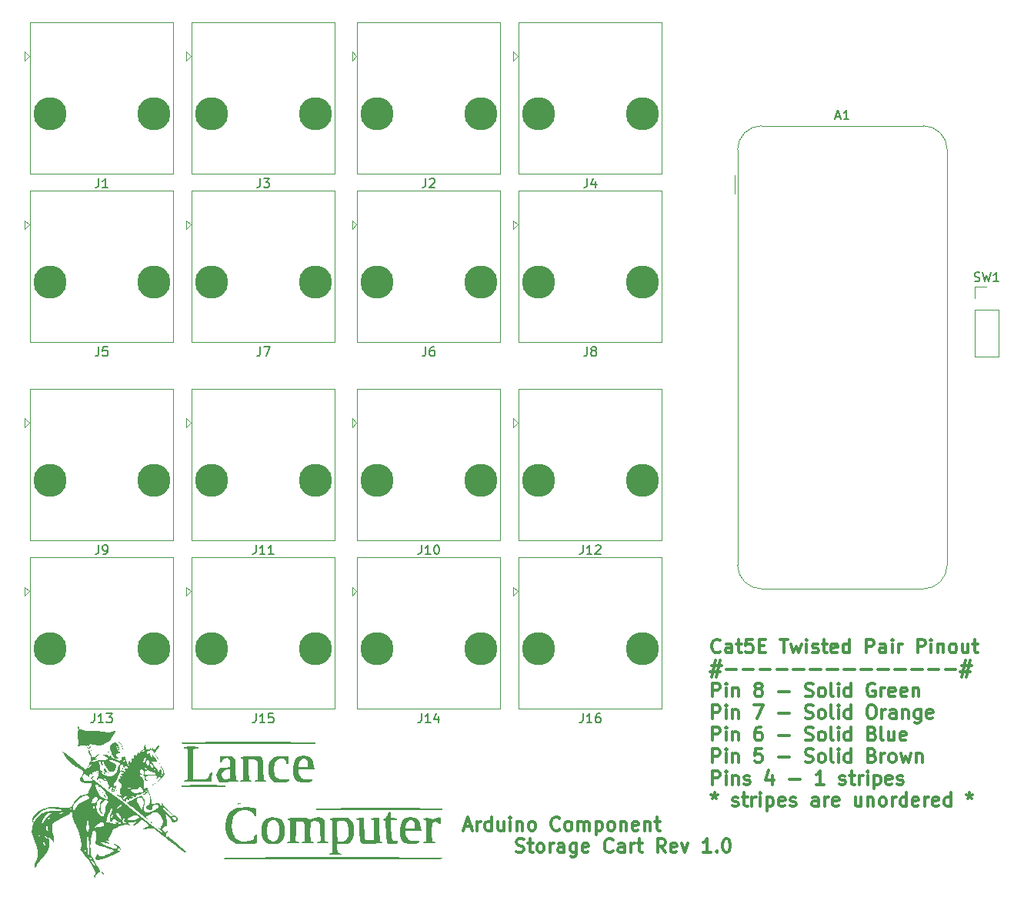
<source format=gbr>
%TF.GenerationSoftware,KiCad,Pcbnew,7.0.10*%
%TF.CreationDate,2024-02-05T14:26:27-07:00*%
%TF.ProjectId,pcbdraft-1,70636264-7261-4667-942d-312e6b696361,rev?*%
%TF.SameCoordinates,Original*%
%TF.FileFunction,Legend,Top*%
%TF.FilePolarity,Positive*%
%FSLAX46Y46*%
G04 Gerber Fmt 4.6, Leading zero omitted, Abs format (unit mm)*
G04 Created by KiCad (PCBNEW 7.0.10) date 2024-02-05 14:26:27*
%MOMM*%
%LPD*%
G01*
G04 APERTURE LIST*
%ADD10C,0.300000*%
%ADD11C,0.150000*%
%ADD12C,0.025000*%
%ADD13C,0.120000*%
%ADD14C,3.650000*%
G04 APERTURE END LIST*
D10*
X143397653Y-95274971D02*
X143326225Y-95346400D01*
X143326225Y-95346400D02*
X143111939Y-95417828D01*
X143111939Y-95417828D02*
X142969082Y-95417828D01*
X142969082Y-95417828D02*
X142754796Y-95346400D01*
X142754796Y-95346400D02*
X142611939Y-95203542D01*
X142611939Y-95203542D02*
X142540510Y-95060685D01*
X142540510Y-95060685D02*
X142469082Y-94774971D01*
X142469082Y-94774971D02*
X142469082Y-94560685D01*
X142469082Y-94560685D02*
X142540510Y-94274971D01*
X142540510Y-94274971D02*
X142611939Y-94132114D01*
X142611939Y-94132114D02*
X142754796Y-93989257D01*
X142754796Y-93989257D02*
X142969082Y-93917828D01*
X142969082Y-93917828D02*
X143111939Y-93917828D01*
X143111939Y-93917828D02*
X143326225Y-93989257D01*
X143326225Y-93989257D02*
X143397653Y-94060685D01*
X144683368Y-95417828D02*
X144683368Y-94632114D01*
X144683368Y-94632114D02*
X144611939Y-94489257D01*
X144611939Y-94489257D02*
X144469082Y-94417828D01*
X144469082Y-94417828D02*
X144183368Y-94417828D01*
X144183368Y-94417828D02*
X144040510Y-94489257D01*
X144683368Y-95346400D02*
X144540510Y-95417828D01*
X144540510Y-95417828D02*
X144183368Y-95417828D01*
X144183368Y-95417828D02*
X144040510Y-95346400D01*
X144040510Y-95346400D02*
X143969082Y-95203542D01*
X143969082Y-95203542D02*
X143969082Y-95060685D01*
X143969082Y-95060685D02*
X144040510Y-94917828D01*
X144040510Y-94917828D02*
X144183368Y-94846400D01*
X144183368Y-94846400D02*
X144540510Y-94846400D01*
X144540510Y-94846400D02*
X144683368Y-94774971D01*
X145183368Y-94417828D02*
X145754796Y-94417828D01*
X145397653Y-93917828D02*
X145397653Y-95203542D01*
X145397653Y-95203542D02*
X145469082Y-95346400D01*
X145469082Y-95346400D02*
X145611939Y-95417828D01*
X145611939Y-95417828D02*
X145754796Y-95417828D01*
X146969082Y-93917828D02*
X146254796Y-93917828D01*
X146254796Y-93917828D02*
X146183368Y-94632114D01*
X146183368Y-94632114D02*
X146254796Y-94560685D01*
X146254796Y-94560685D02*
X146397654Y-94489257D01*
X146397654Y-94489257D02*
X146754796Y-94489257D01*
X146754796Y-94489257D02*
X146897654Y-94560685D01*
X146897654Y-94560685D02*
X146969082Y-94632114D01*
X146969082Y-94632114D02*
X147040511Y-94774971D01*
X147040511Y-94774971D02*
X147040511Y-95132114D01*
X147040511Y-95132114D02*
X146969082Y-95274971D01*
X146969082Y-95274971D02*
X146897654Y-95346400D01*
X146897654Y-95346400D02*
X146754796Y-95417828D01*
X146754796Y-95417828D02*
X146397654Y-95417828D01*
X146397654Y-95417828D02*
X146254796Y-95346400D01*
X146254796Y-95346400D02*
X146183368Y-95274971D01*
X147683367Y-94632114D02*
X148183367Y-94632114D01*
X148397653Y-95417828D02*
X147683367Y-95417828D01*
X147683367Y-95417828D02*
X147683367Y-93917828D01*
X147683367Y-93917828D02*
X148397653Y-93917828D01*
X149969082Y-93917828D02*
X150826225Y-93917828D01*
X150397653Y-95417828D02*
X150397653Y-93917828D01*
X151183367Y-94417828D02*
X151469082Y-95417828D01*
X151469082Y-95417828D02*
X151754796Y-94703542D01*
X151754796Y-94703542D02*
X152040510Y-95417828D01*
X152040510Y-95417828D02*
X152326224Y-94417828D01*
X152897653Y-95417828D02*
X152897653Y-94417828D01*
X152897653Y-93917828D02*
X152826225Y-93989257D01*
X152826225Y-93989257D02*
X152897653Y-94060685D01*
X152897653Y-94060685D02*
X152969082Y-93989257D01*
X152969082Y-93989257D02*
X152897653Y-93917828D01*
X152897653Y-93917828D02*
X152897653Y-94060685D01*
X153540511Y-95346400D02*
X153683368Y-95417828D01*
X153683368Y-95417828D02*
X153969082Y-95417828D01*
X153969082Y-95417828D02*
X154111939Y-95346400D01*
X154111939Y-95346400D02*
X154183368Y-95203542D01*
X154183368Y-95203542D02*
X154183368Y-95132114D01*
X154183368Y-95132114D02*
X154111939Y-94989257D01*
X154111939Y-94989257D02*
X153969082Y-94917828D01*
X153969082Y-94917828D02*
X153754797Y-94917828D01*
X153754797Y-94917828D02*
X153611939Y-94846400D01*
X153611939Y-94846400D02*
X153540511Y-94703542D01*
X153540511Y-94703542D02*
X153540511Y-94632114D01*
X153540511Y-94632114D02*
X153611939Y-94489257D01*
X153611939Y-94489257D02*
X153754797Y-94417828D01*
X153754797Y-94417828D02*
X153969082Y-94417828D01*
X153969082Y-94417828D02*
X154111939Y-94489257D01*
X154611940Y-94417828D02*
X155183368Y-94417828D01*
X154826225Y-93917828D02*
X154826225Y-95203542D01*
X154826225Y-95203542D02*
X154897654Y-95346400D01*
X154897654Y-95346400D02*
X155040511Y-95417828D01*
X155040511Y-95417828D02*
X155183368Y-95417828D01*
X156254797Y-95346400D02*
X156111940Y-95417828D01*
X156111940Y-95417828D02*
X155826226Y-95417828D01*
X155826226Y-95417828D02*
X155683368Y-95346400D01*
X155683368Y-95346400D02*
X155611940Y-95203542D01*
X155611940Y-95203542D02*
X155611940Y-94632114D01*
X155611940Y-94632114D02*
X155683368Y-94489257D01*
X155683368Y-94489257D02*
X155826226Y-94417828D01*
X155826226Y-94417828D02*
X156111940Y-94417828D01*
X156111940Y-94417828D02*
X156254797Y-94489257D01*
X156254797Y-94489257D02*
X156326226Y-94632114D01*
X156326226Y-94632114D02*
X156326226Y-94774971D01*
X156326226Y-94774971D02*
X155611940Y-94917828D01*
X157611940Y-95417828D02*
X157611940Y-93917828D01*
X157611940Y-95346400D02*
X157469082Y-95417828D01*
X157469082Y-95417828D02*
X157183368Y-95417828D01*
X157183368Y-95417828D02*
X157040511Y-95346400D01*
X157040511Y-95346400D02*
X156969082Y-95274971D01*
X156969082Y-95274971D02*
X156897654Y-95132114D01*
X156897654Y-95132114D02*
X156897654Y-94703542D01*
X156897654Y-94703542D02*
X156969082Y-94560685D01*
X156969082Y-94560685D02*
X157040511Y-94489257D01*
X157040511Y-94489257D02*
X157183368Y-94417828D01*
X157183368Y-94417828D02*
X157469082Y-94417828D01*
X157469082Y-94417828D02*
X157611940Y-94489257D01*
X159469082Y-95417828D02*
X159469082Y-93917828D01*
X159469082Y-93917828D02*
X160040511Y-93917828D01*
X160040511Y-93917828D02*
X160183368Y-93989257D01*
X160183368Y-93989257D02*
X160254797Y-94060685D01*
X160254797Y-94060685D02*
X160326225Y-94203542D01*
X160326225Y-94203542D02*
X160326225Y-94417828D01*
X160326225Y-94417828D02*
X160254797Y-94560685D01*
X160254797Y-94560685D02*
X160183368Y-94632114D01*
X160183368Y-94632114D02*
X160040511Y-94703542D01*
X160040511Y-94703542D02*
X159469082Y-94703542D01*
X161611940Y-95417828D02*
X161611940Y-94632114D01*
X161611940Y-94632114D02*
X161540511Y-94489257D01*
X161540511Y-94489257D02*
X161397654Y-94417828D01*
X161397654Y-94417828D02*
X161111940Y-94417828D01*
X161111940Y-94417828D02*
X160969082Y-94489257D01*
X161611940Y-95346400D02*
X161469082Y-95417828D01*
X161469082Y-95417828D02*
X161111940Y-95417828D01*
X161111940Y-95417828D02*
X160969082Y-95346400D01*
X160969082Y-95346400D02*
X160897654Y-95203542D01*
X160897654Y-95203542D02*
X160897654Y-95060685D01*
X160897654Y-95060685D02*
X160969082Y-94917828D01*
X160969082Y-94917828D02*
X161111940Y-94846400D01*
X161111940Y-94846400D02*
X161469082Y-94846400D01*
X161469082Y-94846400D02*
X161611940Y-94774971D01*
X162326225Y-95417828D02*
X162326225Y-94417828D01*
X162326225Y-93917828D02*
X162254797Y-93989257D01*
X162254797Y-93989257D02*
X162326225Y-94060685D01*
X162326225Y-94060685D02*
X162397654Y-93989257D01*
X162397654Y-93989257D02*
X162326225Y-93917828D01*
X162326225Y-93917828D02*
X162326225Y-94060685D01*
X163040511Y-95417828D02*
X163040511Y-94417828D01*
X163040511Y-94703542D02*
X163111940Y-94560685D01*
X163111940Y-94560685D02*
X163183369Y-94489257D01*
X163183369Y-94489257D02*
X163326226Y-94417828D01*
X163326226Y-94417828D02*
X163469083Y-94417828D01*
X165111939Y-95417828D02*
X165111939Y-93917828D01*
X165111939Y-93917828D02*
X165683368Y-93917828D01*
X165683368Y-93917828D02*
X165826225Y-93989257D01*
X165826225Y-93989257D02*
X165897654Y-94060685D01*
X165897654Y-94060685D02*
X165969082Y-94203542D01*
X165969082Y-94203542D02*
X165969082Y-94417828D01*
X165969082Y-94417828D02*
X165897654Y-94560685D01*
X165897654Y-94560685D02*
X165826225Y-94632114D01*
X165826225Y-94632114D02*
X165683368Y-94703542D01*
X165683368Y-94703542D02*
X165111939Y-94703542D01*
X166611939Y-95417828D02*
X166611939Y-94417828D01*
X166611939Y-93917828D02*
X166540511Y-93989257D01*
X166540511Y-93989257D02*
X166611939Y-94060685D01*
X166611939Y-94060685D02*
X166683368Y-93989257D01*
X166683368Y-93989257D02*
X166611939Y-93917828D01*
X166611939Y-93917828D02*
X166611939Y-94060685D01*
X167326225Y-94417828D02*
X167326225Y-95417828D01*
X167326225Y-94560685D02*
X167397654Y-94489257D01*
X167397654Y-94489257D02*
X167540511Y-94417828D01*
X167540511Y-94417828D02*
X167754797Y-94417828D01*
X167754797Y-94417828D02*
X167897654Y-94489257D01*
X167897654Y-94489257D02*
X167969083Y-94632114D01*
X167969083Y-94632114D02*
X167969083Y-95417828D01*
X168897654Y-95417828D02*
X168754797Y-95346400D01*
X168754797Y-95346400D02*
X168683368Y-95274971D01*
X168683368Y-95274971D02*
X168611940Y-95132114D01*
X168611940Y-95132114D02*
X168611940Y-94703542D01*
X168611940Y-94703542D02*
X168683368Y-94560685D01*
X168683368Y-94560685D02*
X168754797Y-94489257D01*
X168754797Y-94489257D02*
X168897654Y-94417828D01*
X168897654Y-94417828D02*
X169111940Y-94417828D01*
X169111940Y-94417828D02*
X169254797Y-94489257D01*
X169254797Y-94489257D02*
X169326226Y-94560685D01*
X169326226Y-94560685D02*
X169397654Y-94703542D01*
X169397654Y-94703542D02*
X169397654Y-95132114D01*
X169397654Y-95132114D02*
X169326226Y-95274971D01*
X169326226Y-95274971D02*
X169254797Y-95346400D01*
X169254797Y-95346400D02*
X169111940Y-95417828D01*
X169111940Y-95417828D02*
X168897654Y-95417828D01*
X170683369Y-94417828D02*
X170683369Y-95417828D01*
X170040511Y-94417828D02*
X170040511Y-95203542D01*
X170040511Y-95203542D02*
X170111940Y-95346400D01*
X170111940Y-95346400D02*
X170254797Y-95417828D01*
X170254797Y-95417828D02*
X170469083Y-95417828D01*
X170469083Y-95417828D02*
X170611940Y-95346400D01*
X170611940Y-95346400D02*
X170683369Y-95274971D01*
X171183369Y-94417828D02*
X171754797Y-94417828D01*
X171397654Y-93917828D02*
X171397654Y-95203542D01*
X171397654Y-95203542D02*
X171469083Y-95346400D01*
X171469083Y-95346400D02*
X171611940Y-95417828D01*
X171611940Y-95417828D02*
X171754797Y-95417828D01*
X142469082Y-96832828D02*
X143540510Y-96832828D01*
X142897653Y-96189971D02*
X142469082Y-98118542D01*
X143397653Y-97475685D02*
X142326225Y-97475685D01*
X142969082Y-98118542D02*
X143397653Y-96189971D01*
X144040510Y-97261400D02*
X145183368Y-97261400D01*
X145897653Y-97261400D02*
X147040511Y-97261400D01*
X147754796Y-97261400D02*
X148897654Y-97261400D01*
X149611939Y-97261400D02*
X150754797Y-97261400D01*
X151469082Y-97261400D02*
X152611940Y-97261400D01*
X153326225Y-97261400D02*
X154469083Y-97261400D01*
X155183368Y-97261400D02*
X156326226Y-97261400D01*
X157040511Y-97261400D02*
X158183369Y-97261400D01*
X158897654Y-97261400D02*
X160040512Y-97261400D01*
X160754797Y-97261400D02*
X161897655Y-97261400D01*
X162611940Y-97261400D02*
X163754798Y-97261400D01*
X164469083Y-97261400D02*
X165611941Y-97261400D01*
X166326226Y-97261400D02*
X167469084Y-97261400D01*
X168183369Y-97261400D02*
X169326227Y-97261400D01*
X169969084Y-96832828D02*
X171040512Y-96832828D01*
X170397655Y-96189971D02*
X169969084Y-98118542D01*
X170897655Y-97475685D02*
X169826227Y-97475685D01*
X170469084Y-98118542D02*
X170897655Y-96189971D01*
X142540510Y-100247828D02*
X142540510Y-98747828D01*
X142540510Y-98747828D02*
X143111939Y-98747828D01*
X143111939Y-98747828D02*
X143254796Y-98819257D01*
X143254796Y-98819257D02*
X143326225Y-98890685D01*
X143326225Y-98890685D02*
X143397653Y-99033542D01*
X143397653Y-99033542D02*
X143397653Y-99247828D01*
X143397653Y-99247828D02*
X143326225Y-99390685D01*
X143326225Y-99390685D02*
X143254796Y-99462114D01*
X143254796Y-99462114D02*
X143111939Y-99533542D01*
X143111939Y-99533542D02*
X142540510Y-99533542D01*
X144040510Y-100247828D02*
X144040510Y-99247828D01*
X144040510Y-98747828D02*
X143969082Y-98819257D01*
X143969082Y-98819257D02*
X144040510Y-98890685D01*
X144040510Y-98890685D02*
X144111939Y-98819257D01*
X144111939Y-98819257D02*
X144040510Y-98747828D01*
X144040510Y-98747828D02*
X144040510Y-98890685D01*
X144754796Y-99247828D02*
X144754796Y-100247828D01*
X144754796Y-99390685D02*
X144826225Y-99319257D01*
X144826225Y-99319257D02*
X144969082Y-99247828D01*
X144969082Y-99247828D02*
X145183368Y-99247828D01*
X145183368Y-99247828D02*
X145326225Y-99319257D01*
X145326225Y-99319257D02*
X145397654Y-99462114D01*
X145397654Y-99462114D02*
X145397654Y-100247828D01*
X147469082Y-99390685D02*
X147326225Y-99319257D01*
X147326225Y-99319257D02*
X147254796Y-99247828D01*
X147254796Y-99247828D02*
X147183368Y-99104971D01*
X147183368Y-99104971D02*
X147183368Y-99033542D01*
X147183368Y-99033542D02*
X147254796Y-98890685D01*
X147254796Y-98890685D02*
X147326225Y-98819257D01*
X147326225Y-98819257D02*
X147469082Y-98747828D01*
X147469082Y-98747828D02*
X147754796Y-98747828D01*
X147754796Y-98747828D02*
X147897654Y-98819257D01*
X147897654Y-98819257D02*
X147969082Y-98890685D01*
X147969082Y-98890685D02*
X148040511Y-99033542D01*
X148040511Y-99033542D02*
X148040511Y-99104971D01*
X148040511Y-99104971D02*
X147969082Y-99247828D01*
X147969082Y-99247828D02*
X147897654Y-99319257D01*
X147897654Y-99319257D02*
X147754796Y-99390685D01*
X147754796Y-99390685D02*
X147469082Y-99390685D01*
X147469082Y-99390685D02*
X147326225Y-99462114D01*
X147326225Y-99462114D02*
X147254796Y-99533542D01*
X147254796Y-99533542D02*
X147183368Y-99676400D01*
X147183368Y-99676400D02*
X147183368Y-99962114D01*
X147183368Y-99962114D02*
X147254796Y-100104971D01*
X147254796Y-100104971D02*
X147326225Y-100176400D01*
X147326225Y-100176400D02*
X147469082Y-100247828D01*
X147469082Y-100247828D02*
X147754796Y-100247828D01*
X147754796Y-100247828D02*
X147897654Y-100176400D01*
X147897654Y-100176400D02*
X147969082Y-100104971D01*
X147969082Y-100104971D02*
X148040511Y-99962114D01*
X148040511Y-99962114D02*
X148040511Y-99676400D01*
X148040511Y-99676400D02*
X147969082Y-99533542D01*
X147969082Y-99533542D02*
X147897654Y-99462114D01*
X147897654Y-99462114D02*
X147754796Y-99390685D01*
X149826224Y-99676400D02*
X150969082Y-99676400D01*
X152754796Y-100176400D02*
X152969082Y-100247828D01*
X152969082Y-100247828D02*
X153326224Y-100247828D01*
X153326224Y-100247828D02*
X153469082Y-100176400D01*
X153469082Y-100176400D02*
X153540510Y-100104971D01*
X153540510Y-100104971D02*
X153611939Y-99962114D01*
X153611939Y-99962114D02*
X153611939Y-99819257D01*
X153611939Y-99819257D02*
X153540510Y-99676400D01*
X153540510Y-99676400D02*
X153469082Y-99604971D01*
X153469082Y-99604971D02*
X153326224Y-99533542D01*
X153326224Y-99533542D02*
X153040510Y-99462114D01*
X153040510Y-99462114D02*
X152897653Y-99390685D01*
X152897653Y-99390685D02*
X152826224Y-99319257D01*
X152826224Y-99319257D02*
X152754796Y-99176400D01*
X152754796Y-99176400D02*
X152754796Y-99033542D01*
X152754796Y-99033542D02*
X152826224Y-98890685D01*
X152826224Y-98890685D02*
X152897653Y-98819257D01*
X152897653Y-98819257D02*
X153040510Y-98747828D01*
X153040510Y-98747828D02*
X153397653Y-98747828D01*
X153397653Y-98747828D02*
X153611939Y-98819257D01*
X154469081Y-100247828D02*
X154326224Y-100176400D01*
X154326224Y-100176400D02*
X154254795Y-100104971D01*
X154254795Y-100104971D02*
X154183367Y-99962114D01*
X154183367Y-99962114D02*
X154183367Y-99533542D01*
X154183367Y-99533542D02*
X154254795Y-99390685D01*
X154254795Y-99390685D02*
X154326224Y-99319257D01*
X154326224Y-99319257D02*
X154469081Y-99247828D01*
X154469081Y-99247828D02*
X154683367Y-99247828D01*
X154683367Y-99247828D02*
X154826224Y-99319257D01*
X154826224Y-99319257D02*
X154897653Y-99390685D01*
X154897653Y-99390685D02*
X154969081Y-99533542D01*
X154969081Y-99533542D02*
X154969081Y-99962114D01*
X154969081Y-99962114D02*
X154897653Y-100104971D01*
X154897653Y-100104971D02*
X154826224Y-100176400D01*
X154826224Y-100176400D02*
X154683367Y-100247828D01*
X154683367Y-100247828D02*
X154469081Y-100247828D01*
X155826224Y-100247828D02*
X155683367Y-100176400D01*
X155683367Y-100176400D02*
X155611938Y-100033542D01*
X155611938Y-100033542D02*
X155611938Y-98747828D01*
X156397652Y-100247828D02*
X156397652Y-99247828D01*
X156397652Y-98747828D02*
X156326224Y-98819257D01*
X156326224Y-98819257D02*
X156397652Y-98890685D01*
X156397652Y-98890685D02*
X156469081Y-98819257D01*
X156469081Y-98819257D02*
X156397652Y-98747828D01*
X156397652Y-98747828D02*
X156397652Y-98890685D01*
X157754796Y-100247828D02*
X157754796Y-98747828D01*
X157754796Y-100176400D02*
X157611938Y-100247828D01*
X157611938Y-100247828D02*
X157326224Y-100247828D01*
X157326224Y-100247828D02*
X157183367Y-100176400D01*
X157183367Y-100176400D02*
X157111938Y-100104971D01*
X157111938Y-100104971D02*
X157040510Y-99962114D01*
X157040510Y-99962114D02*
X157040510Y-99533542D01*
X157040510Y-99533542D02*
X157111938Y-99390685D01*
X157111938Y-99390685D02*
X157183367Y-99319257D01*
X157183367Y-99319257D02*
X157326224Y-99247828D01*
X157326224Y-99247828D02*
X157611938Y-99247828D01*
X157611938Y-99247828D02*
X157754796Y-99319257D01*
X160397653Y-98819257D02*
X160254796Y-98747828D01*
X160254796Y-98747828D02*
X160040510Y-98747828D01*
X160040510Y-98747828D02*
X159826224Y-98819257D01*
X159826224Y-98819257D02*
X159683367Y-98962114D01*
X159683367Y-98962114D02*
X159611938Y-99104971D01*
X159611938Y-99104971D02*
X159540510Y-99390685D01*
X159540510Y-99390685D02*
X159540510Y-99604971D01*
X159540510Y-99604971D02*
X159611938Y-99890685D01*
X159611938Y-99890685D02*
X159683367Y-100033542D01*
X159683367Y-100033542D02*
X159826224Y-100176400D01*
X159826224Y-100176400D02*
X160040510Y-100247828D01*
X160040510Y-100247828D02*
X160183367Y-100247828D01*
X160183367Y-100247828D02*
X160397653Y-100176400D01*
X160397653Y-100176400D02*
X160469081Y-100104971D01*
X160469081Y-100104971D02*
X160469081Y-99604971D01*
X160469081Y-99604971D02*
X160183367Y-99604971D01*
X161111938Y-100247828D02*
X161111938Y-99247828D01*
X161111938Y-99533542D02*
X161183367Y-99390685D01*
X161183367Y-99390685D02*
X161254796Y-99319257D01*
X161254796Y-99319257D02*
X161397653Y-99247828D01*
X161397653Y-99247828D02*
X161540510Y-99247828D01*
X162611938Y-100176400D02*
X162469081Y-100247828D01*
X162469081Y-100247828D02*
X162183367Y-100247828D01*
X162183367Y-100247828D02*
X162040509Y-100176400D01*
X162040509Y-100176400D02*
X161969081Y-100033542D01*
X161969081Y-100033542D02*
X161969081Y-99462114D01*
X161969081Y-99462114D02*
X162040509Y-99319257D01*
X162040509Y-99319257D02*
X162183367Y-99247828D01*
X162183367Y-99247828D02*
X162469081Y-99247828D01*
X162469081Y-99247828D02*
X162611938Y-99319257D01*
X162611938Y-99319257D02*
X162683367Y-99462114D01*
X162683367Y-99462114D02*
X162683367Y-99604971D01*
X162683367Y-99604971D02*
X161969081Y-99747828D01*
X163897652Y-100176400D02*
X163754795Y-100247828D01*
X163754795Y-100247828D02*
X163469081Y-100247828D01*
X163469081Y-100247828D02*
X163326223Y-100176400D01*
X163326223Y-100176400D02*
X163254795Y-100033542D01*
X163254795Y-100033542D02*
X163254795Y-99462114D01*
X163254795Y-99462114D02*
X163326223Y-99319257D01*
X163326223Y-99319257D02*
X163469081Y-99247828D01*
X163469081Y-99247828D02*
X163754795Y-99247828D01*
X163754795Y-99247828D02*
X163897652Y-99319257D01*
X163897652Y-99319257D02*
X163969081Y-99462114D01*
X163969081Y-99462114D02*
X163969081Y-99604971D01*
X163969081Y-99604971D02*
X163254795Y-99747828D01*
X164611937Y-99247828D02*
X164611937Y-100247828D01*
X164611937Y-99390685D02*
X164683366Y-99319257D01*
X164683366Y-99319257D02*
X164826223Y-99247828D01*
X164826223Y-99247828D02*
X165040509Y-99247828D01*
X165040509Y-99247828D02*
X165183366Y-99319257D01*
X165183366Y-99319257D02*
X165254795Y-99462114D01*
X165254795Y-99462114D02*
X165254795Y-100247828D01*
X142540510Y-102662828D02*
X142540510Y-101162828D01*
X142540510Y-101162828D02*
X143111939Y-101162828D01*
X143111939Y-101162828D02*
X143254796Y-101234257D01*
X143254796Y-101234257D02*
X143326225Y-101305685D01*
X143326225Y-101305685D02*
X143397653Y-101448542D01*
X143397653Y-101448542D02*
X143397653Y-101662828D01*
X143397653Y-101662828D02*
X143326225Y-101805685D01*
X143326225Y-101805685D02*
X143254796Y-101877114D01*
X143254796Y-101877114D02*
X143111939Y-101948542D01*
X143111939Y-101948542D02*
X142540510Y-101948542D01*
X144040510Y-102662828D02*
X144040510Y-101662828D01*
X144040510Y-101162828D02*
X143969082Y-101234257D01*
X143969082Y-101234257D02*
X144040510Y-101305685D01*
X144040510Y-101305685D02*
X144111939Y-101234257D01*
X144111939Y-101234257D02*
X144040510Y-101162828D01*
X144040510Y-101162828D02*
X144040510Y-101305685D01*
X144754796Y-101662828D02*
X144754796Y-102662828D01*
X144754796Y-101805685D02*
X144826225Y-101734257D01*
X144826225Y-101734257D02*
X144969082Y-101662828D01*
X144969082Y-101662828D02*
X145183368Y-101662828D01*
X145183368Y-101662828D02*
X145326225Y-101734257D01*
X145326225Y-101734257D02*
X145397654Y-101877114D01*
X145397654Y-101877114D02*
X145397654Y-102662828D01*
X147111939Y-101162828D02*
X148111939Y-101162828D01*
X148111939Y-101162828D02*
X147469082Y-102662828D01*
X149826224Y-102091400D02*
X150969082Y-102091400D01*
X152754796Y-102591400D02*
X152969082Y-102662828D01*
X152969082Y-102662828D02*
X153326224Y-102662828D01*
X153326224Y-102662828D02*
X153469082Y-102591400D01*
X153469082Y-102591400D02*
X153540510Y-102519971D01*
X153540510Y-102519971D02*
X153611939Y-102377114D01*
X153611939Y-102377114D02*
X153611939Y-102234257D01*
X153611939Y-102234257D02*
X153540510Y-102091400D01*
X153540510Y-102091400D02*
X153469082Y-102019971D01*
X153469082Y-102019971D02*
X153326224Y-101948542D01*
X153326224Y-101948542D02*
X153040510Y-101877114D01*
X153040510Y-101877114D02*
X152897653Y-101805685D01*
X152897653Y-101805685D02*
X152826224Y-101734257D01*
X152826224Y-101734257D02*
X152754796Y-101591400D01*
X152754796Y-101591400D02*
X152754796Y-101448542D01*
X152754796Y-101448542D02*
X152826224Y-101305685D01*
X152826224Y-101305685D02*
X152897653Y-101234257D01*
X152897653Y-101234257D02*
X153040510Y-101162828D01*
X153040510Y-101162828D02*
X153397653Y-101162828D01*
X153397653Y-101162828D02*
X153611939Y-101234257D01*
X154469081Y-102662828D02*
X154326224Y-102591400D01*
X154326224Y-102591400D02*
X154254795Y-102519971D01*
X154254795Y-102519971D02*
X154183367Y-102377114D01*
X154183367Y-102377114D02*
X154183367Y-101948542D01*
X154183367Y-101948542D02*
X154254795Y-101805685D01*
X154254795Y-101805685D02*
X154326224Y-101734257D01*
X154326224Y-101734257D02*
X154469081Y-101662828D01*
X154469081Y-101662828D02*
X154683367Y-101662828D01*
X154683367Y-101662828D02*
X154826224Y-101734257D01*
X154826224Y-101734257D02*
X154897653Y-101805685D01*
X154897653Y-101805685D02*
X154969081Y-101948542D01*
X154969081Y-101948542D02*
X154969081Y-102377114D01*
X154969081Y-102377114D02*
X154897653Y-102519971D01*
X154897653Y-102519971D02*
X154826224Y-102591400D01*
X154826224Y-102591400D02*
X154683367Y-102662828D01*
X154683367Y-102662828D02*
X154469081Y-102662828D01*
X155826224Y-102662828D02*
X155683367Y-102591400D01*
X155683367Y-102591400D02*
X155611938Y-102448542D01*
X155611938Y-102448542D02*
X155611938Y-101162828D01*
X156397652Y-102662828D02*
X156397652Y-101662828D01*
X156397652Y-101162828D02*
X156326224Y-101234257D01*
X156326224Y-101234257D02*
X156397652Y-101305685D01*
X156397652Y-101305685D02*
X156469081Y-101234257D01*
X156469081Y-101234257D02*
X156397652Y-101162828D01*
X156397652Y-101162828D02*
X156397652Y-101305685D01*
X157754796Y-102662828D02*
X157754796Y-101162828D01*
X157754796Y-102591400D02*
X157611938Y-102662828D01*
X157611938Y-102662828D02*
X157326224Y-102662828D01*
X157326224Y-102662828D02*
X157183367Y-102591400D01*
X157183367Y-102591400D02*
X157111938Y-102519971D01*
X157111938Y-102519971D02*
X157040510Y-102377114D01*
X157040510Y-102377114D02*
X157040510Y-101948542D01*
X157040510Y-101948542D02*
X157111938Y-101805685D01*
X157111938Y-101805685D02*
X157183367Y-101734257D01*
X157183367Y-101734257D02*
X157326224Y-101662828D01*
X157326224Y-101662828D02*
X157611938Y-101662828D01*
X157611938Y-101662828D02*
X157754796Y-101734257D01*
X159897653Y-101162828D02*
X160183367Y-101162828D01*
X160183367Y-101162828D02*
X160326224Y-101234257D01*
X160326224Y-101234257D02*
X160469081Y-101377114D01*
X160469081Y-101377114D02*
X160540510Y-101662828D01*
X160540510Y-101662828D02*
X160540510Y-102162828D01*
X160540510Y-102162828D02*
X160469081Y-102448542D01*
X160469081Y-102448542D02*
X160326224Y-102591400D01*
X160326224Y-102591400D02*
X160183367Y-102662828D01*
X160183367Y-102662828D02*
X159897653Y-102662828D01*
X159897653Y-102662828D02*
X159754796Y-102591400D01*
X159754796Y-102591400D02*
X159611938Y-102448542D01*
X159611938Y-102448542D02*
X159540510Y-102162828D01*
X159540510Y-102162828D02*
X159540510Y-101662828D01*
X159540510Y-101662828D02*
X159611938Y-101377114D01*
X159611938Y-101377114D02*
X159754796Y-101234257D01*
X159754796Y-101234257D02*
X159897653Y-101162828D01*
X161183367Y-102662828D02*
X161183367Y-101662828D01*
X161183367Y-101948542D02*
X161254796Y-101805685D01*
X161254796Y-101805685D02*
X161326225Y-101734257D01*
X161326225Y-101734257D02*
X161469082Y-101662828D01*
X161469082Y-101662828D02*
X161611939Y-101662828D01*
X162754796Y-102662828D02*
X162754796Y-101877114D01*
X162754796Y-101877114D02*
X162683367Y-101734257D01*
X162683367Y-101734257D02*
X162540510Y-101662828D01*
X162540510Y-101662828D02*
X162254796Y-101662828D01*
X162254796Y-101662828D02*
X162111938Y-101734257D01*
X162754796Y-102591400D02*
X162611938Y-102662828D01*
X162611938Y-102662828D02*
X162254796Y-102662828D01*
X162254796Y-102662828D02*
X162111938Y-102591400D01*
X162111938Y-102591400D02*
X162040510Y-102448542D01*
X162040510Y-102448542D02*
X162040510Y-102305685D01*
X162040510Y-102305685D02*
X162111938Y-102162828D01*
X162111938Y-102162828D02*
X162254796Y-102091400D01*
X162254796Y-102091400D02*
X162611938Y-102091400D01*
X162611938Y-102091400D02*
X162754796Y-102019971D01*
X163469081Y-101662828D02*
X163469081Y-102662828D01*
X163469081Y-101805685D02*
X163540510Y-101734257D01*
X163540510Y-101734257D02*
X163683367Y-101662828D01*
X163683367Y-101662828D02*
X163897653Y-101662828D01*
X163897653Y-101662828D02*
X164040510Y-101734257D01*
X164040510Y-101734257D02*
X164111939Y-101877114D01*
X164111939Y-101877114D02*
X164111939Y-102662828D01*
X165469082Y-101662828D02*
X165469082Y-102877114D01*
X165469082Y-102877114D02*
X165397653Y-103019971D01*
X165397653Y-103019971D02*
X165326224Y-103091400D01*
X165326224Y-103091400D02*
X165183367Y-103162828D01*
X165183367Y-103162828D02*
X164969082Y-103162828D01*
X164969082Y-103162828D02*
X164826224Y-103091400D01*
X165469082Y-102591400D02*
X165326224Y-102662828D01*
X165326224Y-102662828D02*
X165040510Y-102662828D01*
X165040510Y-102662828D02*
X164897653Y-102591400D01*
X164897653Y-102591400D02*
X164826224Y-102519971D01*
X164826224Y-102519971D02*
X164754796Y-102377114D01*
X164754796Y-102377114D02*
X164754796Y-101948542D01*
X164754796Y-101948542D02*
X164826224Y-101805685D01*
X164826224Y-101805685D02*
X164897653Y-101734257D01*
X164897653Y-101734257D02*
X165040510Y-101662828D01*
X165040510Y-101662828D02*
X165326224Y-101662828D01*
X165326224Y-101662828D02*
X165469082Y-101734257D01*
X166754796Y-102591400D02*
X166611939Y-102662828D01*
X166611939Y-102662828D02*
X166326225Y-102662828D01*
X166326225Y-102662828D02*
X166183367Y-102591400D01*
X166183367Y-102591400D02*
X166111939Y-102448542D01*
X166111939Y-102448542D02*
X166111939Y-101877114D01*
X166111939Y-101877114D02*
X166183367Y-101734257D01*
X166183367Y-101734257D02*
X166326225Y-101662828D01*
X166326225Y-101662828D02*
X166611939Y-101662828D01*
X166611939Y-101662828D02*
X166754796Y-101734257D01*
X166754796Y-101734257D02*
X166826225Y-101877114D01*
X166826225Y-101877114D02*
X166826225Y-102019971D01*
X166826225Y-102019971D02*
X166111939Y-102162828D01*
X142540510Y-105077828D02*
X142540510Y-103577828D01*
X142540510Y-103577828D02*
X143111939Y-103577828D01*
X143111939Y-103577828D02*
X143254796Y-103649257D01*
X143254796Y-103649257D02*
X143326225Y-103720685D01*
X143326225Y-103720685D02*
X143397653Y-103863542D01*
X143397653Y-103863542D02*
X143397653Y-104077828D01*
X143397653Y-104077828D02*
X143326225Y-104220685D01*
X143326225Y-104220685D02*
X143254796Y-104292114D01*
X143254796Y-104292114D02*
X143111939Y-104363542D01*
X143111939Y-104363542D02*
X142540510Y-104363542D01*
X144040510Y-105077828D02*
X144040510Y-104077828D01*
X144040510Y-103577828D02*
X143969082Y-103649257D01*
X143969082Y-103649257D02*
X144040510Y-103720685D01*
X144040510Y-103720685D02*
X144111939Y-103649257D01*
X144111939Y-103649257D02*
X144040510Y-103577828D01*
X144040510Y-103577828D02*
X144040510Y-103720685D01*
X144754796Y-104077828D02*
X144754796Y-105077828D01*
X144754796Y-104220685D02*
X144826225Y-104149257D01*
X144826225Y-104149257D02*
X144969082Y-104077828D01*
X144969082Y-104077828D02*
X145183368Y-104077828D01*
X145183368Y-104077828D02*
X145326225Y-104149257D01*
X145326225Y-104149257D02*
X145397654Y-104292114D01*
X145397654Y-104292114D02*
X145397654Y-105077828D01*
X147897654Y-103577828D02*
X147611939Y-103577828D01*
X147611939Y-103577828D02*
X147469082Y-103649257D01*
X147469082Y-103649257D02*
X147397654Y-103720685D01*
X147397654Y-103720685D02*
X147254796Y-103934971D01*
X147254796Y-103934971D02*
X147183368Y-104220685D01*
X147183368Y-104220685D02*
X147183368Y-104792114D01*
X147183368Y-104792114D02*
X147254796Y-104934971D01*
X147254796Y-104934971D02*
X147326225Y-105006400D01*
X147326225Y-105006400D02*
X147469082Y-105077828D01*
X147469082Y-105077828D02*
X147754796Y-105077828D01*
X147754796Y-105077828D02*
X147897654Y-105006400D01*
X147897654Y-105006400D02*
X147969082Y-104934971D01*
X147969082Y-104934971D02*
X148040511Y-104792114D01*
X148040511Y-104792114D02*
X148040511Y-104434971D01*
X148040511Y-104434971D02*
X147969082Y-104292114D01*
X147969082Y-104292114D02*
X147897654Y-104220685D01*
X147897654Y-104220685D02*
X147754796Y-104149257D01*
X147754796Y-104149257D02*
X147469082Y-104149257D01*
X147469082Y-104149257D02*
X147326225Y-104220685D01*
X147326225Y-104220685D02*
X147254796Y-104292114D01*
X147254796Y-104292114D02*
X147183368Y-104434971D01*
X149826224Y-104506400D02*
X150969082Y-104506400D01*
X152754796Y-105006400D02*
X152969082Y-105077828D01*
X152969082Y-105077828D02*
X153326224Y-105077828D01*
X153326224Y-105077828D02*
X153469082Y-105006400D01*
X153469082Y-105006400D02*
X153540510Y-104934971D01*
X153540510Y-104934971D02*
X153611939Y-104792114D01*
X153611939Y-104792114D02*
X153611939Y-104649257D01*
X153611939Y-104649257D02*
X153540510Y-104506400D01*
X153540510Y-104506400D02*
X153469082Y-104434971D01*
X153469082Y-104434971D02*
X153326224Y-104363542D01*
X153326224Y-104363542D02*
X153040510Y-104292114D01*
X153040510Y-104292114D02*
X152897653Y-104220685D01*
X152897653Y-104220685D02*
X152826224Y-104149257D01*
X152826224Y-104149257D02*
X152754796Y-104006400D01*
X152754796Y-104006400D02*
X152754796Y-103863542D01*
X152754796Y-103863542D02*
X152826224Y-103720685D01*
X152826224Y-103720685D02*
X152897653Y-103649257D01*
X152897653Y-103649257D02*
X153040510Y-103577828D01*
X153040510Y-103577828D02*
X153397653Y-103577828D01*
X153397653Y-103577828D02*
X153611939Y-103649257D01*
X154469081Y-105077828D02*
X154326224Y-105006400D01*
X154326224Y-105006400D02*
X154254795Y-104934971D01*
X154254795Y-104934971D02*
X154183367Y-104792114D01*
X154183367Y-104792114D02*
X154183367Y-104363542D01*
X154183367Y-104363542D02*
X154254795Y-104220685D01*
X154254795Y-104220685D02*
X154326224Y-104149257D01*
X154326224Y-104149257D02*
X154469081Y-104077828D01*
X154469081Y-104077828D02*
X154683367Y-104077828D01*
X154683367Y-104077828D02*
X154826224Y-104149257D01*
X154826224Y-104149257D02*
X154897653Y-104220685D01*
X154897653Y-104220685D02*
X154969081Y-104363542D01*
X154969081Y-104363542D02*
X154969081Y-104792114D01*
X154969081Y-104792114D02*
X154897653Y-104934971D01*
X154897653Y-104934971D02*
X154826224Y-105006400D01*
X154826224Y-105006400D02*
X154683367Y-105077828D01*
X154683367Y-105077828D02*
X154469081Y-105077828D01*
X155826224Y-105077828D02*
X155683367Y-105006400D01*
X155683367Y-105006400D02*
X155611938Y-104863542D01*
X155611938Y-104863542D02*
X155611938Y-103577828D01*
X156397652Y-105077828D02*
X156397652Y-104077828D01*
X156397652Y-103577828D02*
X156326224Y-103649257D01*
X156326224Y-103649257D02*
X156397652Y-103720685D01*
X156397652Y-103720685D02*
X156469081Y-103649257D01*
X156469081Y-103649257D02*
X156397652Y-103577828D01*
X156397652Y-103577828D02*
X156397652Y-103720685D01*
X157754796Y-105077828D02*
X157754796Y-103577828D01*
X157754796Y-105006400D02*
X157611938Y-105077828D01*
X157611938Y-105077828D02*
X157326224Y-105077828D01*
X157326224Y-105077828D02*
X157183367Y-105006400D01*
X157183367Y-105006400D02*
X157111938Y-104934971D01*
X157111938Y-104934971D02*
X157040510Y-104792114D01*
X157040510Y-104792114D02*
X157040510Y-104363542D01*
X157040510Y-104363542D02*
X157111938Y-104220685D01*
X157111938Y-104220685D02*
X157183367Y-104149257D01*
X157183367Y-104149257D02*
X157326224Y-104077828D01*
X157326224Y-104077828D02*
X157611938Y-104077828D01*
X157611938Y-104077828D02*
X157754796Y-104149257D01*
X160111938Y-104292114D02*
X160326224Y-104363542D01*
X160326224Y-104363542D02*
X160397653Y-104434971D01*
X160397653Y-104434971D02*
X160469081Y-104577828D01*
X160469081Y-104577828D02*
X160469081Y-104792114D01*
X160469081Y-104792114D02*
X160397653Y-104934971D01*
X160397653Y-104934971D02*
X160326224Y-105006400D01*
X160326224Y-105006400D02*
X160183367Y-105077828D01*
X160183367Y-105077828D02*
X159611938Y-105077828D01*
X159611938Y-105077828D02*
X159611938Y-103577828D01*
X159611938Y-103577828D02*
X160111938Y-103577828D01*
X160111938Y-103577828D02*
X160254796Y-103649257D01*
X160254796Y-103649257D02*
X160326224Y-103720685D01*
X160326224Y-103720685D02*
X160397653Y-103863542D01*
X160397653Y-103863542D02*
X160397653Y-104006400D01*
X160397653Y-104006400D02*
X160326224Y-104149257D01*
X160326224Y-104149257D02*
X160254796Y-104220685D01*
X160254796Y-104220685D02*
X160111938Y-104292114D01*
X160111938Y-104292114D02*
X159611938Y-104292114D01*
X161326224Y-105077828D02*
X161183367Y-105006400D01*
X161183367Y-105006400D02*
X161111938Y-104863542D01*
X161111938Y-104863542D02*
X161111938Y-103577828D01*
X162540510Y-104077828D02*
X162540510Y-105077828D01*
X161897652Y-104077828D02*
X161897652Y-104863542D01*
X161897652Y-104863542D02*
X161969081Y-105006400D01*
X161969081Y-105006400D02*
X162111938Y-105077828D01*
X162111938Y-105077828D02*
X162326224Y-105077828D01*
X162326224Y-105077828D02*
X162469081Y-105006400D01*
X162469081Y-105006400D02*
X162540510Y-104934971D01*
X163826224Y-105006400D02*
X163683367Y-105077828D01*
X163683367Y-105077828D02*
X163397653Y-105077828D01*
X163397653Y-105077828D02*
X163254795Y-105006400D01*
X163254795Y-105006400D02*
X163183367Y-104863542D01*
X163183367Y-104863542D02*
X163183367Y-104292114D01*
X163183367Y-104292114D02*
X163254795Y-104149257D01*
X163254795Y-104149257D02*
X163397653Y-104077828D01*
X163397653Y-104077828D02*
X163683367Y-104077828D01*
X163683367Y-104077828D02*
X163826224Y-104149257D01*
X163826224Y-104149257D02*
X163897653Y-104292114D01*
X163897653Y-104292114D02*
X163897653Y-104434971D01*
X163897653Y-104434971D02*
X163183367Y-104577828D01*
X142540510Y-107492828D02*
X142540510Y-105992828D01*
X142540510Y-105992828D02*
X143111939Y-105992828D01*
X143111939Y-105992828D02*
X143254796Y-106064257D01*
X143254796Y-106064257D02*
X143326225Y-106135685D01*
X143326225Y-106135685D02*
X143397653Y-106278542D01*
X143397653Y-106278542D02*
X143397653Y-106492828D01*
X143397653Y-106492828D02*
X143326225Y-106635685D01*
X143326225Y-106635685D02*
X143254796Y-106707114D01*
X143254796Y-106707114D02*
X143111939Y-106778542D01*
X143111939Y-106778542D02*
X142540510Y-106778542D01*
X144040510Y-107492828D02*
X144040510Y-106492828D01*
X144040510Y-105992828D02*
X143969082Y-106064257D01*
X143969082Y-106064257D02*
X144040510Y-106135685D01*
X144040510Y-106135685D02*
X144111939Y-106064257D01*
X144111939Y-106064257D02*
X144040510Y-105992828D01*
X144040510Y-105992828D02*
X144040510Y-106135685D01*
X144754796Y-106492828D02*
X144754796Y-107492828D01*
X144754796Y-106635685D02*
X144826225Y-106564257D01*
X144826225Y-106564257D02*
X144969082Y-106492828D01*
X144969082Y-106492828D02*
X145183368Y-106492828D01*
X145183368Y-106492828D02*
X145326225Y-106564257D01*
X145326225Y-106564257D02*
X145397654Y-106707114D01*
X145397654Y-106707114D02*
X145397654Y-107492828D01*
X147969082Y-105992828D02*
X147254796Y-105992828D01*
X147254796Y-105992828D02*
X147183368Y-106707114D01*
X147183368Y-106707114D02*
X147254796Y-106635685D01*
X147254796Y-106635685D02*
X147397654Y-106564257D01*
X147397654Y-106564257D02*
X147754796Y-106564257D01*
X147754796Y-106564257D02*
X147897654Y-106635685D01*
X147897654Y-106635685D02*
X147969082Y-106707114D01*
X147969082Y-106707114D02*
X148040511Y-106849971D01*
X148040511Y-106849971D02*
X148040511Y-107207114D01*
X148040511Y-107207114D02*
X147969082Y-107349971D01*
X147969082Y-107349971D02*
X147897654Y-107421400D01*
X147897654Y-107421400D02*
X147754796Y-107492828D01*
X147754796Y-107492828D02*
X147397654Y-107492828D01*
X147397654Y-107492828D02*
X147254796Y-107421400D01*
X147254796Y-107421400D02*
X147183368Y-107349971D01*
X149826224Y-106921400D02*
X150969082Y-106921400D01*
X152754796Y-107421400D02*
X152969082Y-107492828D01*
X152969082Y-107492828D02*
X153326224Y-107492828D01*
X153326224Y-107492828D02*
X153469082Y-107421400D01*
X153469082Y-107421400D02*
X153540510Y-107349971D01*
X153540510Y-107349971D02*
X153611939Y-107207114D01*
X153611939Y-107207114D02*
X153611939Y-107064257D01*
X153611939Y-107064257D02*
X153540510Y-106921400D01*
X153540510Y-106921400D02*
X153469082Y-106849971D01*
X153469082Y-106849971D02*
X153326224Y-106778542D01*
X153326224Y-106778542D02*
X153040510Y-106707114D01*
X153040510Y-106707114D02*
X152897653Y-106635685D01*
X152897653Y-106635685D02*
X152826224Y-106564257D01*
X152826224Y-106564257D02*
X152754796Y-106421400D01*
X152754796Y-106421400D02*
X152754796Y-106278542D01*
X152754796Y-106278542D02*
X152826224Y-106135685D01*
X152826224Y-106135685D02*
X152897653Y-106064257D01*
X152897653Y-106064257D02*
X153040510Y-105992828D01*
X153040510Y-105992828D02*
X153397653Y-105992828D01*
X153397653Y-105992828D02*
X153611939Y-106064257D01*
X154469081Y-107492828D02*
X154326224Y-107421400D01*
X154326224Y-107421400D02*
X154254795Y-107349971D01*
X154254795Y-107349971D02*
X154183367Y-107207114D01*
X154183367Y-107207114D02*
X154183367Y-106778542D01*
X154183367Y-106778542D02*
X154254795Y-106635685D01*
X154254795Y-106635685D02*
X154326224Y-106564257D01*
X154326224Y-106564257D02*
X154469081Y-106492828D01*
X154469081Y-106492828D02*
X154683367Y-106492828D01*
X154683367Y-106492828D02*
X154826224Y-106564257D01*
X154826224Y-106564257D02*
X154897653Y-106635685D01*
X154897653Y-106635685D02*
X154969081Y-106778542D01*
X154969081Y-106778542D02*
X154969081Y-107207114D01*
X154969081Y-107207114D02*
X154897653Y-107349971D01*
X154897653Y-107349971D02*
X154826224Y-107421400D01*
X154826224Y-107421400D02*
X154683367Y-107492828D01*
X154683367Y-107492828D02*
X154469081Y-107492828D01*
X155826224Y-107492828D02*
X155683367Y-107421400D01*
X155683367Y-107421400D02*
X155611938Y-107278542D01*
X155611938Y-107278542D02*
X155611938Y-105992828D01*
X156397652Y-107492828D02*
X156397652Y-106492828D01*
X156397652Y-105992828D02*
X156326224Y-106064257D01*
X156326224Y-106064257D02*
X156397652Y-106135685D01*
X156397652Y-106135685D02*
X156469081Y-106064257D01*
X156469081Y-106064257D02*
X156397652Y-105992828D01*
X156397652Y-105992828D02*
X156397652Y-106135685D01*
X157754796Y-107492828D02*
X157754796Y-105992828D01*
X157754796Y-107421400D02*
X157611938Y-107492828D01*
X157611938Y-107492828D02*
X157326224Y-107492828D01*
X157326224Y-107492828D02*
X157183367Y-107421400D01*
X157183367Y-107421400D02*
X157111938Y-107349971D01*
X157111938Y-107349971D02*
X157040510Y-107207114D01*
X157040510Y-107207114D02*
X157040510Y-106778542D01*
X157040510Y-106778542D02*
X157111938Y-106635685D01*
X157111938Y-106635685D02*
X157183367Y-106564257D01*
X157183367Y-106564257D02*
X157326224Y-106492828D01*
X157326224Y-106492828D02*
X157611938Y-106492828D01*
X157611938Y-106492828D02*
X157754796Y-106564257D01*
X160111938Y-106707114D02*
X160326224Y-106778542D01*
X160326224Y-106778542D02*
X160397653Y-106849971D01*
X160397653Y-106849971D02*
X160469081Y-106992828D01*
X160469081Y-106992828D02*
X160469081Y-107207114D01*
X160469081Y-107207114D02*
X160397653Y-107349971D01*
X160397653Y-107349971D02*
X160326224Y-107421400D01*
X160326224Y-107421400D02*
X160183367Y-107492828D01*
X160183367Y-107492828D02*
X159611938Y-107492828D01*
X159611938Y-107492828D02*
X159611938Y-105992828D01*
X159611938Y-105992828D02*
X160111938Y-105992828D01*
X160111938Y-105992828D02*
X160254796Y-106064257D01*
X160254796Y-106064257D02*
X160326224Y-106135685D01*
X160326224Y-106135685D02*
X160397653Y-106278542D01*
X160397653Y-106278542D02*
X160397653Y-106421400D01*
X160397653Y-106421400D02*
X160326224Y-106564257D01*
X160326224Y-106564257D02*
X160254796Y-106635685D01*
X160254796Y-106635685D02*
X160111938Y-106707114D01*
X160111938Y-106707114D02*
X159611938Y-106707114D01*
X161111938Y-107492828D02*
X161111938Y-106492828D01*
X161111938Y-106778542D02*
X161183367Y-106635685D01*
X161183367Y-106635685D02*
X161254796Y-106564257D01*
X161254796Y-106564257D02*
X161397653Y-106492828D01*
X161397653Y-106492828D02*
X161540510Y-106492828D01*
X162254795Y-107492828D02*
X162111938Y-107421400D01*
X162111938Y-107421400D02*
X162040509Y-107349971D01*
X162040509Y-107349971D02*
X161969081Y-107207114D01*
X161969081Y-107207114D02*
X161969081Y-106778542D01*
X161969081Y-106778542D02*
X162040509Y-106635685D01*
X162040509Y-106635685D02*
X162111938Y-106564257D01*
X162111938Y-106564257D02*
X162254795Y-106492828D01*
X162254795Y-106492828D02*
X162469081Y-106492828D01*
X162469081Y-106492828D02*
X162611938Y-106564257D01*
X162611938Y-106564257D02*
X162683367Y-106635685D01*
X162683367Y-106635685D02*
X162754795Y-106778542D01*
X162754795Y-106778542D02*
X162754795Y-107207114D01*
X162754795Y-107207114D02*
X162683367Y-107349971D01*
X162683367Y-107349971D02*
X162611938Y-107421400D01*
X162611938Y-107421400D02*
X162469081Y-107492828D01*
X162469081Y-107492828D02*
X162254795Y-107492828D01*
X163254795Y-106492828D02*
X163540510Y-107492828D01*
X163540510Y-107492828D02*
X163826224Y-106778542D01*
X163826224Y-106778542D02*
X164111938Y-107492828D01*
X164111938Y-107492828D02*
X164397652Y-106492828D01*
X164969081Y-106492828D02*
X164969081Y-107492828D01*
X164969081Y-106635685D02*
X165040510Y-106564257D01*
X165040510Y-106564257D02*
X165183367Y-106492828D01*
X165183367Y-106492828D02*
X165397653Y-106492828D01*
X165397653Y-106492828D02*
X165540510Y-106564257D01*
X165540510Y-106564257D02*
X165611939Y-106707114D01*
X165611939Y-106707114D02*
X165611939Y-107492828D01*
X142540510Y-109907828D02*
X142540510Y-108407828D01*
X142540510Y-108407828D02*
X143111939Y-108407828D01*
X143111939Y-108407828D02*
X143254796Y-108479257D01*
X143254796Y-108479257D02*
X143326225Y-108550685D01*
X143326225Y-108550685D02*
X143397653Y-108693542D01*
X143397653Y-108693542D02*
X143397653Y-108907828D01*
X143397653Y-108907828D02*
X143326225Y-109050685D01*
X143326225Y-109050685D02*
X143254796Y-109122114D01*
X143254796Y-109122114D02*
X143111939Y-109193542D01*
X143111939Y-109193542D02*
X142540510Y-109193542D01*
X144040510Y-109907828D02*
X144040510Y-108907828D01*
X144040510Y-108407828D02*
X143969082Y-108479257D01*
X143969082Y-108479257D02*
X144040510Y-108550685D01*
X144040510Y-108550685D02*
X144111939Y-108479257D01*
X144111939Y-108479257D02*
X144040510Y-108407828D01*
X144040510Y-108407828D02*
X144040510Y-108550685D01*
X144754796Y-108907828D02*
X144754796Y-109907828D01*
X144754796Y-109050685D02*
X144826225Y-108979257D01*
X144826225Y-108979257D02*
X144969082Y-108907828D01*
X144969082Y-108907828D02*
X145183368Y-108907828D01*
X145183368Y-108907828D02*
X145326225Y-108979257D01*
X145326225Y-108979257D02*
X145397654Y-109122114D01*
X145397654Y-109122114D02*
X145397654Y-109907828D01*
X146040511Y-109836400D02*
X146183368Y-109907828D01*
X146183368Y-109907828D02*
X146469082Y-109907828D01*
X146469082Y-109907828D02*
X146611939Y-109836400D01*
X146611939Y-109836400D02*
X146683368Y-109693542D01*
X146683368Y-109693542D02*
X146683368Y-109622114D01*
X146683368Y-109622114D02*
X146611939Y-109479257D01*
X146611939Y-109479257D02*
X146469082Y-109407828D01*
X146469082Y-109407828D02*
X146254797Y-109407828D01*
X146254797Y-109407828D02*
X146111939Y-109336400D01*
X146111939Y-109336400D02*
X146040511Y-109193542D01*
X146040511Y-109193542D02*
X146040511Y-109122114D01*
X146040511Y-109122114D02*
X146111939Y-108979257D01*
X146111939Y-108979257D02*
X146254797Y-108907828D01*
X146254797Y-108907828D02*
X146469082Y-108907828D01*
X146469082Y-108907828D02*
X146611939Y-108979257D01*
X149111940Y-108907828D02*
X149111940Y-109907828D01*
X148754797Y-108336400D02*
X148397654Y-109407828D01*
X148397654Y-109407828D02*
X149326225Y-109407828D01*
X151040510Y-109336400D02*
X152183368Y-109336400D01*
X154826225Y-109907828D02*
X153969082Y-109907828D01*
X154397653Y-109907828D02*
X154397653Y-108407828D01*
X154397653Y-108407828D02*
X154254796Y-108622114D01*
X154254796Y-108622114D02*
X154111939Y-108764971D01*
X154111939Y-108764971D02*
X153969082Y-108836400D01*
X156540510Y-109836400D02*
X156683367Y-109907828D01*
X156683367Y-109907828D02*
X156969081Y-109907828D01*
X156969081Y-109907828D02*
X157111938Y-109836400D01*
X157111938Y-109836400D02*
X157183367Y-109693542D01*
X157183367Y-109693542D02*
X157183367Y-109622114D01*
X157183367Y-109622114D02*
X157111938Y-109479257D01*
X157111938Y-109479257D02*
X156969081Y-109407828D01*
X156969081Y-109407828D02*
X156754796Y-109407828D01*
X156754796Y-109407828D02*
X156611938Y-109336400D01*
X156611938Y-109336400D02*
X156540510Y-109193542D01*
X156540510Y-109193542D02*
X156540510Y-109122114D01*
X156540510Y-109122114D02*
X156611938Y-108979257D01*
X156611938Y-108979257D02*
X156754796Y-108907828D01*
X156754796Y-108907828D02*
X156969081Y-108907828D01*
X156969081Y-108907828D02*
X157111938Y-108979257D01*
X157611939Y-108907828D02*
X158183367Y-108907828D01*
X157826224Y-108407828D02*
X157826224Y-109693542D01*
X157826224Y-109693542D02*
X157897653Y-109836400D01*
X157897653Y-109836400D02*
X158040510Y-109907828D01*
X158040510Y-109907828D02*
X158183367Y-109907828D01*
X158683367Y-109907828D02*
X158683367Y-108907828D01*
X158683367Y-109193542D02*
X158754796Y-109050685D01*
X158754796Y-109050685D02*
X158826225Y-108979257D01*
X158826225Y-108979257D02*
X158969082Y-108907828D01*
X158969082Y-108907828D02*
X159111939Y-108907828D01*
X159611938Y-109907828D02*
X159611938Y-108907828D01*
X159611938Y-108407828D02*
X159540510Y-108479257D01*
X159540510Y-108479257D02*
X159611938Y-108550685D01*
X159611938Y-108550685D02*
X159683367Y-108479257D01*
X159683367Y-108479257D02*
X159611938Y-108407828D01*
X159611938Y-108407828D02*
X159611938Y-108550685D01*
X160326224Y-108907828D02*
X160326224Y-110407828D01*
X160326224Y-108979257D02*
X160469082Y-108907828D01*
X160469082Y-108907828D02*
X160754796Y-108907828D01*
X160754796Y-108907828D02*
X160897653Y-108979257D01*
X160897653Y-108979257D02*
X160969082Y-109050685D01*
X160969082Y-109050685D02*
X161040510Y-109193542D01*
X161040510Y-109193542D02*
X161040510Y-109622114D01*
X161040510Y-109622114D02*
X160969082Y-109764971D01*
X160969082Y-109764971D02*
X160897653Y-109836400D01*
X160897653Y-109836400D02*
X160754796Y-109907828D01*
X160754796Y-109907828D02*
X160469082Y-109907828D01*
X160469082Y-109907828D02*
X160326224Y-109836400D01*
X162254796Y-109836400D02*
X162111939Y-109907828D01*
X162111939Y-109907828D02*
X161826225Y-109907828D01*
X161826225Y-109907828D02*
X161683367Y-109836400D01*
X161683367Y-109836400D02*
X161611939Y-109693542D01*
X161611939Y-109693542D02*
X161611939Y-109122114D01*
X161611939Y-109122114D02*
X161683367Y-108979257D01*
X161683367Y-108979257D02*
X161826225Y-108907828D01*
X161826225Y-108907828D02*
X162111939Y-108907828D01*
X162111939Y-108907828D02*
X162254796Y-108979257D01*
X162254796Y-108979257D02*
X162326225Y-109122114D01*
X162326225Y-109122114D02*
X162326225Y-109264971D01*
X162326225Y-109264971D02*
X161611939Y-109407828D01*
X162897653Y-109836400D02*
X163040510Y-109907828D01*
X163040510Y-109907828D02*
X163326224Y-109907828D01*
X163326224Y-109907828D02*
X163469081Y-109836400D01*
X163469081Y-109836400D02*
X163540510Y-109693542D01*
X163540510Y-109693542D02*
X163540510Y-109622114D01*
X163540510Y-109622114D02*
X163469081Y-109479257D01*
X163469081Y-109479257D02*
X163326224Y-109407828D01*
X163326224Y-109407828D02*
X163111939Y-109407828D01*
X163111939Y-109407828D02*
X162969081Y-109336400D01*
X162969081Y-109336400D02*
X162897653Y-109193542D01*
X162897653Y-109193542D02*
X162897653Y-109122114D01*
X162897653Y-109122114D02*
X162969081Y-108979257D01*
X162969081Y-108979257D02*
X163111939Y-108907828D01*
X163111939Y-108907828D02*
X163326224Y-108907828D01*
X163326224Y-108907828D02*
X163469081Y-108979257D01*
X142754796Y-110822828D02*
X142754796Y-111179971D01*
X142397653Y-111037114D02*
X142754796Y-111179971D01*
X142754796Y-111179971D02*
X143111939Y-111037114D01*
X142540510Y-111465685D02*
X142754796Y-111179971D01*
X142754796Y-111179971D02*
X142969082Y-111465685D01*
X144754796Y-112251400D02*
X144897653Y-112322828D01*
X144897653Y-112322828D02*
X145183367Y-112322828D01*
X145183367Y-112322828D02*
X145326224Y-112251400D01*
X145326224Y-112251400D02*
X145397653Y-112108542D01*
X145397653Y-112108542D02*
X145397653Y-112037114D01*
X145397653Y-112037114D02*
X145326224Y-111894257D01*
X145326224Y-111894257D02*
X145183367Y-111822828D01*
X145183367Y-111822828D02*
X144969082Y-111822828D01*
X144969082Y-111822828D02*
X144826224Y-111751400D01*
X144826224Y-111751400D02*
X144754796Y-111608542D01*
X144754796Y-111608542D02*
X144754796Y-111537114D01*
X144754796Y-111537114D02*
X144826224Y-111394257D01*
X144826224Y-111394257D02*
X144969082Y-111322828D01*
X144969082Y-111322828D02*
X145183367Y-111322828D01*
X145183367Y-111322828D02*
X145326224Y-111394257D01*
X145826225Y-111322828D02*
X146397653Y-111322828D01*
X146040510Y-110822828D02*
X146040510Y-112108542D01*
X146040510Y-112108542D02*
X146111939Y-112251400D01*
X146111939Y-112251400D02*
X146254796Y-112322828D01*
X146254796Y-112322828D02*
X146397653Y-112322828D01*
X146897653Y-112322828D02*
X146897653Y-111322828D01*
X146897653Y-111608542D02*
X146969082Y-111465685D01*
X146969082Y-111465685D02*
X147040511Y-111394257D01*
X147040511Y-111394257D02*
X147183368Y-111322828D01*
X147183368Y-111322828D02*
X147326225Y-111322828D01*
X147826224Y-112322828D02*
X147826224Y-111322828D01*
X147826224Y-110822828D02*
X147754796Y-110894257D01*
X147754796Y-110894257D02*
X147826224Y-110965685D01*
X147826224Y-110965685D02*
X147897653Y-110894257D01*
X147897653Y-110894257D02*
X147826224Y-110822828D01*
X147826224Y-110822828D02*
X147826224Y-110965685D01*
X148540510Y-111322828D02*
X148540510Y-112822828D01*
X148540510Y-111394257D02*
X148683368Y-111322828D01*
X148683368Y-111322828D02*
X148969082Y-111322828D01*
X148969082Y-111322828D02*
X149111939Y-111394257D01*
X149111939Y-111394257D02*
X149183368Y-111465685D01*
X149183368Y-111465685D02*
X149254796Y-111608542D01*
X149254796Y-111608542D02*
X149254796Y-112037114D01*
X149254796Y-112037114D02*
X149183368Y-112179971D01*
X149183368Y-112179971D02*
X149111939Y-112251400D01*
X149111939Y-112251400D02*
X148969082Y-112322828D01*
X148969082Y-112322828D02*
X148683368Y-112322828D01*
X148683368Y-112322828D02*
X148540510Y-112251400D01*
X150469082Y-112251400D02*
X150326225Y-112322828D01*
X150326225Y-112322828D02*
X150040511Y-112322828D01*
X150040511Y-112322828D02*
X149897653Y-112251400D01*
X149897653Y-112251400D02*
X149826225Y-112108542D01*
X149826225Y-112108542D02*
X149826225Y-111537114D01*
X149826225Y-111537114D02*
X149897653Y-111394257D01*
X149897653Y-111394257D02*
X150040511Y-111322828D01*
X150040511Y-111322828D02*
X150326225Y-111322828D01*
X150326225Y-111322828D02*
X150469082Y-111394257D01*
X150469082Y-111394257D02*
X150540511Y-111537114D01*
X150540511Y-111537114D02*
X150540511Y-111679971D01*
X150540511Y-111679971D02*
X149826225Y-111822828D01*
X151111939Y-112251400D02*
X151254796Y-112322828D01*
X151254796Y-112322828D02*
X151540510Y-112322828D01*
X151540510Y-112322828D02*
X151683367Y-112251400D01*
X151683367Y-112251400D02*
X151754796Y-112108542D01*
X151754796Y-112108542D02*
X151754796Y-112037114D01*
X151754796Y-112037114D02*
X151683367Y-111894257D01*
X151683367Y-111894257D02*
X151540510Y-111822828D01*
X151540510Y-111822828D02*
X151326225Y-111822828D01*
X151326225Y-111822828D02*
X151183367Y-111751400D01*
X151183367Y-111751400D02*
X151111939Y-111608542D01*
X151111939Y-111608542D02*
X151111939Y-111537114D01*
X151111939Y-111537114D02*
X151183367Y-111394257D01*
X151183367Y-111394257D02*
X151326225Y-111322828D01*
X151326225Y-111322828D02*
X151540510Y-111322828D01*
X151540510Y-111322828D02*
X151683367Y-111394257D01*
X154183368Y-112322828D02*
X154183368Y-111537114D01*
X154183368Y-111537114D02*
X154111939Y-111394257D01*
X154111939Y-111394257D02*
X153969082Y-111322828D01*
X153969082Y-111322828D02*
X153683368Y-111322828D01*
X153683368Y-111322828D02*
X153540510Y-111394257D01*
X154183368Y-112251400D02*
X154040510Y-112322828D01*
X154040510Y-112322828D02*
X153683368Y-112322828D01*
X153683368Y-112322828D02*
X153540510Y-112251400D01*
X153540510Y-112251400D02*
X153469082Y-112108542D01*
X153469082Y-112108542D02*
X153469082Y-111965685D01*
X153469082Y-111965685D02*
X153540510Y-111822828D01*
X153540510Y-111822828D02*
X153683368Y-111751400D01*
X153683368Y-111751400D02*
X154040510Y-111751400D01*
X154040510Y-111751400D02*
X154183368Y-111679971D01*
X154897653Y-112322828D02*
X154897653Y-111322828D01*
X154897653Y-111608542D02*
X154969082Y-111465685D01*
X154969082Y-111465685D02*
X155040511Y-111394257D01*
X155040511Y-111394257D02*
X155183368Y-111322828D01*
X155183368Y-111322828D02*
X155326225Y-111322828D01*
X156397653Y-112251400D02*
X156254796Y-112322828D01*
X156254796Y-112322828D02*
X155969082Y-112322828D01*
X155969082Y-112322828D02*
X155826224Y-112251400D01*
X155826224Y-112251400D02*
X155754796Y-112108542D01*
X155754796Y-112108542D02*
X155754796Y-111537114D01*
X155754796Y-111537114D02*
X155826224Y-111394257D01*
X155826224Y-111394257D02*
X155969082Y-111322828D01*
X155969082Y-111322828D02*
X156254796Y-111322828D01*
X156254796Y-111322828D02*
X156397653Y-111394257D01*
X156397653Y-111394257D02*
X156469082Y-111537114D01*
X156469082Y-111537114D02*
X156469082Y-111679971D01*
X156469082Y-111679971D02*
X155754796Y-111822828D01*
X158897653Y-111322828D02*
X158897653Y-112322828D01*
X158254795Y-111322828D02*
X158254795Y-112108542D01*
X158254795Y-112108542D02*
X158326224Y-112251400D01*
X158326224Y-112251400D02*
X158469081Y-112322828D01*
X158469081Y-112322828D02*
X158683367Y-112322828D01*
X158683367Y-112322828D02*
X158826224Y-112251400D01*
X158826224Y-112251400D02*
X158897653Y-112179971D01*
X159611938Y-111322828D02*
X159611938Y-112322828D01*
X159611938Y-111465685D02*
X159683367Y-111394257D01*
X159683367Y-111394257D02*
X159826224Y-111322828D01*
X159826224Y-111322828D02*
X160040510Y-111322828D01*
X160040510Y-111322828D02*
X160183367Y-111394257D01*
X160183367Y-111394257D02*
X160254796Y-111537114D01*
X160254796Y-111537114D02*
X160254796Y-112322828D01*
X161183367Y-112322828D02*
X161040510Y-112251400D01*
X161040510Y-112251400D02*
X160969081Y-112179971D01*
X160969081Y-112179971D02*
X160897653Y-112037114D01*
X160897653Y-112037114D02*
X160897653Y-111608542D01*
X160897653Y-111608542D02*
X160969081Y-111465685D01*
X160969081Y-111465685D02*
X161040510Y-111394257D01*
X161040510Y-111394257D02*
X161183367Y-111322828D01*
X161183367Y-111322828D02*
X161397653Y-111322828D01*
X161397653Y-111322828D02*
X161540510Y-111394257D01*
X161540510Y-111394257D02*
X161611939Y-111465685D01*
X161611939Y-111465685D02*
X161683367Y-111608542D01*
X161683367Y-111608542D02*
X161683367Y-112037114D01*
X161683367Y-112037114D02*
X161611939Y-112179971D01*
X161611939Y-112179971D02*
X161540510Y-112251400D01*
X161540510Y-112251400D02*
X161397653Y-112322828D01*
X161397653Y-112322828D02*
X161183367Y-112322828D01*
X162326224Y-112322828D02*
X162326224Y-111322828D01*
X162326224Y-111608542D02*
X162397653Y-111465685D01*
X162397653Y-111465685D02*
X162469082Y-111394257D01*
X162469082Y-111394257D02*
X162611939Y-111322828D01*
X162611939Y-111322828D02*
X162754796Y-111322828D01*
X163897653Y-112322828D02*
X163897653Y-110822828D01*
X163897653Y-112251400D02*
X163754795Y-112322828D01*
X163754795Y-112322828D02*
X163469081Y-112322828D01*
X163469081Y-112322828D02*
X163326224Y-112251400D01*
X163326224Y-112251400D02*
X163254795Y-112179971D01*
X163254795Y-112179971D02*
X163183367Y-112037114D01*
X163183367Y-112037114D02*
X163183367Y-111608542D01*
X163183367Y-111608542D02*
X163254795Y-111465685D01*
X163254795Y-111465685D02*
X163326224Y-111394257D01*
X163326224Y-111394257D02*
X163469081Y-111322828D01*
X163469081Y-111322828D02*
X163754795Y-111322828D01*
X163754795Y-111322828D02*
X163897653Y-111394257D01*
X165183367Y-112251400D02*
X165040510Y-112322828D01*
X165040510Y-112322828D02*
X164754796Y-112322828D01*
X164754796Y-112322828D02*
X164611938Y-112251400D01*
X164611938Y-112251400D02*
X164540510Y-112108542D01*
X164540510Y-112108542D02*
X164540510Y-111537114D01*
X164540510Y-111537114D02*
X164611938Y-111394257D01*
X164611938Y-111394257D02*
X164754796Y-111322828D01*
X164754796Y-111322828D02*
X165040510Y-111322828D01*
X165040510Y-111322828D02*
X165183367Y-111394257D01*
X165183367Y-111394257D02*
X165254796Y-111537114D01*
X165254796Y-111537114D02*
X165254796Y-111679971D01*
X165254796Y-111679971D02*
X164540510Y-111822828D01*
X165897652Y-112322828D02*
X165897652Y-111322828D01*
X165897652Y-111608542D02*
X165969081Y-111465685D01*
X165969081Y-111465685D02*
X166040510Y-111394257D01*
X166040510Y-111394257D02*
X166183367Y-111322828D01*
X166183367Y-111322828D02*
X166326224Y-111322828D01*
X167397652Y-112251400D02*
X167254795Y-112322828D01*
X167254795Y-112322828D02*
X166969081Y-112322828D01*
X166969081Y-112322828D02*
X166826223Y-112251400D01*
X166826223Y-112251400D02*
X166754795Y-112108542D01*
X166754795Y-112108542D02*
X166754795Y-111537114D01*
X166754795Y-111537114D02*
X166826223Y-111394257D01*
X166826223Y-111394257D02*
X166969081Y-111322828D01*
X166969081Y-111322828D02*
X167254795Y-111322828D01*
X167254795Y-111322828D02*
X167397652Y-111394257D01*
X167397652Y-111394257D02*
X167469081Y-111537114D01*
X167469081Y-111537114D02*
X167469081Y-111679971D01*
X167469081Y-111679971D02*
X166754795Y-111822828D01*
X168754795Y-112322828D02*
X168754795Y-110822828D01*
X168754795Y-112251400D02*
X168611937Y-112322828D01*
X168611937Y-112322828D02*
X168326223Y-112322828D01*
X168326223Y-112322828D02*
X168183366Y-112251400D01*
X168183366Y-112251400D02*
X168111937Y-112179971D01*
X168111937Y-112179971D02*
X168040509Y-112037114D01*
X168040509Y-112037114D02*
X168040509Y-111608542D01*
X168040509Y-111608542D02*
X168111937Y-111465685D01*
X168111937Y-111465685D02*
X168183366Y-111394257D01*
X168183366Y-111394257D02*
X168326223Y-111322828D01*
X168326223Y-111322828D02*
X168611937Y-111322828D01*
X168611937Y-111322828D02*
X168754795Y-111394257D01*
X170826223Y-110822828D02*
X170826223Y-111179971D01*
X170469080Y-111037114D02*
X170826223Y-111179971D01*
X170826223Y-111179971D02*
X171183366Y-111037114D01*
X170611937Y-111465685D02*
X170826223Y-111179971D01*
X170826223Y-111179971D02*
X171040509Y-111465685D01*
X115291082Y-114559257D02*
X116005368Y-114559257D01*
X115148225Y-114987828D02*
X115648225Y-113487828D01*
X115648225Y-113487828D02*
X116148225Y-114987828D01*
X116648224Y-114987828D02*
X116648224Y-113987828D01*
X116648224Y-114273542D02*
X116719653Y-114130685D01*
X116719653Y-114130685D02*
X116791082Y-114059257D01*
X116791082Y-114059257D02*
X116933939Y-113987828D01*
X116933939Y-113987828D02*
X117076796Y-113987828D01*
X118219653Y-114987828D02*
X118219653Y-113487828D01*
X118219653Y-114916400D02*
X118076795Y-114987828D01*
X118076795Y-114987828D02*
X117791081Y-114987828D01*
X117791081Y-114987828D02*
X117648224Y-114916400D01*
X117648224Y-114916400D02*
X117576795Y-114844971D01*
X117576795Y-114844971D02*
X117505367Y-114702114D01*
X117505367Y-114702114D02*
X117505367Y-114273542D01*
X117505367Y-114273542D02*
X117576795Y-114130685D01*
X117576795Y-114130685D02*
X117648224Y-114059257D01*
X117648224Y-114059257D02*
X117791081Y-113987828D01*
X117791081Y-113987828D02*
X118076795Y-113987828D01*
X118076795Y-113987828D02*
X118219653Y-114059257D01*
X119576796Y-113987828D02*
X119576796Y-114987828D01*
X118933938Y-113987828D02*
X118933938Y-114773542D01*
X118933938Y-114773542D02*
X119005367Y-114916400D01*
X119005367Y-114916400D02*
X119148224Y-114987828D01*
X119148224Y-114987828D02*
X119362510Y-114987828D01*
X119362510Y-114987828D02*
X119505367Y-114916400D01*
X119505367Y-114916400D02*
X119576796Y-114844971D01*
X120291081Y-114987828D02*
X120291081Y-113987828D01*
X120291081Y-113487828D02*
X120219653Y-113559257D01*
X120219653Y-113559257D02*
X120291081Y-113630685D01*
X120291081Y-113630685D02*
X120362510Y-113559257D01*
X120362510Y-113559257D02*
X120291081Y-113487828D01*
X120291081Y-113487828D02*
X120291081Y-113630685D01*
X121005367Y-113987828D02*
X121005367Y-114987828D01*
X121005367Y-114130685D02*
X121076796Y-114059257D01*
X121076796Y-114059257D02*
X121219653Y-113987828D01*
X121219653Y-113987828D02*
X121433939Y-113987828D01*
X121433939Y-113987828D02*
X121576796Y-114059257D01*
X121576796Y-114059257D02*
X121648225Y-114202114D01*
X121648225Y-114202114D02*
X121648225Y-114987828D01*
X122576796Y-114987828D02*
X122433939Y-114916400D01*
X122433939Y-114916400D02*
X122362510Y-114844971D01*
X122362510Y-114844971D02*
X122291082Y-114702114D01*
X122291082Y-114702114D02*
X122291082Y-114273542D01*
X122291082Y-114273542D02*
X122362510Y-114130685D01*
X122362510Y-114130685D02*
X122433939Y-114059257D01*
X122433939Y-114059257D02*
X122576796Y-113987828D01*
X122576796Y-113987828D02*
X122791082Y-113987828D01*
X122791082Y-113987828D02*
X122933939Y-114059257D01*
X122933939Y-114059257D02*
X123005368Y-114130685D01*
X123005368Y-114130685D02*
X123076796Y-114273542D01*
X123076796Y-114273542D02*
X123076796Y-114702114D01*
X123076796Y-114702114D02*
X123005368Y-114844971D01*
X123005368Y-114844971D02*
X122933939Y-114916400D01*
X122933939Y-114916400D02*
X122791082Y-114987828D01*
X122791082Y-114987828D02*
X122576796Y-114987828D01*
X125719653Y-114844971D02*
X125648225Y-114916400D01*
X125648225Y-114916400D02*
X125433939Y-114987828D01*
X125433939Y-114987828D02*
X125291082Y-114987828D01*
X125291082Y-114987828D02*
X125076796Y-114916400D01*
X125076796Y-114916400D02*
X124933939Y-114773542D01*
X124933939Y-114773542D02*
X124862510Y-114630685D01*
X124862510Y-114630685D02*
X124791082Y-114344971D01*
X124791082Y-114344971D02*
X124791082Y-114130685D01*
X124791082Y-114130685D02*
X124862510Y-113844971D01*
X124862510Y-113844971D02*
X124933939Y-113702114D01*
X124933939Y-113702114D02*
X125076796Y-113559257D01*
X125076796Y-113559257D02*
X125291082Y-113487828D01*
X125291082Y-113487828D02*
X125433939Y-113487828D01*
X125433939Y-113487828D02*
X125648225Y-113559257D01*
X125648225Y-113559257D02*
X125719653Y-113630685D01*
X126576796Y-114987828D02*
X126433939Y-114916400D01*
X126433939Y-114916400D02*
X126362510Y-114844971D01*
X126362510Y-114844971D02*
X126291082Y-114702114D01*
X126291082Y-114702114D02*
X126291082Y-114273542D01*
X126291082Y-114273542D02*
X126362510Y-114130685D01*
X126362510Y-114130685D02*
X126433939Y-114059257D01*
X126433939Y-114059257D02*
X126576796Y-113987828D01*
X126576796Y-113987828D02*
X126791082Y-113987828D01*
X126791082Y-113987828D02*
X126933939Y-114059257D01*
X126933939Y-114059257D02*
X127005368Y-114130685D01*
X127005368Y-114130685D02*
X127076796Y-114273542D01*
X127076796Y-114273542D02*
X127076796Y-114702114D01*
X127076796Y-114702114D02*
X127005368Y-114844971D01*
X127005368Y-114844971D02*
X126933939Y-114916400D01*
X126933939Y-114916400D02*
X126791082Y-114987828D01*
X126791082Y-114987828D02*
X126576796Y-114987828D01*
X127719653Y-114987828D02*
X127719653Y-113987828D01*
X127719653Y-114130685D02*
X127791082Y-114059257D01*
X127791082Y-114059257D02*
X127933939Y-113987828D01*
X127933939Y-113987828D02*
X128148225Y-113987828D01*
X128148225Y-113987828D02*
X128291082Y-114059257D01*
X128291082Y-114059257D02*
X128362511Y-114202114D01*
X128362511Y-114202114D02*
X128362511Y-114987828D01*
X128362511Y-114202114D02*
X128433939Y-114059257D01*
X128433939Y-114059257D02*
X128576796Y-113987828D01*
X128576796Y-113987828D02*
X128791082Y-113987828D01*
X128791082Y-113987828D02*
X128933939Y-114059257D01*
X128933939Y-114059257D02*
X129005368Y-114202114D01*
X129005368Y-114202114D02*
X129005368Y-114987828D01*
X129719653Y-113987828D02*
X129719653Y-115487828D01*
X129719653Y-114059257D02*
X129862511Y-113987828D01*
X129862511Y-113987828D02*
X130148225Y-113987828D01*
X130148225Y-113987828D02*
X130291082Y-114059257D01*
X130291082Y-114059257D02*
X130362511Y-114130685D01*
X130362511Y-114130685D02*
X130433939Y-114273542D01*
X130433939Y-114273542D02*
X130433939Y-114702114D01*
X130433939Y-114702114D02*
X130362511Y-114844971D01*
X130362511Y-114844971D02*
X130291082Y-114916400D01*
X130291082Y-114916400D02*
X130148225Y-114987828D01*
X130148225Y-114987828D02*
X129862511Y-114987828D01*
X129862511Y-114987828D02*
X129719653Y-114916400D01*
X131291082Y-114987828D02*
X131148225Y-114916400D01*
X131148225Y-114916400D02*
X131076796Y-114844971D01*
X131076796Y-114844971D02*
X131005368Y-114702114D01*
X131005368Y-114702114D02*
X131005368Y-114273542D01*
X131005368Y-114273542D02*
X131076796Y-114130685D01*
X131076796Y-114130685D02*
X131148225Y-114059257D01*
X131148225Y-114059257D02*
X131291082Y-113987828D01*
X131291082Y-113987828D02*
X131505368Y-113987828D01*
X131505368Y-113987828D02*
X131648225Y-114059257D01*
X131648225Y-114059257D02*
X131719654Y-114130685D01*
X131719654Y-114130685D02*
X131791082Y-114273542D01*
X131791082Y-114273542D02*
X131791082Y-114702114D01*
X131791082Y-114702114D02*
X131719654Y-114844971D01*
X131719654Y-114844971D02*
X131648225Y-114916400D01*
X131648225Y-114916400D02*
X131505368Y-114987828D01*
X131505368Y-114987828D02*
X131291082Y-114987828D01*
X132433939Y-113987828D02*
X132433939Y-114987828D01*
X132433939Y-114130685D02*
X132505368Y-114059257D01*
X132505368Y-114059257D02*
X132648225Y-113987828D01*
X132648225Y-113987828D02*
X132862511Y-113987828D01*
X132862511Y-113987828D02*
X133005368Y-114059257D01*
X133005368Y-114059257D02*
X133076797Y-114202114D01*
X133076797Y-114202114D02*
X133076797Y-114987828D01*
X134362511Y-114916400D02*
X134219654Y-114987828D01*
X134219654Y-114987828D02*
X133933940Y-114987828D01*
X133933940Y-114987828D02*
X133791082Y-114916400D01*
X133791082Y-114916400D02*
X133719654Y-114773542D01*
X133719654Y-114773542D02*
X133719654Y-114202114D01*
X133719654Y-114202114D02*
X133791082Y-114059257D01*
X133791082Y-114059257D02*
X133933940Y-113987828D01*
X133933940Y-113987828D02*
X134219654Y-113987828D01*
X134219654Y-113987828D02*
X134362511Y-114059257D01*
X134362511Y-114059257D02*
X134433940Y-114202114D01*
X134433940Y-114202114D02*
X134433940Y-114344971D01*
X134433940Y-114344971D02*
X133719654Y-114487828D01*
X135076796Y-113987828D02*
X135076796Y-114987828D01*
X135076796Y-114130685D02*
X135148225Y-114059257D01*
X135148225Y-114059257D02*
X135291082Y-113987828D01*
X135291082Y-113987828D02*
X135505368Y-113987828D01*
X135505368Y-113987828D02*
X135648225Y-114059257D01*
X135648225Y-114059257D02*
X135719654Y-114202114D01*
X135719654Y-114202114D02*
X135719654Y-114987828D01*
X136219654Y-113987828D02*
X136791082Y-113987828D01*
X136433939Y-113487828D02*
X136433939Y-114773542D01*
X136433939Y-114773542D02*
X136505368Y-114916400D01*
X136505368Y-114916400D02*
X136648225Y-114987828D01*
X136648225Y-114987828D02*
X136791082Y-114987828D01*
X120933939Y-117331400D02*
X121148225Y-117402828D01*
X121148225Y-117402828D02*
X121505367Y-117402828D01*
X121505367Y-117402828D02*
X121648225Y-117331400D01*
X121648225Y-117331400D02*
X121719653Y-117259971D01*
X121719653Y-117259971D02*
X121791082Y-117117114D01*
X121791082Y-117117114D02*
X121791082Y-116974257D01*
X121791082Y-116974257D02*
X121719653Y-116831400D01*
X121719653Y-116831400D02*
X121648225Y-116759971D01*
X121648225Y-116759971D02*
X121505367Y-116688542D01*
X121505367Y-116688542D02*
X121219653Y-116617114D01*
X121219653Y-116617114D02*
X121076796Y-116545685D01*
X121076796Y-116545685D02*
X121005367Y-116474257D01*
X121005367Y-116474257D02*
X120933939Y-116331400D01*
X120933939Y-116331400D02*
X120933939Y-116188542D01*
X120933939Y-116188542D02*
X121005367Y-116045685D01*
X121005367Y-116045685D02*
X121076796Y-115974257D01*
X121076796Y-115974257D02*
X121219653Y-115902828D01*
X121219653Y-115902828D02*
X121576796Y-115902828D01*
X121576796Y-115902828D02*
X121791082Y-115974257D01*
X122219653Y-116402828D02*
X122791081Y-116402828D01*
X122433938Y-115902828D02*
X122433938Y-117188542D01*
X122433938Y-117188542D02*
X122505367Y-117331400D01*
X122505367Y-117331400D02*
X122648224Y-117402828D01*
X122648224Y-117402828D02*
X122791081Y-117402828D01*
X123505367Y-117402828D02*
X123362510Y-117331400D01*
X123362510Y-117331400D02*
X123291081Y-117259971D01*
X123291081Y-117259971D02*
X123219653Y-117117114D01*
X123219653Y-117117114D02*
X123219653Y-116688542D01*
X123219653Y-116688542D02*
X123291081Y-116545685D01*
X123291081Y-116545685D02*
X123362510Y-116474257D01*
X123362510Y-116474257D02*
X123505367Y-116402828D01*
X123505367Y-116402828D02*
X123719653Y-116402828D01*
X123719653Y-116402828D02*
X123862510Y-116474257D01*
X123862510Y-116474257D02*
X123933939Y-116545685D01*
X123933939Y-116545685D02*
X124005367Y-116688542D01*
X124005367Y-116688542D02*
X124005367Y-117117114D01*
X124005367Y-117117114D02*
X123933939Y-117259971D01*
X123933939Y-117259971D02*
X123862510Y-117331400D01*
X123862510Y-117331400D02*
X123719653Y-117402828D01*
X123719653Y-117402828D02*
X123505367Y-117402828D01*
X124648224Y-117402828D02*
X124648224Y-116402828D01*
X124648224Y-116688542D02*
X124719653Y-116545685D01*
X124719653Y-116545685D02*
X124791082Y-116474257D01*
X124791082Y-116474257D02*
X124933939Y-116402828D01*
X124933939Y-116402828D02*
X125076796Y-116402828D01*
X126219653Y-117402828D02*
X126219653Y-116617114D01*
X126219653Y-116617114D02*
X126148224Y-116474257D01*
X126148224Y-116474257D02*
X126005367Y-116402828D01*
X126005367Y-116402828D02*
X125719653Y-116402828D01*
X125719653Y-116402828D02*
X125576795Y-116474257D01*
X126219653Y-117331400D02*
X126076795Y-117402828D01*
X126076795Y-117402828D02*
X125719653Y-117402828D01*
X125719653Y-117402828D02*
X125576795Y-117331400D01*
X125576795Y-117331400D02*
X125505367Y-117188542D01*
X125505367Y-117188542D02*
X125505367Y-117045685D01*
X125505367Y-117045685D02*
X125576795Y-116902828D01*
X125576795Y-116902828D02*
X125719653Y-116831400D01*
X125719653Y-116831400D02*
X126076795Y-116831400D01*
X126076795Y-116831400D02*
X126219653Y-116759971D01*
X127576796Y-116402828D02*
X127576796Y-117617114D01*
X127576796Y-117617114D02*
X127505367Y-117759971D01*
X127505367Y-117759971D02*
X127433938Y-117831400D01*
X127433938Y-117831400D02*
X127291081Y-117902828D01*
X127291081Y-117902828D02*
X127076796Y-117902828D01*
X127076796Y-117902828D02*
X126933938Y-117831400D01*
X127576796Y-117331400D02*
X127433938Y-117402828D01*
X127433938Y-117402828D02*
X127148224Y-117402828D01*
X127148224Y-117402828D02*
X127005367Y-117331400D01*
X127005367Y-117331400D02*
X126933938Y-117259971D01*
X126933938Y-117259971D02*
X126862510Y-117117114D01*
X126862510Y-117117114D02*
X126862510Y-116688542D01*
X126862510Y-116688542D02*
X126933938Y-116545685D01*
X126933938Y-116545685D02*
X127005367Y-116474257D01*
X127005367Y-116474257D02*
X127148224Y-116402828D01*
X127148224Y-116402828D02*
X127433938Y-116402828D01*
X127433938Y-116402828D02*
X127576796Y-116474257D01*
X128862510Y-117331400D02*
X128719653Y-117402828D01*
X128719653Y-117402828D02*
X128433939Y-117402828D01*
X128433939Y-117402828D02*
X128291081Y-117331400D01*
X128291081Y-117331400D02*
X128219653Y-117188542D01*
X128219653Y-117188542D02*
X128219653Y-116617114D01*
X128219653Y-116617114D02*
X128291081Y-116474257D01*
X128291081Y-116474257D02*
X128433939Y-116402828D01*
X128433939Y-116402828D02*
X128719653Y-116402828D01*
X128719653Y-116402828D02*
X128862510Y-116474257D01*
X128862510Y-116474257D02*
X128933939Y-116617114D01*
X128933939Y-116617114D02*
X128933939Y-116759971D01*
X128933939Y-116759971D02*
X128219653Y-116902828D01*
X131576795Y-117259971D02*
X131505367Y-117331400D01*
X131505367Y-117331400D02*
X131291081Y-117402828D01*
X131291081Y-117402828D02*
X131148224Y-117402828D01*
X131148224Y-117402828D02*
X130933938Y-117331400D01*
X130933938Y-117331400D02*
X130791081Y-117188542D01*
X130791081Y-117188542D02*
X130719652Y-117045685D01*
X130719652Y-117045685D02*
X130648224Y-116759971D01*
X130648224Y-116759971D02*
X130648224Y-116545685D01*
X130648224Y-116545685D02*
X130719652Y-116259971D01*
X130719652Y-116259971D02*
X130791081Y-116117114D01*
X130791081Y-116117114D02*
X130933938Y-115974257D01*
X130933938Y-115974257D02*
X131148224Y-115902828D01*
X131148224Y-115902828D02*
X131291081Y-115902828D01*
X131291081Y-115902828D02*
X131505367Y-115974257D01*
X131505367Y-115974257D02*
X131576795Y-116045685D01*
X132862510Y-117402828D02*
X132862510Y-116617114D01*
X132862510Y-116617114D02*
X132791081Y-116474257D01*
X132791081Y-116474257D02*
X132648224Y-116402828D01*
X132648224Y-116402828D02*
X132362510Y-116402828D01*
X132362510Y-116402828D02*
X132219652Y-116474257D01*
X132862510Y-117331400D02*
X132719652Y-117402828D01*
X132719652Y-117402828D02*
X132362510Y-117402828D01*
X132362510Y-117402828D02*
X132219652Y-117331400D01*
X132219652Y-117331400D02*
X132148224Y-117188542D01*
X132148224Y-117188542D02*
X132148224Y-117045685D01*
X132148224Y-117045685D02*
X132219652Y-116902828D01*
X132219652Y-116902828D02*
X132362510Y-116831400D01*
X132362510Y-116831400D02*
X132719652Y-116831400D01*
X132719652Y-116831400D02*
X132862510Y-116759971D01*
X133576795Y-117402828D02*
X133576795Y-116402828D01*
X133576795Y-116688542D02*
X133648224Y-116545685D01*
X133648224Y-116545685D02*
X133719653Y-116474257D01*
X133719653Y-116474257D02*
X133862510Y-116402828D01*
X133862510Y-116402828D02*
X134005367Y-116402828D01*
X134291081Y-116402828D02*
X134862509Y-116402828D01*
X134505366Y-115902828D02*
X134505366Y-117188542D01*
X134505366Y-117188542D02*
X134576795Y-117331400D01*
X134576795Y-117331400D02*
X134719652Y-117402828D01*
X134719652Y-117402828D02*
X134862509Y-117402828D01*
X137362509Y-117402828D02*
X136862509Y-116688542D01*
X136505366Y-117402828D02*
X136505366Y-115902828D01*
X136505366Y-115902828D02*
X137076795Y-115902828D01*
X137076795Y-115902828D02*
X137219652Y-115974257D01*
X137219652Y-115974257D02*
X137291081Y-116045685D01*
X137291081Y-116045685D02*
X137362509Y-116188542D01*
X137362509Y-116188542D02*
X137362509Y-116402828D01*
X137362509Y-116402828D02*
X137291081Y-116545685D01*
X137291081Y-116545685D02*
X137219652Y-116617114D01*
X137219652Y-116617114D02*
X137076795Y-116688542D01*
X137076795Y-116688542D02*
X136505366Y-116688542D01*
X138576795Y-117331400D02*
X138433938Y-117402828D01*
X138433938Y-117402828D02*
X138148224Y-117402828D01*
X138148224Y-117402828D02*
X138005366Y-117331400D01*
X138005366Y-117331400D02*
X137933938Y-117188542D01*
X137933938Y-117188542D02*
X137933938Y-116617114D01*
X137933938Y-116617114D02*
X138005366Y-116474257D01*
X138005366Y-116474257D02*
X138148224Y-116402828D01*
X138148224Y-116402828D02*
X138433938Y-116402828D01*
X138433938Y-116402828D02*
X138576795Y-116474257D01*
X138576795Y-116474257D02*
X138648224Y-116617114D01*
X138648224Y-116617114D02*
X138648224Y-116759971D01*
X138648224Y-116759971D02*
X137933938Y-116902828D01*
X139148223Y-116402828D02*
X139505366Y-117402828D01*
X139505366Y-117402828D02*
X139862509Y-116402828D01*
X142362509Y-117402828D02*
X141505366Y-117402828D01*
X141933937Y-117402828D02*
X141933937Y-115902828D01*
X141933937Y-115902828D02*
X141791080Y-116117114D01*
X141791080Y-116117114D02*
X141648223Y-116259971D01*
X141648223Y-116259971D02*
X141505366Y-116331400D01*
X143005365Y-117259971D02*
X143076794Y-117331400D01*
X143076794Y-117331400D02*
X143005365Y-117402828D01*
X143005365Y-117402828D02*
X142933937Y-117331400D01*
X142933937Y-117331400D02*
X143005365Y-117259971D01*
X143005365Y-117259971D02*
X143005365Y-117402828D01*
X144005366Y-115902828D02*
X144148223Y-115902828D01*
X144148223Y-115902828D02*
X144291080Y-115974257D01*
X144291080Y-115974257D02*
X144362509Y-116045685D01*
X144362509Y-116045685D02*
X144433937Y-116188542D01*
X144433937Y-116188542D02*
X144505366Y-116474257D01*
X144505366Y-116474257D02*
X144505366Y-116831400D01*
X144505366Y-116831400D02*
X144433937Y-117117114D01*
X144433937Y-117117114D02*
X144362509Y-117259971D01*
X144362509Y-117259971D02*
X144291080Y-117331400D01*
X144291080Y-117331400D02*
X144148223Y-117402828D01*
X144148223Y-117402828D02*
X144005366Y-117402828D01*
X144005366Y-117402828D02*
X143862509Y-117331400D01*
X143862509Y-117331400D02*
X143791080Y-117259971D01*
X143791080Y-117259971D02*
X143719651Y-117117114D01*
X143719651Y-117117114D02*
X143648223Y-116831400D01*
X143648223Y-116831400D02*
X143648223Y-116474257D01*
X143648223Y-116474257D02*
X143719651Y-116188542D01*
X143719651Y-116188542D02*
X143791080Y-116045685D01*
X143791080Y-116045685D02*
X143862509Y-115974257D01*
X143862509Y-115974257D02*
X144005366Y-115902828D01*
D11*
X171386667Y-54465200D02*
X171529524Y-54512819D01*
X171529524Y-54512819D02*
X171767619Y-54512819D01*
X171767619Y-54512819D02*
X171862857Y-54465200D01*
X171862857Y-54465200D02*
X171910476Y-54417580D01*
X171910476Y-54417580D02*
X171958095Y-54322342D01*
X171958095Y-54322342D02*
X171958095Y-54227104D01*
X171958095Y-54227104D02*
X171910476Y-54131866D01*
X171910476Y-54131866D02*
X171862857Y-54084247D01*
X171862857Y-54084247D02*
X171767619Y-54036628D01*
X171767619Y-54036628D02*
X171577143Y-53989009D01*
X171577143Y-53989009D02*
X171481905Y-53941390D01*
X171481905Y-53941390D02*
X171434286Y-53893771D01*
X171434286Y-53893771D02*
X171386667Y-53798533D01*
X171386667Y-53798533D02*
X171386667Y-53703295D01*
X171386667Y-53703295D02*
X171434286Y-53608057D01*
X171434286Y-53608057D02*
X171481905Y-53560438D01*
X171481905Y-53560438D02*
X171577143Y-53512819D01*
X171577143Y-53512819D02*
X171815238Y-53512819D01*
X171815238Y-53512819D02*
X171958095Y-53560438D01*
X172291429Y-53512819D02*
X172529524Y-54512819D01*
X172529524Y-54512819D02*
X172720000Y-53798533D01*
X172720000Y-53798533D02*
X172910476Y-54512819D01*
X172910476Y-54512819D02*
X173148572Y-53512819D01*
X174053333Y-54512819D02*
X173481905Y-54512819D01*
X173767619Y-54512819D02*
X173767619Y-53512819D01*
X173767619Y-53512819D02*
X173672381Y-53655676D01*
X173672381Y-53655676D02*
X173577143Y-53750914D01*
X173577143Y-53750914D02*
X173481905Y-53798533D01*
X110513476Y-102100819D02*
X110513476Y-102815104D01*
X110513476Y-102815104D02*
X110465857Y-102957961D01*
X110465857Y-102957961D02*
X110370619Y-103053200D01*
X110370619Y-103053200D02*
X110227762Y-103100819D01*
X110227762Y-103100819D02*
X110132524Y-103100819D01*
X111513476Y-103100819D02*
X110942048Y-103100819D01*
X111227762Y-103100819D02*
X111227762Y-102100819D01*
X111227762Y-102100819D02*
X111132524Y-102243676D01*
X111132524Y-102243676D02*
X111037286Y-102338914D01*
X111037286Y-102338914D02*
X110942048Y-102386533D01*
X112370619Y-102434152D02*
X112370619Y-103100819D01*
X112132524Y-102053200D02*
X111894429Y-102767485D01*
X111894429Y-102767485D02*
X112513476Y-102767485D01*
X92772666Y-43164819D02*
X92772666Y-43879104D01*
X92772666Y-43879104D02*
X92725047Y-44021961D01*
X92725047Y-44021961D02*
X92629809Y-44117200D01*
X92629809Y-44117200D02*
X92486952Y-44164819D01*
X92486952Y-44164819D02*
X92391714Y-44164819D01*
X93153619Y-43164819D02*
X93772666Y-43164819D01*
X93772666Y-43164819D02*
X93439333Y-43545771D01*
X93439333Y-43545771D02*
X93582190Y-43545771D01*
X93582190Y-43545771D02*
X93677428Y-43593390D01*
X93677428Y-43593390D02*
X93725047Y-43641009D01*
X93725047Y-43641009D02*
X93772666Y-43736247D01*
X93772666Y-43736247D02*
X93772666Y-43974342D01*
X93772666Y-43974342D02*
X93725047Y-44069580D01*
X93725047Y-44069580D02*
X93677428Y-44117200D01*
X93677428Y-44117200D02*
X93582190Y-44164819D01*
X93582190Y-44164819D02*
X93296476Y-44164819D01*
X93296476Y-44164819D02*
X93201238Y-44117200D01*
X93201238Y-44117200D02*
X93153619Y-44069580D01*
X156130714Y-36364104D02*
X156606904Y-36364104D01*
X156035476Y-36649819D02*
X156368809Y-35649819D01*
X156368809Y-35649819D02*
X156702142Y-36649819D01*
X157559285Y-36649819D02*
X156987857Y-36649819D01*
X157273571Y-36649819D02*
X157273571Y-35649819D01*
X157273571Y-35649819D02*
X157178333Y-35792676D01*
X157178333Y-35792676D02*
X157083095Y-35887914D01*
X157083095Y-35887914D02*
X156987857Y-35935533D01*
X128288476Y-102100819D02*
X128288476Y-102815104D01*
X128288476Y-102815104D02*
X128240857Y-102957961D01*
X128240857Y-102957961D02*
X128145619Y-103053200D01*
X128145619Y-103053200D02*
X128002762Y-103100819D01*
X128002762Y-103100819D02*
X127907524Y-103100819D01*
X129288476Y-103100819D02*
X128717048Y-103100819D01*
X129002762Y-103100819D02*
X129002762Y-102100819D01*
X129002762Y-102100819D02*
X128907524Y-102243676D01*
X128907524Y-102243676D02*
X128812286Y-102338914D01*
X128812286Y-102338914D02*
X128717048Y-102386533D01*
X130145619Y-102100819D02*
X129955143Y-102100819D01*
X129955143Y-102100819D02*
X129859905Y-102148438D01*
X129859905Y-102148438D02*
X129812286Y-102196057D01*
X129812286Y-102196057D02*
X129717048Y-102338914D01*
X129717048Y-102338914D02*
X129669429Y-102529390D01*
X129669429Y-102529390D02*
X129669429Y-102910342D01*
X129669429Y-102910342D02*
X129717048Y-103005580D01*
X129717048Y-103005580D02*
X129764667Y-103053200D01*
X129764667Y-103053200D02*
X129859905Y-103100819D01*
X129859905Y-103100819D02*
X130050381Y-103100819D01*
X130050381Y-103100819D02*
X130145619Y-103053200D01*
X130145619Y-103053200D02*
X130193238Y-103005580D01*
X130193238Y-103005580D02*
X130240857Y-102910342D01*
X130240857Y-102910342D02*
X130240857Y-102672247D01*
X130240857Y-102672247D02*
X130193238Y-102577009D01*
X130193238Y-102577009D02*
X130145619Y-102529390D01*
X130145619Y-102529390D02*
X130050381Y-102481771D01*
X130050381Y-102481771D02*
X129859905Y-102481771D01*
X129859905Y-102481771D02*
X129764667Y-102529390D01*
X129764667Y-102529390D02*
X129717048Y-102577009D01*
X129717048Y-102577009D02*
X129669429Y-102672247D01*
X110989666Y-61714819D02*
X110989666Y-62429104D01*
X110989666Y-62429104D02*
X110942047Y-62571961D01*
X110942047Y-62571961D02*
X110846809Y-62667200D01*
X110846809Y-62667200D02*
X110703952Y-62714819D01*
X110703952Y-62714819D02*
X110608714Y-62714819D01*
X111894428Y-61714819D02*
X111703952Y-61714819D01*
X111703952Y-61714819D02*
X111608714Y-61762438D01*
X111608714Y-61762438D02*
X111561095Y-61810057D01*
X111561095Y-61810057D02*
X111465857Y-61952914D01*
X111465857Y-61952914D02*
X111418238Y-62143390D01*
X111418238Y-62143390D02*
X111418238Y-62524342D01*
X111418238Y-62524342D02*
X111465857Y-62619580D01*
X111465857Y-62619580D02*
X111513476Y-62667200D01*
X111513476Y-62667200D02*
X111608714Y-62714819D01*
X111608714Y-62714819D02*
X111799190Y-62714819D01*
X111799190Y-62714819D02*
X111894428Y-62667200D01*
X111894428Y-62667200D02*
X111942047Y-62619580D01*
X111942047Y-62619580D02*
X111989666Y-62524342D01*
X111989666Y-62524342D02*
X111989666Y-62286247D01*
X111989666Y-62286247D02*
X111942047Y-62191009D01*
X111942047Y-62191009D02*
X111894428Y-62143390D01*
X111894428Y-62143390D02*
X111799190Y-62095771D01*
X111799190Y-62095771D02*
X111608714Y-62095771D01*
X111608714Y-62095771D02*
X111513476Y-62143390D01*
X111513476Y-62143390D02*
X111465857Y-62191009D01*
X111465857Y-62191009D02*
X111418238Y-62286247D01*
X92296476Y-83550819D02*
X92296476Y-84265104D01*
X92296476Y-84265104D02*
X92248857Y-84407961D01*
X92248857Y-84407961D02*
X92153619Y-84503200D01*
X92153619Y-84503200D02*
X92010762Y-84550819D01*
X92010762Y-84550819D02*
X91915524Y-84550819D01*
X93296476Y-84550819D02*
X92725048Y-84550819D01*
X93010762Y-84550819D02*
X93010762Y-83550819D01*
X93010762Y-83550819D02*
X92915524Y-83693676D01*
X92915524Y-83693676D02*
X92820286Y-83788914D01*
X92820286Y-83788914D02*
X92725048Y-83836533D01*
X94248857Y-84550819D02*
X93677429Y-84550819D01*
X93963143Y-84550819D02*
X93963143Y-83550819D01*
X93963143Y-83550819D02*
X93867905Y-83693676D01*
X93867905Y-83693676D02*
X93772667Y-83788914D01*
X93772667Y-83788914D02*
X93677429Y-83836533D01*
X92772666Y-61714819D02*
X92772666Y-62429104D01*
X92772666Y-62429104D02*
X92725047Y-62571961D01*
X92725047Y-62571961D02*
X92629809Y-62667200D01*
X92629809Y-62667200D02*
X92486952Y-62714819D01*
X92486952Y-62714819D02*
X92391714Y-62714819D01*
X93153619Y-61714819D02*
X93820285Y-61714819D01*
X93820285Y-61714819D02*
X93391714Y-62714819D01*
X110989666Y-43164819D02*
X110989666Y-43879104D01*
X110989666Y-43879104D02*
X110942047Y-44021961D01*
X110942047Y-44021961D02*
X110846809Y-44117200D01*
X110846809Y-44117200D02*
X110703952Y-44164819D01*
X110703952Y-44164819D02*
X110608714Y-44164819D01*
X111418238Y-43260057D02*
X111465857Y-43212438D01*
X111465857Y-43212438D02*
X111561095Y-43164819D01*
X111561095Y-43164819D02*
X111799190Y-43164819D01*
X111799190Y-43164819D02*
X111894428Y-43212438D01*
X111894428Y-43212438D02*
X111942047Y-43260057D01*
X111942047Y-43260057D02*
X111989666Y-43355295D01*
X111989666Y-43355295D02*
X111989666Y-43450533D01*
X111989666Y-43450533D02*
X111942047Y-43593390D01*
X111942047Y-43593390D02*
X111370619Y-44164819D01*
X111370619Y-44164819D02*
X111989666Y-44164819D01*
D12*
X90335905Y-111963723D02*
X90326381Y-111958961D01*
X90326381Y-111958961D02*
X90312095Y-111958961D01*
X90312095Y-111958961D02*
X90297810Y-111963723D01*
X90297810Y-111963723D02*
X90288286Y-111973247D01*
X90288286Y-111973247D02*
X90283524Y-111982771D01*
X90283524Y-111982771D02*
X90278762Y-112001819D01*
X90278762Y-112001819D02*
X90278762Y-112016104D01*
X90278762Y-112016104D02*
X90283524Y-112035152D01*
X90283524Y-112035152D02*
X90288286Y-112044676D01*
X90288286Y-112044676D02*
X90297810Y-112054200D01*
X90297810Y-112054200D02*
X90312095Y-112058961D01*
X90312095Y-112058961D02*
X90321619Y-112058961D01*
X90321619Y-112058961D02*
X90335905Y-112054200D01*
X90335905Y-112054200D02*
X90340667Y-112049438D01*
X90340667Y-112049438D02*
X90340667Y-112016104D01*
X90340667Y-112016104D02*
X90321619Y-112016104D01*
X90397810Y-111958961D02*
X90397810Y-111982771D01*
X90374000Y-111973247D02*
X90397810Y-111982771D01*
X90397810Y-111982771D02*
X90421619Y-111973247D01*
X90383524Y-112001819D02*
X90397810Y-111982771D01*
X90397810Y-111982771D02*
X90412095Y-112001819D01*
X90474000Y-111958961D02*
X90474000Y-111982771D01*
X90450190Y-111973247D02*
X90474000Y-111982771D01*
X90474000Y-111982771D02*
X90497809Y-111973247D01*
X90459714Y-112001819D02*
X90474000Y-111982771D01*
X90474000Y-111982771D02*
X90488285Y-112001819D01*
X90550190Y-111958961D02*
X90550190Y-111982771D01*
X90526380Y-111973247D02*
X90550190Y-111982771D01*
X90550190Y-111982771D02*
X90573999Y-111973247D01*
X90535904Y-112001819D02*
X90550190Y-111982771D01*
X90550190Y-111982771D02*
X90564475Y-112001819D01*
D11*
X74997666Y-61714819D02*
X74997666Y-62429104D01*
X74997666Y-62429104D02*
X74950047Y-62571961D01*
X74950047Y-62571961D02*
X74854809Y-62667200D01*
X74854809Y-62667200D02*
X74711952Y-62714819D01*
X74711952Y-62714819D02*
X74616714Y-62714819D01*
X75950047Y-61714819D02*
X75473857Y-61714819D01*
X75473857Y-61714819D02*
X75426238Y-62191009D01*
X75426238Y-62191009D02*
X75473857Y-62143390D01*
X75473857Y-62143390D02*
X75569095Y-62095771D01*
X75569095Y-62095771D02*
X75807190Y-62095771D01*
X75807190Y-62095771D02*
X75902428Y-62143390D01*
X75902428Y-62143390D02*
X75950047Y-62191009D01*
X75950047Y-62191009D02*
X75997666Y-62286247D01*
X75997666Y-62286247D02*
X75997666Y-62524342D01*
X75997666Y-62524342D02*
X75950047Y-62619580D01*
X75950047Y-62619580D02*
X75902428Y-62667200D01*
X75902428Y-62667200D02*
X75807190Y-62714819D01*
X75807190Y-62714819D02*
X75569095Y-62714819D01*
X75569095Y-62714819D02*
X75473857Y-62667200D01*
X75473857Y-62667200D02*
X75426238Y-62619580D01*
X74997666Y-83550819D02*
X74997666Y-84265104D01*
X74997666Y-84265104D02*
X74950047Y-84407961D01*
X74950047Y-84407961D02*
X74854809Y-84503200D01*
X74854809Y-84503200D02*
X74711952Y-84550819D01*
X74711952Y-84550819D02*
X74616714Y-84550819D01*
X75521476Y-84550819D02*
X75711952Y-84550819D01*
X75711952Y-84550819D02*
X75807190Y-84503200D01*
X75807190Y-84503200D02*
X75854809Y-84455580D01*
X75854809Y-84455580D02*
X75950047Y-84312723D01*
X75950047Y-84312723D02*
X75997666Y-84122247D01*
X75997666Y-84122247D02*
X75997666Y-83741295D01*
X75997666Y-83741295D02*
X75950047Y-83646057D01*
X75950047Y-83646057D02*
X75902428Y-83598438D01*
X75902428Y-83598438D02*
X75807190Y-83550819D01*
X75807190Y-83550819D02*
X75616714Y-83550819D01*
X75616714Y-83550819D02*
X75521476Y-83598438D01*
X75521476Y-83598438D02*
X75473857Y-83646057D01*
X75473857Y-83646057D02*
X75426238Y-83741295D01*
X75426238Y-83741295D02*
X75426238Y-83979390D01*
X75426238Y-83979390D02*
X75473857Y-84074628D01*
X75473857Y-84074628D02*
X75521476Y-84122247D01*
X75521476Y-84122247D02*
X75616714Y-84169866D01*
X75616714Y-84169866D02*
X75807190Y-84169866D01*
X75807190Y-84169866D02*
X75902428Y-84122247D01*
X75902428Y-84122247D02*
X75950047Y-84074628D01*
X75950047Y-84074628D02*
X75997666Y-83979390D01*
X110513476Y-83550819D02*
X110513476Y-84265104D01*
X110513476Y-84265104D02*
X110465857Y-84407961D01*
X110465857Y-84407961D02*
X110370619Y-84503200D01*
X110370619Y-84503200D02*
X110227762Y-84550819D01*
X110227762Y-84550819D02*
X110132524Y-84550819D01*
X111513476Y-84550819D02*
X110942048Y-84550819D01*
X111227762Y-84550819D02*
X111227762Y-83550819D01*
X111227762Y-83550819D02*
X111132524Y-83693676D01*
X111132524Y-83693676D02*
X111037286Y-83788914D01*
X111037286Y-83788914D02*
X110942048Y-83836533D01*
X112132524Y-83550819D02*
X112227762Y-83550819D01*
X112227762Y-83550819D02*
X112323000Y-83598438D01*
X112323000Y-83598438D02*
X112370619Y-83646057D01*
X112370619Y-83646057D02*
X112418238Y-83741295D01*
X112418238Y-83741295D02*
X112465857Y-83931771D01*
X112465857Y-83931771D02*
X112465857Y-84169866D01*
X112465857Y-84169866D02*
X112418238Y-84360342D01*
X112418238Y-84360342D02*
X112370619Y-84455580D01*
X112370619Y-84455580D02*
X112323000Y-84503200D01*
X112323000Y-84503200D02*
X112227762Y-84550819D01*
X112227762Y-84550819D02*
X112132524Y-84550819D01*
X112132524Y-84550819D02*
X112037286Y-84503200D01*
X112037286Y-84503200D02*
X111989667Y-84455580D01*
X111989667Y-84455580D02*
X111942048Y-84360342D01*
X111942048Y-84360342D02*
X111894429Y-84169866D01*
X111894429Y-84169866D02*
X111894429Y-83931771D01*
X111894429Y-83931771D02*
X111942048Y-83741295D01*
X111942048Y-83741295D02*
X111989667Y-83646057D01*
X111989667Y-83646057D02*
X112037286Y-83598438D01*
X112037286Y-83598438D02*
X112132524Y-83550819D01*
X128288476Y-83550819D02*
X128288476Y-84265104D01*
X128288476Y-84265104D02*
X128240857Y-84407961D01*
X128240857Y-84407961D02*
X128145619Y-84503200D01*
X128145619Y-84503200D02*
X128002762Y-84550819D01*
X128002762Y-84550819D02*
X127907524Y-84550819D01*
X129288476Y-84550819D02*
X128717048Y-84550819D01*
X129002762Y-84550819D02*
X129002762Y-83550819D01*
X129002762Y-83550819D02*
X128907524Y-83693676D01*
X128907524Y-83693676D02*
X128812286Y-83788914D01*
X128812286Y-83788914D02*
X128717048Y-83836533D01*
X129669429Y-83646057D02*
X129717048Y-83598438D01*
X129717048Y-83598438D02*
X129812286Y-83550819D01*
X129812286Y-83550819D02*
X130050381Y-83550819D01*
X130050381Y-83550819D02*
X130145619Y-83598438D01*
X130145619Y-83598438D02*
X130193238Y-83646057D01*
X130193238Y-83646057D02*
X130240857Y-83741295D01*
X130240857Y-83741295D02*
X130240857Y-83836533D01*
X130240857Y-83836533D02*
X130193238Y-83979390D01*
X130193238Y-83979390D02*
X129621810Y-84550819D01*
X129621810Y-84550819D02*
X130240857Y-84550819D01*
X128764666Y-61714819D02*
X128764666Y-62429104D01*
X128764666Y-62429104D02*
X128717047Y-62571961D01*
X128717047Y-62571961D02*
X128621809Y-62667200D01*
X128621809Y-62667200D02*
X128478952Y-62714819D01*
X128478952Y-62714819D02*
X128383714Y-62714819D01*
X129383714Y-62143390D02*
X129288476Y-62095771D01*
X129288476Y-62095771D02*
X129240857Y-62048152D01*
X129240857Y-62048152D02*
X129193238Y-61952914D01*
X129193238Y-61952914D02*
X129193238Y-61905295D01*
X129193238Y-61905295D02*
X129240857Y-61810057D01*
X129240857Y-61810057D02*
X129288476Y-61762438D01*
X129288476Y-61762438D02*
X129383714Y-61714819D01*
X129383714Y-61714819D02*
X129574190Y-61714819D01*
X129574190Y-61714819D02*
X129669428Y-61762438D01*
X129669428Y-61762438D02*
X129717047Y-61810057D01*
X129717047Y-61810057D02*
X129764666Y-61905295D01*
X129764666Y-61905295D02*
X129764666Y-61952914D01*
X129764666Y-61952914D02*
X129717047Y-62048152D01*
X129717047Y-62048152D02*
X129669428Y-62095771D01*
X129669428Y-62095771D02*
X129574190Y-62143390D01*
X129574190Y-62143390D02*
X129383714Y-62143390D01*
X129383714Y-62143390D02*
X129288476Y-62191009D01*
X129288476Y-62191009D02*
X129240857Y-62238628D01*
X129240857Y-62238628D02*
X129193238Y-62333866D01*
X129193238Y-62333866D02*
X129193238Y-62524342D01*
X129193238Y-62524342D02*
X129240857Y-62619580D01*
X129240857Y-62619580D02*
X129288476Y-62667200D01*
X129288476Y-62667200D02*
X129383714Y-62714819D01*
X129383714Y-62714819D02*
X129574190Y-62714819D01*
X129574190Y-62714819D02*
X129669428Y-62667200D01*
X129669428Y-62667200D02*
X129717047Y-62619580D01*
X129717047Y-62619580D02*
X129764666Y-62524342D01*
X129764666Y-62524342D02*
X129764666Y-62333866D01*
X129764666Y-62333866D02*
X129717047Y-62238628D01*
X129717047Y-62238628D02*
X129669428Y-62191009D01*
X129669428Y-62191009D02*
X129574190Y-62143390D01*
X74997666Y-43164819D02*
X74997666Y-43879104D01*
X74997666Y-43879104D02*
X74950047Y-44021961D01*
X74950047Y-44021961D02*
X74854809Y-44117200D01*
X74854809Y-44117200D02*
X74711952Y-44164819D01*
X74711952Y-44164819D02*
X74616714Y-44164819D01*
X75997666Y-44164819D02*
X75426238Y-44164819D01*
X75711952Y-44164819D02*
X75711952Y-43164819D01*
X75711952Y-43164819D02*
X75616714Y-43307676D01*
X75616714Y-43307676D02*
X75521476Y-43402914D01*
X75521476Y-43402914D02*
X75426238Y-43450533D01*
X92296476Y-102100819D02*
X92296476Y-102815104D01*
X92296476Y-102815104D02*
X92248857Y-102957961D01*
X92248857Y-102957961D02*
X92153619Y-103053200D01*
X92153619Y-103053200D02*
X92010762Y-103100819D01*
X92010762Y-103100819D02*
X91915524Y-103100819D01*
X93296476Y-103100819D02*
X92725048Y-103100819D01*
X93010762Y-103100819D02*
X93010762Y-102100819D01*
X93010762Y-102100819D02*
X92915524Y-102243676D01*
X92915524Y-102243676D02*
X92820286Y-102338914D01*
X92820286Y-102338914D02*
X92725048Y-102386533D01*
X94201238Y-102100819D02*
X93725048Y-102100819D01*
X93725048Y-102100819D02*
X93677429Y-102577009D01*
X93677429Y-102577009D02*
X93725048Y-102529390D01*
X93725048Y-102529390D02*
X93820286Y-102481771D01*
X93820286Y-102481771D02*
X94058381Y-102481771D01*
X94058381Y-102481771D02*
X94153619Y-102529390D01*
X94153619Y-102529390D02*
X94201238Y-102577009D01*
X94201238Y-102577009D02*
X94248857Y-102672247D01*
X94248857Y-102672247D02*
X94248857Y-102910342D01*
X94248857Y-102910342D02*
X94201238Y-103005580D01*
X94201238Y-103005580D02*
X94153619Y-103053200D01*
X94153619Y-103053200D02*
X94058381Y-103100819D01*
X94058381Y-103100819D02*
X93820286Y-103100819D01*
X93820286Y-103100819D02*
X93725048Y-103053200D01*
X93725048Y-103053200D02*
X93677429Y-103005580D01*
X74521476Y-102100819D02*
X74521476Y-102815104D01*
X74521476Y-102815104D02*
X74473857Y-102957961D01*
X74473857Y-102957961D02*
X74378619Y-103053200D01*
X74378619Y-103053200D02*
X74235762Y-103100819D01*
X74235762Y-103100819D02*
X74140524Y-103100819D01*
X75521476Y-103100819D02*
X74950048Y-103100819D01*
X75235762Y-103100819D02*
X75235762Y-102100819D01*
X75235762Y-102100819D02*
X75140524Y-102243676D01*
X75140524Y-102243676D02*
X75045286Y-102338914D01*
X75045286Y-102338914D02*
X74950048Y-102386533D01*
X75854810Y-102100819D02*
X76473857Y-102100819D01*
X76473857Y-102100819D02*
X76140524Y-102481771D01*
X76140524Y-102481771D02*
X76283381Y-102481771D01*
X76283381Y-102481771D02*
X76378619Y-102529390D01*
X76378619Y-102529390D02*
X76426238Y-102577009D01*
X76426238Y-102577009D02*
X76473857Y-102672247D01*
X76473857Y-102672247D02*
X76473857Y-102910342D01*
X76473857Y-102910342D02*
X76426238Y-103005580D01*
X76426238Y-103005580D02*
X76378619Y-103053200D01*
X76378619Y-103053200D02*
X76283381Y-103100819D01*
X76283381Y-103100819D02*
X75997667Y-103100819D01*
X75997667Y-103100819D02*
X75902429Y-103053200D01*
X75902429Y-103053200D02*
X75854810Y-103005580D01*
X128764666Y-43164819D02*
X128764666Y-43879104D01*
X128764666Y-43879104D02*
X128717047Y-44021961D01*
X128717047Y-44021961D02*
X128621809Y-44117200D01*
X128621809Y-44117200D02*
X128478952Y-44164819D01*
X128478952Y-44164819D02*
X128383714Y-44164819D01*
X129669428Y-43498152D02*
X129669428Y-44164819D01*
X129431333Y-43117200D02*
X129193238Y-43831485D01*
X129193238Y-43831485D02*
X129812285Y-43831485D01*
D13*
%TO.C,SW1*%
X171390000Y-55058000D02*
X172720000Y-55058000D01*
X171390000Y-56388000D02*
X171390000Y-55058000D01*
X171390000Y-57658000D02*
X171390000Y-62798000D01*
X171390000Y-57658000D02*
X174050000Y-57658000D01*
X171390000Y-62798000D02*
X174050000Y-62798000D01*
X174050000Y-57658000D02*
X174050000Y-62798000D01*
%TO.C,J14*%
X102873000Y-88146000D02*
X102873000Y-89146000D01*
X102873000Y-89146000D02*
X103373000Y-88646000D01*
X103373000Y-88646000D02*
X102873000Y-88146000D01*
X103453000Y-84856000D02*
X103453000Y-101596000D01*
X119173000Y-84856000D02*
X103453000Y-84856000D01*
X119183000Y-84856000D02*
X119183000Y-101596000D01*
X119183000Y-101596000D02*
X103453000Y-101596000D01*
%TO.C,J3*%
X84656000Y-29210000D02*
X84656000Y-30210000D01*
X84656000Y-30210000D02*
X85156000Y-29710000D01*
X85156000Y-29710000D02*
X84656000Y-29210000D01*
X85236000Y-25920000D02*
X85236000Y-42660000D01*
X100956000Y-25920000D02*
X85236000Y-25920000D01*
X100966000Y-25920000D02*
X100966000Y-42660000D01*
X100966000Y-42660000D02*
X85236000Y-42660000D01*
%TO.C,A1*%
X144985000Y-44815000D02*
X144985000Y-42815000D01*
X145305000Y-40005000D02*
X145305000Y-85725000D01*
X165735000Y-37355000D02*
X147955000Y-37355000D01*
X165735000Y-88375000D02*
X147955000Y-88375000D01*
X168385000Y-40005000D02*
X168385000Y-85725000D01*
X147955000Y-37355000D02*
G75*
G03*
X145305000Y-40005000I0J-2650000D01*
G01*
X145305000Y-85725000D02*
G75*
G03*
X147955000Y-88375000I2650000J0D01*
G01*
X168385000Y-40005000D02*
G75*
G03*
X165735000Y-37355000I-2650000J0D01*
G01*
X165735000Y-88375000D02*
G75*
G03*
X168385000Y-85725000I0J2650000D01*
G01*
%TO.C,J16*%
X120648000Y-88146000D02*
X120648000Y-89146000D01*
X120648000Y-89146000D02*
X121148000Y-88646000D01*
X121148000Y-88646000D02*
X120648000Y-88146000D01*
X121228000Y-84856000D02*
X121228000Y-101596000D01*
X136948000Y-84856000D02*
X121228000Y-84856000D01*
X136958000Y-84856000D02*
X136958000Y-101596000D01*
X136958000Y-101596000D02*
X121228000Y-101596000D01*
%TO.C,J6*%
X102873000Y-47760000D02*
X102873000Y-48760000D01*
X102873000Y-48760000D02*
X103373000Y-48260000D01*
X103373000Y-48260000D02*
X102873000Y-47760000D01*
X103453000Y-44470000D02*
X103453000Y-61210000D01*
X119173000Y-44470000D02*
X103453000Y-44470000D01*
X119183000Y-44470000D02*
X119183000Y-61210000D01*
X119183000Y-61210000D02*
X103453000Y-61210000D01*
%TO.C,J11*%
X84656000Y-69596000D02*
X84656000Y-70596000D01*
X84656000Y-70596000D02*
X85156000Y-70096000D01*
X85156000Y-70096000D02*
X84656000Y-69596000D01*
X85236000Y-66306000D02*
X85236000Y-83046000D01*
X100956000Y-66306000D02*
X85236000Y-66306000D01*
X100966000Y-66306000D02*
X100966000Y-83046000D01*
X100966000Y-83046000D02*
X85236000Y-83046000D01*
%TO.C,J7*%
X84656000Y-47760000D02*
X84656000Y-48760000D01*
X84656000Y-48760000D02*
X85156000Y-48260000D01*
X85156000Y-48260000D02*
X84656000Y-47760000D01*
X85236000Y-44470000D02*
X85236000Y-61210000D01*
X100956000Y-44470000D02*
X85236000Y-44470000D01*
X100966000Y-44470000D02*
X100966000Y-61210000D01*
X100966000Y-61210000D02*
X85236000Y-61210000D01*
%TO.C,J2*%
X102873000Y-29210000D02*
X102873000Y-30210000D01*
X102873000Y-30210000D02*
X103373000Y-29710000D01*
X103373000Y-29710000D02*
X102873000Y-29210000D01*
X103453000Y-25920000D02*
X103453000Y-42660000D01*
X119173000Y-25920000D02*
X103453000Y-25920000D01*
X119183000Y-25920000D02*
X119183000Y-42660000D01*
X119183000Y-42660000D02*
X103453000Y-42660000D01*
%TO.C,G\u002A\u002A\u002A*%
G36*
X73406000Y-109177667D02*
G01*
X73363667Y-109220000D01*
X73321333Y-109177667D01*
X73363667Y-109135333D01*
X73406000Y-109177667D01*
G37*
G36*
X73575333Y-109262333D02*
G01*
X73533000Y-109304667D01*
X73490667Y-109262333D01*
X73533000Y-109220000D01*
X73575333Y-109262333D01*
G37*
G36*
X74168000Y-109008333D02*
G01*
X74125667Y-109050667D01*
X74083333Y-109008333D01*
X74125667Y-108966000D01*
X74168000Y-109008333D01*
G37*
G36*
X74337333Y-106553000D02*
G01*
X74295000Y-106595333D01*
X74252667Y-106553000D01*
X74295000Y-106510667D01*
X74337333Y-106553000D01*
G37*
G36*
X75184000Y-109347000D02*
G01*
X75141667Y-109389333D01*
X75099333Y-109347000D01*
X75141667Y-109304667D01*
X75184000Y-109347000D01*
G37*
G36*
X75268667Y-110363000D02*
G01*
X75226333Y-110405333D01*
X75184000Y-110363000D01*
X75226333Y-110320667D01*
X75268667Y-110363000D01*
G37*
G36*
X75268667Y-110786333D02*
G01*
X75226333Y-110828667D01*
X75184000Y-110786333D01*
X75226333Y-110744000D01*
X75268667Y-110786333D01*
G37*
G36*
X75353333Y-107992333D02*
G01*
X75311000Y-108034667D01*
X75268667Y-107992333D01*
X75311000Y-107950000D01*
X75353333Y-107992333D01*
G37*
G36*
X75353333Y-110532333D02*
G01*
X75311000Y-110574667D01*
X75268667Y-110532333D01*
X75311000Y-110490000D01*
X75353333Y-110532333D01*
G37*
G36*
X75353333Y-110955667D02*
G01*
X75311000Y-110998000D01*
X75268667Y-110955667D01*
X75311000Y-110913333D01*
X75353333Y-110955667D01*
G37*
G36*
X75607333Y-109601000D02*
G01*
X75565000Y-109643333D01*
X75522667Y-109601000D01*
X75565000Y-109558667D01*
X75607333Y-109601000D01*
G37*
G36*
X76369333Y-108669667D02*
G01*
X76327000Y-108712000D01*
X76284667Y-108669667D01*
X76327000Y-108627333D01*
X76369333Y-108669667D01*
G37*
G36*
X77808667Y-106553000D02*
G01*
X77766333Y-106595333D01*
X77724000Y-106553000D01*
X77766333Y-106510667D01*
X77808667Y-106553000D01*
G37*
G36*
X80602667Y-110193667D02*
G01*
X80560333Y-110236000D01*
X80518000Y-110193667D01*
X80560333Y-110151333D01*
X80602667Y-110193667D01*
G37*
G36*
X80772000Y-110109000D02*
G01*
X80729667Y-110151333D01*
X80687333Y-110109000D01*
X80729667Y-110066667D01*
X80772000Y-110109000D01*
G37*
G36*
X73463837Y-108865458D02*
G01*
X73473930Y-108997782D01*
X73457153Y-109027736D01*
X73418671Y-109002485D01*
X73412684Y-108916611D01*
X73433361Y-108826269D01*
X73463837Y-108865458D01*
G37*
G36*
X74224444Y-106115555D02*
G01*
X74234577Y-106216035D01*
X74224444Y-106228444D01*
X74174110Y-106216822D01*
X74168000Y-106172000D01*
X74198978Y-106102310D01*
X74224444Y-106115555D01*
G37*
G36*
X74901778Y-108570889D02*
G01*
X74911911Y-108671368D01*
X74901778Y-108683778D01*
X74851443Y-108672155D01*
X74845333Y-108627333D01*
X74876311Y-108557643D01*
X74901778Y-108570889D01*
G37*
G36*
X75155778Y-110518222D02*
G01*
X75165911Y-110618702D01*
X75155778Y-110631111D01*
X75105443Y-110619489D01*
X75099333Y-110574667D01*
X75130311Y-110504976D01*
X75155778Y-110518222D01*
G37*
G36*
X75161069Y-120175514D02*
G01*
X75135818Y-120213996D01*
X75049944Y-120219982D01*
X74959602Y-120199305D01*
X74998792Y-120168830D01*
X75131115Y-120158736D01*
X75161069Y-120175514D01*
G37*
G36*
X75495837Y-108018792D02*
G01*
X75505930Y-108151115D01*
X75489153Y-108181069D01*
X75450671Y-108155818D01*
X75444684Y-108069944D01*
X75465361Y-107979602D01*
X75495837Y-108018792D01*
G37*
G36*
X75579111Y-120085555D02*
G01*
X75567489Y-120135890D01*
X75522667Y-120142000D01*
X75452976Y-120111022D01*
X75466222Y-120085555D01*
X75566702Y-120075422D01*
X75579111Y-120085555D01*
G37*
G36*
X76087111Y-108824889D02*
G01*
X76075489Y-108875223D01*
X76030667Y-108881333D01*
X75960976Y-108850355D01*
X75974222Y-108824889D01*
X76074702Y-108814756D01*
X76087111Y-108824889D01*
G37*
G36*
X76198790Y-106306257D02*
G01*
X76211890Y-106373883D01*
X76115333Y-106389714D01*
X76007344Y-106362451D01*
X76031876Y-106306257D01*
X76151780Y-106272885D01*
X76198790Y-106306257D01*
G37*
G36*
X77018444Y-110518222D02*
G01*
X77028577Y-110618702D01*
X77018444Y-110631111D01*
X76968110Y-110619489D01*
X76962000Y-110574667D01*
X76992978Y-110504976D01*
X77018444Y-110518222D01*
G37*
G36*
X79727778Y-110518222D02*
G01*
X79716155Y-110568556D01*
X79671333Y-110574667D01*
X79601643Y-110543688D01*
X79614889Y-110518222D01*
X79715368Y-110508089D01*
X79727778Y-110518222D01*
G37*
G36*
X80997778Y-109417555D02*
G01*
X80986155Y-109467890D01*
X80941333Y-109474000D01*
X80871643Y-109443022D01*
X80884889Y-109417555D01*
X80985368Y-109407422D01*
X80997778Y-109417555D01*
G37*
G36*
X75435421Y-110720950D02*
G01*
X75467216Y-110782682D01*
X75488881Y-110901982D01*
X75432005Y-110878827D01*
X75392185Y-110823034D01*
X75366160Y-110712221D01*
X75376729Y-110692382D01*
X75435421Y-110720950D01*
G37*
G36*
X76356251Y-116196915D02*
G01*
X76446432Y-116275620D01*
X76454000Y-116294663D01*
X76413819Y-116329462D01*
X76330163Y-116251487D01*
X76318915Y-116234251D01*
X76308936Y-116176314D01*
X76356251Y-116196915D01*
G37*
G36*
X76779585Y-110862915D02*
G01*
X76869765Y-110941620D01*
X76877333Y-110960663D01*
X76837152Y-110995462D01*
X76753497Y-110917487D01*
X76742248Y-110900251D01*
X76732269Y-110842314D01*
X76779585Y-110862915D01*
G37*
G36*
X77287585Y-113402915D02*
G01*
X77377765Y-113481620D01*
X77385333Y-113500663D01*
X77345152Y-113535462D01*
X77261497Y-113457487D01*
X77250248Y-113440251D01*
X77240269Y-113382314D01*
X77287585Y-113402915D01*
G37*
G36*
X81266918Y-114418915D02*
G01*
X81357812Y-114504165D01*
X81339166Y-114553176D01*
X81327330Y-114554000D01*
X81255717Y-114493863D01*
X81229582Y-114456251D01*
X81219602Y-114398314D01*
X81266918Y-114418915D01*
G37*
G36*
X81700754Y-107503617D02*
G01*
X81732550Y-107565348D01*
X81754214Y-107684648D01*
X81697339Y-107661493D01*
X81657518Y-107605700D01*
X81631493Y-107494887D01*
X81642062Y-107475049D01*
X81700754Y-107503617D01*
G37*
G36*
X75059154Y-109500570D02*
G01*
X75120500Y-109547867D01*
X75237760Y-109652311D01*
X75268667Y-109696033D01*
X75227482Y-109721376D01*
X75114928Y-109612613D01*
X75088533Y-109579833D01*
X75015310Y-109479546D01*
X75059154Y-109500570D01*
G37*
G36*
X75440723Y-119599644D02*
G01*
X75547390Y-119707349D01*
X75604741Y-119807603D01*
X75598232Y-119833601D01*
X75522896Y-119800416D01*
X75416833Y-119704555D01*
X75332021Y-119590558D01*
X75342966Y-119549333D01*
X75440723Y-119599644D01*
G37*
G36*
X76088770Y-108597357D02*
G01*
X76073000Y-108627333D01*
X75993226Y-108708190D01*
X75978340Y-108712000D01*
X75972563Y-108657310D01*
X75988333Y-108627333D01*
X76068107Y-108546476D01*
X76082993Y-108542667D01*
X76088770Y-108597357D01*
G37*
G36*
X77101150Y-110074887D02*
G01*
X77105340Y-110089445D01*
X77117735Y-110273875D01*
X77102202Y-110343445D01*
X77074408Y-110346259D01*
X77063056Y-110213717D01*
X77063172Y-110193667D01*
X77075381Y-110062352D01*
X77101150Y-110074887D01*
G37*
G36*
X77631379Y-108031359D02*
G01*
X77649669Y-108062183D01*
X77703844Y-108203709D01*
X77682827Y-108270529D01*
X77611111Y-108232222D01*
X77561823Y-108105990D01*
X77557241Y-108041722D01*
X77573164Y-107962977D01*
X77631379Y-108031359D01*
G37*
G36*
X80731821Y-113987904D02*
G01*
X80793167Y-114035200D01*
X80924796Y-114158780D01*
X80924224Y-114213943D01*
X80909367Y-114215333D01*
X80838692Y-114157474D01*
X80761200Y-114067167D01*
X80687976Y-113966879D01*
X80731821Y-113987904D01*
G37*
G36*
X75564390Y-108563383D02*
G01*
X75649667Y-108624542D01*
X75792399Y-108728546D01*
X75854278Y-108772709D01*
X75826450Y-108795517D01*
X75801145Y-108796667D01*
X75683172Y-108736684D01*
X75596533Y-108648500D01*
X75524388Y-108549476D01*
X75564390Y-108563383D01*
G37*
G36*
X75617996Y-111060706D02*
G01*
X75726547Y-111209667D01*
X75815831Y-111366891D01*
X75821930Y-111422438D01*
X75747082Y-111354761D01*
X75715549Y-111315500D01*
X75595350Y-111140932D01*
X75540341Y-111022580D01*
X75550266Y-110998000D01*
X75617996Y-111060706D01*
G37*
G36*
X81248282Y-109794246D02*
G01*
X81243376Y-109803429D01*
X81152554Y-109893683D01*
X81016291Y-109986471D01*
X80897328Y-110043891D01*
X80856667Y-110037050D01*
X80919495Y-109971150D01*
X81071413Y-109860787D01*
X81078758Y-109855955D01*
X81212548Y-109782605D01*
X81248282Y-109794246D01*
G37*
G36*
X81365721Y-106741150D02*
G01*
X81458784Y-106919846D01*
X81544009Y-107118870D01*
X81593792Y-107275659D01*
X81592998Y-107326557D01*
X81545410Y-107273862D01*
X81454619Y-107108532D01*
X81391362Y-106976780D01*
X81306284Y-106771299D01*
X81277137Y-106655303D01*
X81292424Y-106645345D01*
X81365721Y-106741150D01*
G37*
G36*
X77343061Y-105309092D02*
G01*
X77494689Y-105480163D01*
X77627712Y-105702570D01*
X77713673Y-105925005D01*
X77724114Y-106096160D01*
X77699887Y-106139669D01*
X77660262Y-106094073D01*
X77613452Y-105930296D01*
X77604015Y-105883283D01*
X77491954Y-105605383D01*
X77328434Y-105413669D01*
X77206290Y-105299223D01*
X77191105Y-105242125D01*
X77201284Y-105240667D01*
X77343061Y-105309092D01*
G37*
G36*
X75713774Y-108162468D02*
G01*
X75792910Y-108289646D01*
X75872450Y-108482773D01*
X75857073Y-108582704D01*
X75763639Y-108563488D01*
X75671096Y-108477170D01*
X75590012Y-108302447D01*
X75590729Y-108289310D01*
X75612879Y-108289310D01*
X75633904Y-108333154D01*
X75681200Y-108394500D01*
X75804780Y-108526129D01*
X75859943Y-108525557D01*
X75861333Y-108510700D01*
X75803474Y-108440026D01*
X75713167Y-108362533D01*
X75612879Y-108289310D01*
X75590729Y-108289310D01*
X75596382Y-108185704D01*
X75645390Y-108110554D01*
X75713774Y-108162468D01*
G37*
G36*
X87246903Y-109982952D02*
G01*
X87812479Y-109986405D01*
X88243394Y-109993256D01*
X88556979Y-110004402D01*
X88770566Y-110020738D01*
X88901487Y-110043162D01*
X88967074Y-110072569D01*
X88984667Y-110109000D01*
X88966264Y-110146116D01*
X88899501Y-110175369D01*
X88767045Y-110197658D01*
X88551566Y-110213878D01*
X88235730Y-110224926D01*
X87802206Y-110231697D01*
X87233662Y-110235090D01*
X86529333Y-110236000D01*
X85811763Y-110235048D01*
X85246187Y-110231595D01*
X84815272Y-110224744D01*
X84501688Y-110213598D01*
X84288101Y-110197262D01*
X84157179Y-110174838D01*
X84091592Y-110145431D01*
X84074000Y-110109000D01*
X84092403Y-110071884D01*
X84159166Y-110042630D01*
X84291621Y-110020342D01*
X84507101Y-110004122D01*
X84822936Y-109993074D01*
X85256460Y-109986302D01*
X85825005Y-109982910D01*
X86529333Y-109982000D01*
X87246903Y-109982952D01*
G37*
G36*
X76829413Y-105269140D02*
G01*
X76999794Y-105407560D01*
X77152714Y-105655285D01*
X77251993Y-105953327D01*
X77253364Y-105960333D01*
X77302195Y-106214333D01*
X77195598Y-105941893D01*
X77079039Y-105708569D01*
X76947809Y-105528560D01*
X76947098Y-105527848D01*
X76878931Y-105475101D01*
X76871524Y-105525375D01*
X76927444Y-105698984D01*
X76989431Y-105862968D01*
X77109581Y-106127645D01*
X77216710Y-106279463D01*
X77275188Y-106302491D01*
X77341021Y-106325116D01*
X77329630Y-106387978D01*
X77234057Y-106498348D01*
X77185775Y-106511963D01*
X77035372Y-106556561D01*
X76962000Y-106597253D01*
X76892541Y-106672155D01*
X76945260Y-106761496D01*
X77036679Y-106837586D01*
X77188493Y-106990893D01*
X77191824Y-107081095D01*
X77061279Y-107090648D01*
X76875834Y-107030792D01*
X76691236Y-106927839D01*
X76554685Y-106773383D01*
X76428015Y-106519042D01*
X76381644Y-106404348D01*
X76271834Y-106066288D01*
X76228486Y-105797883D01*
X76236320Y-105700147D01*
X76343116Y-105505770D01*
X76524977Y-105345296D01*
X76722381Y-105261982D01*
X76829413Y-105269140D01*
G37*
G36*
X85582567Y-105753973D02*
G01*
X85842274Y-105771675D01*
X85974648Y-105804444D01*
X86000702Y-105854500D01*
X85900449Y-105935628D01*
X85705944Y-105985959D01*
X85697313Y-105986864D01*
X85428667Y-106013395D01*
X85428667Y-107701364D01*
X85428667Y-109389333D01*
X85830833Y-109381916D01*
X86177859Y-109364702D01*
X86552563Y-109330805D01*
X86653869Y-109318416D01*
X86904493Y-109277961D01*
X87037869Y-109214862D01*
X87104851Y-109086112D01*
X87145684Y-108902500D01*
X87210529Y-108666551D01*
X87299029Y-108560577D01*
X87390041Y-108542667D01*
X87515500Y-108579537D01*
X87512058Y-108676591D01*
X87481588Y-108837624D01*
X87463163Y-109092466D01*
X87460667Y-109226925D01*
X87460667Y-109643333D01*
X85887278Y-109643333D01*
X85311750Y-109640841D01*
X84888008Y-109632564D01*
X84598567Y-109617298D01*
X84425940Y-109593842D01*
X84352644Y-109560991D01*
X84348640Y-109537500D01*
X84449970Y-109449832D01*
X84609696Y-109404876D01*
X84836000Y-109378086D01*
X84836000Y-107696000D01*
X84836000Y-106013914D01*
X84609696Y-105987124D01*
X84429752Y-105931896D01*
X84348640Y-105854500D01*
X84375260Y-105804134D01*
X84508507Y-105771489D01*
X84769243Y-105753890D01*
X85174667Y-105748667D01*
X85582567Y-105753973D01*
G37*
G36*
X95207667Y-106785370D02*
G01*
X95885000Y-106807000D01*
X95910591Y-107251500D01*
X95901135Y-107535141D01*
X95845063Y-107687398D01*
X95760546Y-107697708D01*
X95665753Y-107555509D01*
X95619299Y-107420833D01*
X95479915Y-107184046D01*
X95256898Y-107058189D01*
X94991874Y-107040243D01*
X94726467Y-107127188D01*
X94502301Y-107316004D01*
X94391130Y-107509928D01*
X94333344Y-107759120D01*
X94305452Y-108092037D01*
X94307272Y-108445184D01*
X94338623Y-108755061D01*
X94395260Y-108950914D01*
X94620823Y-109198815D01*
X94966764Y-109339339D01*
X95418310Y-109367129D01*
X95519905Y-109358697D01*
X95801743Y-109336716D01*
X95952614Y-109349580D01*
X96008328Y-109402846D01*
X96012000Y-109435060D01*
X95941124Y-109556249D01*
X95794821Y-109645429D01*
X95588879Y-109688021D01*
X95282730Y-109713151D01*
X94941767Y-109719741D01*
X94631386Y-109706709D01*
X94416982Y-109672975D01*
X94403333Y-109668419D01*
X94106065Y-109475968D01*
X93878326Y-109163386D01*
X93727569Y-108768085D01*
X93661248Y-108327479D01*
X93686817Y-107878983D01*
X93811730Y-107460010D01*
X93923299Y-107258936D01*
X94111477Y-107026853D01*
X94326204Y-106879913D01*
X94608145Y-106803123D01*
X94997965Y-106781488D01*
X95207667Y-106785370D01*
G37*
G36*
X107138635Y-113001399D02*
G01*
X107186118Y-113214164D01*
X107188000Y-113284000D01*
X107188000Y-113622667D01*
X107526667Y-113622667D01*
X107762152Y-113643638D01*
X107859187Y-113713155D01*
X107865333Y-113749667D01*
X107809410Y-113837973D01*
X107624031Y-113874362D01*
X107526667Y-113876667D01*
X107188000Y-113876667D01*
X107188000Y-114876484D01*
X107195422Y-115386104D01*
X107223166Y-115747711D01*
X107279449Y-115982194D01*
X107372487Y-116110441D01*
X107510498Y-116153339D01*
X107683294Y-116135574D01*
X107869110Y-116114593D01*
X107941537Y-116167120D01*
X107950000Y-116240391D01*
X107908654Y-116376317D01*
X107767432Y-116458175D01*
X107500556Y-116495840D01*
X107268721Y-116501333D01*
X107000819Y-116486621D01*
X106845252Y-116428953D01*
X106748113Y-116310833D01*
X106697717Y-116134644D01*
X106655562Y-115812464D01*
X106624097Y-115367535D01*
X106609827Y-114998500D01*
X106595652Y-114543773D01*
X106579640Y-114231696D01*
X106557057Y-114035611D01*
X106523170Y-113928859D01*
X106473245Y-113884782D01*
X106410637Y-113876667D01*
X106290126Y-113835757D01*
X106290717Y-113747531D01*
X106396182Y-113663739D01*
X106485030Y-113639399D01*
X106648004Y-113532953D01*
X106789087Y-113279566D01*
X106919276Y-113033868D01*
X107042740Y-112941223D01*
X107138635Y-113001399D01*
G37*
G36*
X94529671Y-113561488D02*
G01*
X94863533Y-113635440D01*
X95087560Y-113753374D01*
X95324207Y-114062965D01*
X95461442Y-114487942D01*
X95504000Y-115019667D01*
X95459242Y-115568382D01*
X95319223Y-115981203D01*
X95075326Y-116267723D01*
X94718935Y-116437535D01*
X94241433Y-116500233D01*
X94173446Y-116501017D01*
X93861967Y-116490915D01*
X93652303Y-116446198D01*
X93477491Y-116345946D01*
X93355978Y-116245615D01*
X93108709Y-115931211D01*
X92955795Y-115532582D01*
X92894996Y-115089048D01*
X92910470Y-114849985D01*
X93535217Y-114849985D01*
X93540854Y-115251534D01*
X93581592Y-115609794D01*
X93637326Y-115814325D01*
X93820621Y-116079724D01*
X94080384Y-116226820D01*
X94164988Y-116241966D01*
X94279470Y-116218611D01*
X94444250Y-116163205D01*
X94660659Y-115997394D01*
X94810447Y-115716612D01*
X94894466Y-115360681D01*
X94913566Y-114969422D01*
X94868597Y-114582660D01*
X94760411Y-114240215D01*
X94589859Y-113981909D01*
X94394992Y-113857761D01*
X94093911Y-113836197D01*
X93823662Y-113948170D01*
X93640407Y-114169080D01*
X93630422Y-114192648D01*
X93564976Y-114474054D01*
X93535217Y-114849985D01*
X92910470Y-114849985D01*
X92924066Y-114639929D01*
X93040764Y-114224544D01*
X93242845Y-113882213D01*
X93503200Y-113665074D01*
X93789157Y-113572942D01*
X94151430Y-113539535D01*
X94529671Y-113561488D01*
G37*
G36*
X98007528Y-106802003D02*
G01*
X98289690Y-106927899D01*
X98485586Y-107163189D01*
X98614874Y-107528704D01*
X98678060Y-107886500D01*
X98731709Y-108288667D01*
X97879854Y-108288667D01*
X97028000Y-108288667D01*
X97028000Y-108591513D01*
X97075642Y-108862358D01*
X97241279Y-109105956D01*
X97287023Y-109153382D01*
X97443361Y-109297280D01*
X97581949Y-109368328D01*
X97764962Y-109383371D01*
X98049023Y-109359834D01*
X98334532Y-109337177D01*
X98488775Y-109348641D01*
X98547356Y-109399548D01*
X98552000Y-109435060D01*
X98481124Y-109556249D01*
X98334821Y-109645429D01*
X98056716Y-109705220D01*
X97699948Y-109722406D01*
X97334442Y-109699460D01*
X97030126Y-109638859D01*
X96923231Y-109595464D01*
X96674428Y-109397019D01*
X96510382Y-109105540D01*
X96422155Y-108697976D01*
X96400098Y-108246333D01*
X96414822Y-108034667D01*
X97028000Y-108034667D01*
X97536000Y-108034667D01*
X98044000Y-108034667D01*
X98044000Y-107696000D01*
X97990611Y-107395595D01*
X97850910Y-107158864D01*
X97655590Y-107030088D01*
X97574485Y-107018667D01*
X97373735Y-107093657D01*
X97189426Y-107283336D01*
X97061972Y-107534764D01*
X97028000Y-107734485D01*
X97028000Y-108034667D01*
X96414822Y-108034667D01*
X96438518Y-107694019D01*
X96560476Y-107282051D01*
X96776019Y-106998221D01*
X97095194Y-106830322D01*
X97528046Y-106766145D01*
X97619441Y-106764667D01*
X98007528Y-106802003D01*
G37*
G36*
X109776195Y-113575336D02*
G01*
X110058357Y-113701233D01*
X110254253Y-113936522D01*
X110383541Y-114302037D01*
X110446727Y-114659833D01*
X110500375Y-115062000D01*
X109648521Y-115062000D01*
X108796667Y-115062000D01*
X108796667Y-115364846D01*
X108844309Y-115635691D01*
X109009946Y-115879289D01*
X109055690Y-115926716D01*
X109212028Y-116070614D01*
X109350616Y-116141661D01*
X109533628Y-116156704D01*
X109817690Y-116133168D01*
X110103198Y-116110511D01*
X110257442Y-116121974D01*
X110316022Y-116172882D01*
X110320667Y-116208394D01*
X110249791Y-116329582D01*
X110103488Y-116418762D01*
X109825383Y-116478553D01*
X109468614Y-116495739D01*
X109103109Y-116472794D01*
X108798793Y-116412192D01*
X108691897Y-116368797D01*
X108443095Y-116170353D01*
X108279049Y-115878873D01*
X108190821Y-115471309D01*
X108168764Y-115019667D01*
X108183488Y-114808000D01*
X108796667Y-114808000D01*
X109304667Y-114808000D01*
X109812667Y-114808000D01*
X109812667Y-114469333D01*
X109759278Y-114168928D01*
X109619576Y-113932197D01*
X109424256Y-113803421D01*
X109343151Y-113792000D01*
X109142402Y-113866990D01*
X108958093Y-114056669D01*
X108830639Y-114308097D01*
X108796667Y-114507818D01*
X108796667Y-114808000D01*
X108183488Y-114808000D01*
X108207184Y-114467352D01*
X108329143Y-114055384D01*
X108544686Y-113771554D01*
X108863861Y-113603655D01*
X109296713Y-113539478D01*
X109388107Y-113538000D01*
X109776195Y-113575336D01*
G37*
G36*
X104224667Y-114633155D02*
G01*
X104231450Y-115050982D01*
X104249877Y-115424625D01*
X104277063Y-115711194D01*
X104307238Y-115860821D01*
X104371868Y-115986429D01*
X104475205Y-116051417D01*
X104666673Y-116075290D01*
X104857571Y-116078000D01*
X105325333Y-116078000D01*
X105325333Y-114978946D01*
X105325333Y-113879893D01*
X105113667Y-113826768D01*
X104934904Y-113760580D01*
X104912682Y-113699022D01*
X105034259Y-113650869D01*
X105286894Y-113624897D01*
X105410000Y-113622667D01*
X105918000Y-113622667D01*
X105918000Y-114900593D01*
X105919259Y-115391594D01*
X105925255Y-115739240D01*
X105939313Y-115969503D01*
X105964759Y-116108354D01*
X106004921Y-116181765D01*
X106063123Y-116215709D01*
X106087333Y-116222801D01*
X106244918Y-116286108D01*
X106250077Y-116345287D01*
X106119667Y-116392048D01*
X105870545Y-116418102D01*
X105685167Y-116420555D01*
X105282231Y-116425450D01*
X104850328Y-116445893D01*
X104593990Y-116466734D01*
X104293809Y-116489806D01*
X104106075Y-116475256D01*
X103976206Y-116413297D01*
X103895490Y-116341490D01*
X103822921Y-116256106D01*
X103773077Y-116149897D01*
X103741746Y-115991772D01*
X103724718Y-115750643D01*
X103717781Y-115395419D01*
X103716667Y-115021280D01*
X103716667Y-113879893D01*
X103505000Y-113826768D01*
X103326949Y-113759890D01*
X103305298Y-113696893D01*
X103427234Y-113648073D01*
X103679945Y-113623725D01*
X103759000Y-113622667D01*
X104224667Y-113622667D01*
X104224667Y-114633155D01*
G37*
G36*
X107137084Y-112522272D02*
G01*
X108239573Y-112523216D01*
X109193535Y-112525019D01*
X110009374Y-112527872D01*
X110697494Y-112531963D01*
X111268297Y-112537482D01*
X111732188Y-112544618D01*
X112099569Y-112553559D01*
X112380843Y-112564495D01*
X112586414Y-112577616D01*
X112726685Y-112593110D01*
X112812060Y-112611166D01*
X112852941Y-112631975D01*
X112860667Y-112649000D01*
X112845682Y-112671935D01*
X112793795Y-112691980D01*
X112694600Y-112709325D01*
X112537696Y-112724158D01*
X112312678Y-112736669D01*
X112009143Y-112747048D01*
X111616688Y-112755482D01*
X111124910Y-112762162D01*
X110523406Y-112767276D01*
X109801771Y-112771013D01*
X108949604Y-112773564D01*
X107956500Y-112775116D01*
X106812057Y-112775859D01*
X105875667Y-112776000D01*
X104614249Y-112775727D01*
X103511760Y-112774784D01*
X102557798Y-112772980D01*
X101741959Y-112770128D01*
X101053839Y-112766036D01*
X100483036Y-112760518D01*
X100019145Y-112753382D01*
X99651764Y-112744441D01*
X99370490Y-112733504D01*
X99164919Y-112720384D01*
X99024648Y-112704890D01*
X98939273Y-112686833D01*
X98898392Y-112666025D01*
X98890667Y-112649000D01*
X98905651Y-112626065D01*
X98957538Y-112606020D01*
X99056733Y-112588675D01*
X99213637Y-112573842D01*
X99438655Y-112561330D01*
X99742190Y-112550952D01*
X100134645Y-112542518D01*
X100626423Y-112535838D01*
X101227927Y-112530724D01*
X101949562Y-112526986D01*
X102801729Y-112524436D01*
X103794833Y-112522884D01*
X104939276Y-112522140D01*
X105875667Y-112522000D01*
X107137084Y-112522272D01*
G37*
G36*
X112608594Y-113553190D02*
G01*
X112671670Y-113629072D01*
X112690451Y-113811116D01*
X112691333Y-113919000D01*
X112675307Y-114168484D01*
X112619998Y-114282907D01*
X112561676Y-114300000D01*
X112420404Y-114231503D01*
X112383284Y-114173000D01*
X112264949Y-114075018D01*
X112051907Y-114047344D01*
X111809258Y-114097392D01*
X111750977Y-114145449D01*
X111711991Y-114255207D01*
X111688759Y-114454598D01*
X111677740Y-114771559D01*
X111675333Y-115154112D01*
X111676393Y-115579801D01*
X111683556Y-115866036D01*
X111702798Y-116042695D01*
X111740093Y-116139658D01*
X111801417Y-116186802D01*
X111887000Y-116212565D01*
X112068530Y-116277093D01*
X112092104Y-116334688D01*
X111969087Y-116380367D01*
X111710842Y-116409150D01*
X111421333Y-116416667D01*
X111106800Y-116407578D01*
X110869940Y-116383425D01*
X110750808Y-116348878D01*
X110744000Y-116337705D01*
X110813877Y-116251722D01*
X110913333Y-116205000D01*
X110981851Y-116172381D01*
X111028930Y-116107046D01*
X111058560Y-115981065D01*
X111074731Y-115766507D01*
X111081433Y-115435441D01*
X111082667Y-115019667D01*
X111081040Y-114561272D01*
X111073499Y-114244269D01*
X111056054Y-114040728D01*
X111024715Y-113922717D01*
X110975492Y-113862307D01*
X110913333Y-113834333D01*
X110776502Y-113758320D01*
X110744000Y-113701628D01*
X110817958Y-113652179D01*
X111000929Y-113627611D01*
X111234553Y-113627091D01*
X111460473Y-113649785D01*
X111620331Y-113694862D01*
X111648671Y-113714538D01*
X111772850Y-113755005D01*
X111979274Y-113682788D01*
X112000067Y-113672205D01*
X112246940Y-113577374D01*
X112475462Y-113538000D01*
X112608594Y-113553190D01*
G37*
G36*
X92783727Y-105240921D02*
G01*
X93925893Y-105241801D01*
X94918936Y-105243480D01*
X95772962Y-105246130D01*
X96498076Y-105249925D01*
X97104382Y-105255038D01*
X97601985Y-105261643D01*
X98000992Y-105269912D01*
X98311506Y-105280019D01*
X98543633Y-105292137D01*
X98707478Y-105306440D01*
X98813147Y-105323099D01*
X98870743Y-105342290D01*
X98890372Y-105364185D01*
X98890667Y-105367667D01*
X98875799Y-105389976D01*
X98824462Y-105409556D01*
X98726548Y-105426580D01*
X98571953Y-105441220D01*
X98350573Y-105453651D01*
X98052301Y-105464044D01*
X97667034Y-105472575D01*
X97184665Y-105479415D01*
X96595089Y-105484738D01*
X95888203Y-105488717D01*
X95053900Y-105491526D01*
X94082076Y-105493338D01*
X92962625Y-105494325D01*
X91685443Y-105494661D01*
X91482333Y-105494667D01*
X90180939Y-105494412D01*
X89038773Y-105493532D01*
X88045730Y-105491853D01*
X87191704Y-105489203D01*
X86466591Y-105485408D01*
X85860285Y-105480295D01*
X85362681Y-105473690D01*
X84963674Y-105465421D01*
X84653160Y-105455314D01*
X84421033Y-105443196D01*
X84257188Y-105428893D01*
X84151520Y-105412234D01*
X84093924Y-105393043D01*
X84074294Y-105371148D01*
X84074000Y-105367667D01*
X84088867Y-105345357D01*
X84140205Y-105325777D01*
X84238118Y-105308753D01*
X84392713Y-105294113D01*
X84614093Y-105281682D01*
X84912365Y-105271289D01*
X85297633Y-105262758D01*
X85780002Y-105255918D01*
X86369577Y-105250595D01*
X87076463Y-105246616D01*
X87910766Y-105243807D01*
X88882590Y-105241995D01*
X90002041Y-105241008D01*
X91279224Y-105240672D01*
X91482333Y-105240667D01*
X92783727Y-105240921D01*
G37*
G36*
X91907281Y-112459889D02*
G01*
X92106750Y-112490250D01*
X92259550Y-112530464D01*
X92338172Y-112603369D01*
X92367227Y-112756213D01*
X92371333Y-112998250D01*
X92359792Y-113274244D01*
X92318950Y-113414969D01*
X92242217Y-113453333D01*
X92131520Y-113377713D01*
X92063584Y-113205753D01*
X91940963Y-112966432D01*
X91790534Y-112870526D01*
X91265809Y-112733363D01*
X90782265Y-112739015D01*
X90360666Y-112879885D01*
X90021776Y-113148376D01*
X89786359Y-113536891D01*
X89758187Y-113614134D01*
X89675913Y-114015496D01*
X89657417Y-114484704D01*
X89699300Y-114954373D01*
X89798163Y-115357120D01*
X89852500Y-115483603D01*
X90086908Y-115850915D01*
X90361013Y-116075777D01*
X90716077Y-116183041D01*
X91044331Y-116201411D01*
X91532373Y-116159398D01*
X91872727Y-116039909D01*
X92069179Y-115841164D01*
X92117294Y-115697224D01*
X92200349Y-115492419D01*
X92312921Y-115415805D01*
X92397411Y-115418326D01*
X92438997Y-115492072D01*
X92447524Y-115673208D01*
X92439269Y-115879940D01*
X92419335Y-116158051D01*
X92381039Y-116312000D01*
X92301339Y-116386895D01*
X92159667Y-116427318D01*
X91910737Y-116459643D01*
X91564892Y-116478504D01*
X91170030Y-116484368D01*
X90774046Y-116477703D01*
X90424839Y-116458974D01*
X90170305Y-116428649D01*
X90087863Y-116407134D01*
X89618511Y-116137733D01*
X89274255Y-115754495D01*
X89055559Y-115258220D01*
X88962888Y-114649703D01*
X88959514Y-114469333D01*
X89014479Y-113841235D01*
X89175563Y-113337764D01*
X89449370Y-112946538D01*
X89842509Y-112655178D01*
X89958333Y-112597357D01*
X90221536Y-112520762D01*
X90600500Y-112466101D01*
X91042757Y-112435992D01*
X91495840Y-112433049D01*
X91907281Y-112459889D01*
G37*
G36*
X72862878Y-103578006D02*
G01*
X72898000Y-103726660D01*
X72930486Y-103841219D01*
X72980180Y-103845203D01*
X73103013Y-103847147D01*
X73298937Y-103917588D01*
X73336306Y-103936076D01*
X73523964Y-104010176D01*
X73749036Y-104043336D01*
X74062711Y-104040419D01*
X74282153Y-104025925D01*
X74920676Y-104017057D01*
X75515667Y-104101945D01*
X75544459Y-104108397D01*
X75867079Y-104176230D01*
X76086262Y-104200292D01*
X76262159Y-104180529D01*
X76454926Y-104116889D01*
X76478786Y-104107584D01*
X76694552Y-104032495D01*
X76834087Y-104002028D01*
X76856264Y-104006042D01*
X76845476Y-104103082D01*
X76757035Y-104296047D01*
X76613448Y-104544325D01*
X76437222Y-104807308D01*
X76341805Y-104934294D01*
X76093774Y-105181416D01*
X75779151Y-105400063D01*
X75443232Y-105568052D01*
X75131311Y-105663200D01*
X74888683Y-105663325D01*
X74867483Y-105656326D01*
X74639354Y-105582853D01*
X74361718Y-105509749D01*
X74326601Y-105501681D01*
X74115874Y-105463015D01*
X74021489Y-105485030D01*
X73996661Y-105582983D01*
X73995974Y-105609500D01*
X73986556Y-105735494D01*
X73939089Y-105716033D01*
X73869849Y-105627847D01*
X73746882Y-105515830D01*
X73685824Y-105544643D01*
X73715316Y-105689084D01*
X73740786Y-105741415D01*
X73866998Y-105895357D01*
X73986257Y-105880526D01*
X74080695Y-105727500D01*
X74138334Y-105594789D01*
X74158153Y-105616710D01*
X74162633Y-105718441D01*
X74094667Y-105898634D01*
X73910766Y-105995923D01*
X73835999Y-106002667D01*
X73758462Y-105934354D01*
X73671892Y-105783288D01*
X73600949Y-105656099D01*
X73506023Y-105600034D01*
X73334317Y-105599315D01*
X73137652Y-105623640D01*
X72703367Y-105683369D01*
X72756374Y-105356730D01*
X72765411Y-105051605D01*
X72712906Y-104763577D01*
X72709404Y-104753610D01*
X72652416Y-104431335D01*
X72695595Y-104154301D01*
X72738996Y-103855463D01*
X72694709Y-103693464D01*
X72646820Y-103554747D01*
X72662528Y-103500583D01*
X72768372Y-103480090D01*
X72862878Y-103578006D01*
G37*
G36*
X89563686Y-106788475D02*
G01*
X89708688Y-106835167D01*
X89828282Y-106924635D01*
X89873948Y-106968918D01*
X89960505Y-107063390D01*
X90019506Y-107164396D01*
X90056221Y-107304591D01*
X90075919Y-107516626D01*
X90083867Y-107833157D01*
X90085333Y-108279113D01*
X90087053Y-108729873D01*
X90094992Y-109039688D01*
X90113319Y-109236935D01*
X90146203Y-109349988D01*
X90197813Y-109407225D01*
X90254667Y-109431667D01*
X90406591Y-109506718D01*
X90403905Y-109575140D01*
X90261238Y-109624738D01*
X90000667Y-109643333D01*
X89751308Y-109627069D01*
X89601227Y-109584628D01*
X89577333Y-109553866D01*
X89520283Y-109529112D01*
X89389161Y-109596199D01*
X89169736Y-109682758D01*
X88853550Y-109725762D01*
X88760306Y-109728000D01*
X88479956Y-109714338D01*
X88304141Y-109657988D01*
X88169204Y-109535904D01*
X88144145Y-109504915D01*
X87995776Y-109191607D01*
X87969615Y-108837753D01*
X88561333Y-108837753D01*
X88617107Y-109139481D01*
X88777136Y-109314662D01*
X89030483Y-109353086D01*
X89100974Y-109341470D01*
X89305036Y-109290874D01*
X89428245Y-109247912D01*
X89429167Y-109247380D01*
X89464383Y-109148791D01*
X89487441Y-108934902D01*
X89492667Y-108749336D01*
X89492667Y-108288667D01*
X89215172Y-108288667D01*
X88878240Y-108348431D01*
X88655787Y-108519165D01*
X88563101Y-108788031D01*
X88561333Y-108837753D01*
X87969615Y-108837753D01*
X87968963Y-108828935D01*
X88062316Y-108483350D01*
X88168926Y-108319293D01*
X88304037Y-108188432D01*
X88463177Y-108111452D01*
X88700759Y-108069172D01*
X88930926Y-108050709D01*
X89492667Y-108014940D01*
X89492667Y-107649851D01*
X89448194Y-107338637D01*
X89328662Y-107117126D01*
X89154903Y-107021185D01*
X89126786Y-107019823D01*
X88832091Y-107076542D01*
X88639511Y-107224522D01*
X88593562Y-107325117D01*
X88511072Y-107479197D01*
X88420286Y-107526667D01*
X88342090Y-107480090D01*
X88317350Y-107318987D01*
X88323632Y-107166833D01*
X88349667Y-106807000D01*
X89006115Y-106782267D01*
X89345440Y-106774271D01*
X89563686Y-106788475D01*
G37*
G36*
X102478101Y-117940815D02*
G01*
X103999138Y-117941315D01*
X105366711Y-117942251D01*
X106588756Y-117943706D01*
X107673207Y-117945764D01*
X108628000Y-117948508D01*
X109461070Y-117952022D01*
X110180351Y-117956389D01*
X110793778Y-117961693D01*
X111309286Y-117968017D01*
X111734810Y-117975445D01*
X112078286Y-117984060D01*
X112347647Y-117993947D01*
X112550829Y-118005187D01*
X112695768Y-118017866D01*
X112790396Y-118032066D01*
X112842651Y-118047871D01*
X112860466Y-118065365D01*
X112860667Y-118067667D01*
X112846586Y-118085376D01*
X112799055Y-118101387D01*
X112710138Y-118115783D01*
X112571900Y-118128646D01*
X112376406Y-118140062D01*
X112115722Y-118150112D01*
X111781913Y-118158881D01*
X111367043Y-118166453D01*
X110863177Y-118172910D01*
X110262382Y-118178336D01*
X109556721Y-118182815D01*
X108738260Y-118186431D01*
X107799064Y-118189266D01*
X106731198Y-118191405D01*
X105526727Y-118192931D01*
X104177717Y-118193927D01*
X102676231Y-118194477D01*
X101014336Y-118194664D01*
X100795667Y-118194667D01*
X99113232Y-118194518D01*
X97592195Y-118194018D01*
X96224622Y-118193082D01*
X95002577Y-118191627D01*
X93918126Y-118189569D01*
X92963333Y-118186825D01*
X92130263Y-118183311D01*
X91410982Y-118178944D01*
X90797555Y-118173640D01*
X90282047Y-118167316D01*
X89856523Y-118159888D01*
X89513047Y-118151273D01*
X89243686Y-118141386D01*
X89040504Y-118130146D01*
X88895565Y-118117467D01*
X88800937Y-118103267D01*
X88748682Y-118087462D01*
X88730867Y-118069968D01*
X88730667Y-118067667D01*
X88744747Y-118049957D01*
X88792278Y-118033946D01*
X88881195Y-118019550D01*
X89019433Y-118006687D01*
X89214927Y-117995271D01*
X89475611Y-117985221D01*
X89809420Y-117976452D01*
X90224290Y-117968880D01*
X90728156Y-117962423D01*
X91328951Y-117956997D01*
X92034612Y-117952518D01*
X92853073Y-117948902D01*
X93792269Y-117946067D01*
X94860135Y-117943928D01*
X96064606Y-117942402D01*
X97413616Y-117941406D01*
X98915102Y-117940856D01*
X100576997Y-117940669D01*
X100795667Y-117940667D01*
X102478101Y-117940815D01*
G37*
G36*
X92719183Y-106792115D02*
G01*
X92842016Y-106855613D01*
X92921874Y-106933955D01*
X92992138Y-107030102D01*
X93041738Y-107158095D01*
X93075344Y-107349193D01*
X93097625Y-107634659D01*
X93113252Y-108045753D01*
X93118659Y-108251303D01*
X93131889Y-108711230D01*
X93148140Y-109029531D01*
X93171874Y-109233906D01*
X93207553Y-109352058D01*
X93259641Y-109411687D01*
X93309159Y-109433727D01*
X93461153Y-109505193D01*
X93456258Y-109567022D01*
X93306865Y-109613714D01*
X93025368Y-109639766D01*
X92837000Y-109643333D01*
X92492176Y-109629781D01*
X92275110Y-109592709D01*
X92197629Y-109537493D01*
X92271560Y-109469509D01*
X92371333Y-109431667D01*
X92443749Y-109396456D01*
X92492010Y-109325510D01*
X92520962Y-109188862D01*
X92535450Y-108956550D01*
X92540321Y-108598610D01*
X92540667Y-108384561D01*
X92531126Y-107861718D01*
X92502592Y-107503935D01*
X92455198Y-107312639D01*
X92439067Y-107289600D01*
X92298553Y-107229208D01*
X92059279Y-107192816D01*
X91931067Y-107188000D01*
X91524667Y-107188000D01*
X91524667Y-108282961D01*
X91526398Y-108732818D01*
X91534386Y-109041784D01*
X91552821Y-109238289D01*
X91585895Y-109350762D01*
X91637798Y-109407633D01*
X91694000Y-109431667D01*
X91849676Y-109504091D01*
X91847910Y-109566488D01*
X91700528Y-109613482D01*
X91419359Y-109639697D01*
X91228333Y-109643333D01*
X90924822Y-109633666D01*
X90700293Y-109608095D01*
X90596113Y-109571763D01*
X90593333Y-109564372D01*
X90663211Y-109478389D01*
X90762667Y-109431667D01*
X90831184Y-109399048D01*
X90878263Y-109333713D01*
X90907893Y-109207732D01*
X90924064Y-108993173D01*
X90930766Y-108662108D01*
X90932000Y-108246333D01*
X90930373Y-107787938D01*
X90922832Y-107470936D01*
X90905387Y-107267394D01*
X90874048Y-107149384D01*
X90824825Y-107088974D01*
X90762667Y-107061000D01*
X90604825Y-106986634D01*
X90602068Y-106921058D01*
X90740153Y-106871906D01*
X91004835Y-106846812D01*
X91164833Y-106845445D01*
X91564646Y-106840726D01*
X91990571Y-106820749D01*
X92244540Y-106800096D01*
X92538191Y-106777199D01*
X92719183Y-106792115D01*
G37*
G36*
X102406778Y-113577566D02*
G01*
X102568558Y-113655910D01*
X102648878Y-113715022D01*
X102908920Y-114005714D01*
X103063870Y-114395885D01*
X103121433Y-114906394D01*
X103122140Y-114995780D01*
X103071318Y-115512238D01*
X102930007Y-115938500D01*
X102709140Y-116248684D01*
X102542191Y-116368718D01*
X102288336Y-116449885D01*
X101942882Y-116495730D01*
X101773538Y-116501333D01*
X101261333Y-116501333D01*
X101261333Y-116960273D01*
X101267210Y-117226052D01*
X101300409Y-117369862D01*
X101384278Y-117439020D01*
X101515333Y-117475000D01*
X101719792Y-117537648D01*
X101766041Y-117595694D01*
X101665201Y-117643578D01*
X101428393Y-117675739D01*
X101092000Y-117686667D01*
X100777467Y-117677578D01*
X100540606Y-117653425D01*
X100421475Y-117618878D01*
X100414667Y-117607705D01*
X100484544Y-117521722D01*
X100584000Y-117475000D01*
X100640530Y-117449598D01*
X100682855Y-117399529D01*
X100713026Y-117302761D01*
X100733092Y-117137262D01*
X100745101Y-116881001D01*
X100751105Y-116511946D01*
X100753151Y-116008064D01*
X100753333Y-115654667D01*
X100752618Y-115064686D01*
X100752578Y-115059628D01*
X101261333Y-115059628D01*
X101263622Y-115511542D01*
X101272902Y-115821745D01*
X101292793Y-116017825D01*
X101326913Y-116127369D01*
X101378883Y-116177966D01*
X101409500Y-116188970D01*
X101798946Y-116233256D01*
X102114858Y-116151996D01*
X102170537Y-116117837D01*
X102343941Y-115905887D01*
X102463553Y-115580069D01*
X102522846Y-115189119D01*
X102515290Y-114781774D01*
X102434355Y-114406769D01*
X102408733Y-114339803D01*
X102213287Y-114052724D01*
X101929508Y-113909486D01*
X101564146Y-113912198D01*
X101261333Y-113969006D01*
X101261333Y-115059628D01*
X100752578Y-115059628D01*
X100749106Y-114622005D01*
X100740749Y-114304592D01*
X100725496Y-114090414D01*
X100701298Y-113957441D01*
X100666105Y-113883640D01*
X100617869Y-113846978D01*
X100584000Y-113834333D01*
X100430430Y-113759285D01*
X100431326Y-113690667D01*
X100571865Y-113638803D01*
X100837223Y-113614015D01*
X100901500Y-113613217D01*
X101280945Y-113604626D01*
X101700589Y-113583406D01*
X101897785Y-113568796D01*
X102204197Y-113552619D01*
X102406778Y-113577566D01*
G37*
G36*
X99543718Y-113595119D02*
G01*
X99737333Y-113707333D01*
X99806307Y-113791404D01*
X99853671Y-113901915D01*
X99883397Y-114069629D01*
X99899460Y-114325310D01*
X99905835Y-114699720D01*
X99906667Y-115018053D01*
X99906667Y-116159440D01*
X100118333Y-116212565D01*
X100299864Y-116277093D01*
X100323438Y-116334688D01*
X100200420Y-116380367D01*
X99942176Y-116409150D01*
X99652667Y-116416667D01*
X99295137Y-116404603D01*
X99065637Y-116371672D01*
X98975062Y-116322765D01*
X99034309Y-116262773D01*
X99194014Y-116210805D01*
X99412694Y-116155920D01*
X99384514Y-115140048D01*
X99367458Y-114673193D01*
X99338490Y-114349497D01*
X99285374Y-114142785D01*
X99195874Y-114026882D01*
X99057753Y-113975615D01*
X98858775Y-113962808D01*
X98834091Y-113962630D01*
X98619689Y-113966237D01*
X98471766Y-113997126D01*
X98377985Y-114081741D01*
X98326009Y-114246531D01*
X98303500Y-114517942D01*
X98298120Y-114922420D01*
X98298000Y-115111778D01*
X98298948Y-115547844D01*
X98305537Y-115843779D01*
X98323382Y-116028787D01*
X98358098Y-116132073D01*
X98415301Y-116182838D01*
X98500607Y-116210288D01*
X98509667Y-116212565D01*
X98691197Y-116277093D01*
X98714771Y-116334688D01*
X98591753Y-116380367D01*
X98333509Y-116409150D01*
X98044000Y-116416667D01*
X97683831Y-116403862D01*
X97452951Y-116368538D01*
X97362473Y-116315323D01*
X97423513Y-116248850D01*
X97536000Y-116205000D01*
X97608214Y-116169927D01*
X97656418Y-116099280D01*
X97685411Y-115963201D01*
X97699991Y-115731832D01*
X97704956Y-115375316D01*
X97705333Y-115151328D01*
X97700380Y-114675422D01*
X97677040Y-114344173D01*
X97622591Y-114132998D01*
X97524311Y-114017316D01*
X97369478Y-113972544D01*
X97145371Y-113974099D01*
X97097757Y-113977326D01*
X96731667Y-114003667D01*
X96707987Y-115080923D01*
X96684308Y-116158179D01*
X96898487Y-116211935D01*
X97081331Y-116276736D01*
X97106050Y-116334499D01*
X96983839Y-116380274D01*
X96725896Y-116409113D01*
X96435333Y-116416667D01*
X96120800Y-116407578D01*
X95883940Y-116383425D01*
X95764808Y-116348878D01*
X95758000Y-116337705D01*
X95827877Y-116251722D01*
X95927333Y-116205000D01*
X95995851Y-116172381D01*
X96042930Y-116107046D01*
X96072560Y-115981065D01*
X96088731Y-115766507D01*
X96095433Y-115435441D01*
X96096667Y-115019667D01*
X96095040Y-114561272D01*
X96087499Y-114244269D01*
X96070054Y-114040728D01*
X96038715Y-113922717D01*
X95989492Y-113862307D01*
X95927333Y-113834333D01*
X95769355Y-113759980D01*
X95766398Y-113694522D01*
X95904153Y-113645595D01*
X96168313Y-113620836D01*
X96329500Y-113619683D01*
X96724248Y-113615032D01*
X97140508Y-113594303D01*
X97390503Y-113572288D01*
X97697205Y-113549498D01*
X97891044Y-113572193D01*
X98023994Y-113647099D01*
X98033484Y-113655483D01*
X98150980Y-113739306D01*
X98276502Y-113744240D01*
X98480027Y-113671911D01*
X98493761Y-113666189D01*
X98858919Y-113562526D01*
X99226785Y-113539428D01*
X99543718Y-113595119D01*
G37*
G36*
X80162181Y-105561959D02*
G01*
X80179333Y-105652078D01*
X80208852Y-105875416D01*
X80236472Y-105968385D01*
X80287039Y-106068094D01*
X80333037Y-106014199D01*
X80357521Y-105954143D01*
X80407570Y-105842559D01*
X80424509Y-105887487D01*
X80427382Y-105946222D01*
X80477796Y-106057779D01*
X80539167Y-106062639D01*
X80623650Y-105968866D01*
X80623833Y-105928583D01*
X80659356Y-105839244D01*
X80687333Y-105833333D01*
X80762448Y-105901910D01*
X80772000Y-105960333D01*
X80822500Y-106072928D01*
X80865725Y-106087333D01*
X80922338Y-106025746D01*
X80910715Y-105960333D01*
X80908956Y-105851312D01*
X80943990Y-105833333D01*
X81015349Y-105902545D01*
X81026000Y-105969392D01*
X81076494Y-106065016D01*
X81159925Y-106054058D01*
X81294892Y-106009230D01*
X81329258Y-106002667D01*
X81363417Y-105936577D01*
X81364667Y-105913003D01*
X81308388Y-105863954D01*
X81258833Y-105879962D01*
X81247554Y-105869529D01*
X81344643Y-105776197D01*
X81407000Y-105722522D01*
X81591556Y-105593690D01*
X81677787Y-105589249D01*
X81662868Y-105693760D01*
X81543975Y-105891780D01*
X81458475Y-106003959D01*
X81305412Y-106211261D01*
X81210521Y-106372195D01*
X81195333Y-106421035D01*
X81124049Y-106487141D01*
X81004833Y-106500845D01*
X80890243Y-106486464D01*
X80938486Y-106458860D01*
X80962500Y-106452304D01*
X81106671Y-106374744D01*
X81109474Y-106280171D01*
X80991187Y-106202001D01*
X80793167Y-106173296D01*
X80471474Y-106206899D01*
X80306489Y-106304482D01*
X80298113Y-106466108D01*
X80303853Y-106480955D01*
X80368838Y-106569237D01*
X80404917Y-106540821D01*
X80503848Y-106481404D01*
X80613883Y-106489068D01*
X80722580Y-106541486D01*
X80680759Y-106599396D01*
X80625815Y-106679108D01*
X80709342Y-106798770D01*
X80709888Y-106799316D01*
X80858484Y-106918995D01*
X80919407Y-106895558D01*
X80894187Y-106743500D01*
X80865739Y-106614579D01*
X80881143Y-106595333D01*
X80998775Y-106725303D01*
X81151047Y-106918040D01*
X81301231Y-107123537D01*
X81412599Y-107291784D01*
X81449333Y-107368975D01*
X81381447Y-107432309D01*
X81217788Y-107435385D01*
X81018352Y-107384349D01*
X80875505Y-107310199D01*
X80734624Y-107228645D01*
X80701694Y-107258758D01*
X80778381Y-107404418D01*
X80966353Y-107669507D01*
X81111423Y-107859437D01*
X81308918Y-108123579D01*
X81458539Y-108342099D01*
X81534701Y-108477033D01*
X81539367Y-108494437D01*
X81568355Y-108497837D01*
X81623928Y-108387409D01*
X81719665Y-108250830D01*
X81809061Y-108224605D01*
X81901958Y-108331942D01*
X81941796Y-108526709D01*
X81921572Y-108733383D01*
X81866719Y-108846166D01*
X81802535Y-108969966D01*
X81811503Y-109017725D01*
X81884186Y-108989058D01*
X81996727Y-108855099D01*
X82006735Y-108840094D01*
X82090099Y-108695632D01*
X82106132Y-108572763D01*
X82051039Y-108407225D01*
X81971167Y-108237816D01*
X81841921Y-107957417D01*
X81795497Y-107823960D01*
X81828936Y-107839175D01*
X81939279Y-108004792D01*
X82049694Y-108191915D01*
X82204458Y-108497940D01*
X82255046Y-108734760D01*
X82191302Y-108944949D01*
X82003076Y-109171079D01*
X81765372Y-109384168D01*
X81550120Y-109564583D01*
X81454351Y-109637207D01*
X81470079Y-109605723D01*
X81589323Y-109473813D01*
X81603114Y-109459011D01*
X81765184Y-109278161D01*
X81819864Y-109181892D01*
X81778265Y-109133828D01*
X81709032Y-109112291D01*
X81549321Y-109106560D01*
X81487035Y-109142826D01*
X81379788Y-109236880D01*
X81254118Y-109309894D01*
X81139886Y-109361629D01*
X81153458Y-109334706D01*
X81271010Y-109237300D01*
X81399294Y-109101789D01*
X81428589Y-109000693D01*
X81427508Y-108998784D01*
X81326094Y-108965427D01*
X81102644Y-108948277D01*
X80803968Y-108950734D01*
X80780331Y-108951781D01*
X80468289Y-108969001D01*
X80288772Y-108995101D01*
X80205143Y-109046543D01*
X80180763Y-109139792D01*
X80179333Y-109221837D01*
X80198423Y-109383393D01*
X80288580Y-109460940D01*
X80496833Y-109496990D01*
X80814333Y-109530201D01*
X80454500Y-109544434D01*
X80229012Y-109546065D01*
X80125318Y-109503708D01*
X80096116Y-109382340D01*
X80094667Y-109278014D01*
X80068696Y-109076014D01*
X79959855Y-108945549D01*
X79843961Y-108881333D01*
X80094667Y-108881333D01*
X80640003Y-108881333D01*
X80928021Y-108870321D01*
X81142702Y-108841575D01*
X81232544Y-108804955D01*
X81204246Y-108712799D01*
X81059017Y-108599867D01*
X80843314Y-108489851D01*
X80603595Y-108406442D01*
X80386320Y-108373333D01*
X80386160Y-108373333D01*
X80189197Y-108388103D01*
X80109266Y-108462433D01*
X80094667Y-108627333D01*
X80094667Y-108881333D01*
X79843961Y-108881333D01*
X79798333Y-108856051D01*
X79589521Y-108780132D01*
X79509390Y-108805701D01*
X79559288Y-108922619D01*
X79740564Y-109120746D01*
X79760599Y-109139630D01*
X79926504Y-109319215D01*
X79983101Y-109479215D01*
X79964085Y-109674980D01*
X79943014Y-109968843D01*
X79969548Y-110244564D01*
X80030124Y-110520366D01*
X80144062Y-110314683D01*
X80224687Y-110202570D01*
X80260924Y-110217794D01*
X80261000Y-110219830D01*
X80315605Y-110285964D01*
X80361748Y-110270248D01*
X80419959Y-110260324D01*
X80401350Y-110303919D01*
X80406534Y-110424259D01*
X80479829Y-110638954D01*
X80573884Y-110839170D01*
X80756330Y-111301646D01*
X80804564Y-111696829D01*
X80806877Y-111911988D01*
X80835909Y-112035135D01*
X80924805Y-112079363D01*
X81106706Y-112057770D01*
X81414754Y-111983450D01*
X81485128Y-111965742D01*
X81652250Y-111948113D01*
X81685505Y-112011862D01*
X81723501Y-112128557D01*
X81841249Y-112230138D01*
X81967662Y-112264968D01*
X82007671Y-112245885D01*
X82010027Y-112141883D01*
X81952869Y-112037213D01*
X81881023Y-111937491D01*
X81917749Y-111964671D01*
X81968265Y-112014000D01*
X82082498Y-112133182D01*
X82274935Y-112340249D01*
X82510438Y-112597279D01*
X82595907Y-112691333D01*
X83094891Y-113241667D01*
X82620895Y-112788883D01*
X82346216Y-112544097D01*
X82169062Y-112428949D01*
X82083628Y-112438474D01*
X82108242Y-112552569D01*
X82253783Y-112754483D01*
X82499047Y-113018258D01*
X82764377Y-113267825D01*
X82937897Y-113392998D01*
X83032457Y-113402505D01*
X83044659Y-113388819D01*
X83135575Y-113326004D01*
X83307245Y-113351655D01*
X83377664Y-113374729D01*
X83613974Y-113512596D01*
X83709532Y-113693668D01*
X83654416Y-113886429D01*
X83567376Y-113977244D01*
X83324370Y-114109038D01*
X83130607Y-114080378D01*
X82998137Y-113895578D01*
X82961277Y-113760257D01*
X82878103Y-113611388D01*
X82869374Y-113602265D01*
X83117436Y-113602265D01*
X83197937Y-113721629D01*
X83363605Y-113859593D01*
X83482052Y-113845224D01*
X83518944Y-113799640D01*
X83533910Y-113642651D01*
X83440731Y-113500904D01*
X83317053Y-113453333D01*
X83140769Y-113492004D01*
X83117436Y-113602265D01*
X82869374Y-113602265D01*
X82707222Y-113432790D01*
X82642067Y-113379257D01*
X82353134Y-113157000D01*
X82408055Y-113411000D01*
X82443903Y-113620027D01*
X82475064Y-113876136D01*
X82498986Y-114140966D01*
X82513117Y-114376152D01*
X82514906Y-114543331D01*
X82501801Y-114604141D01*
X82485294Y-114572275D01*
X82440308Y-114455302D01*
X82385194Y-114442675D01*
X82279239Y-114543624D01*
X82195962Y-114637877D01*
X81968924Y-114896869D01*
X82141749Y-115057880D01*
X82333251Y-115169366D01*
X82483786Y-115137044D01*
X82557989Y-114970285D01*
X82559821Y-114947108D01*
X82572632Y-114831100D01*
X82598044Y-114877448D01*
X82609576Y-114920133D01*
X82588982Y-115102337D01*
X82519703Y-115218033D01*
X82431383Y-115402163D01*
X82435581Y-115605839D01*
X82518926Y-115766887D01*
X82650030Y-115824000D01*
X82680251Y-115772178D01*
X82623867Y-115676897D01*
X82629548Y-115659185D01*
X82742523Y-115735536D01*
X82940999Y-115890422D01*
X83058000Y-115986244D01*
X83407830Y-116274562D01*
X83795759Y-116591502D01*
X84137500Y-116868207D01*
X84442145Y-117123768D01*
X84613383Y-117295935D01*
X84658901Y-117394939D01*
X84586387Y-117431013D01*
X84560833Y-117431607D01*
X84454923Y-117377012D01*
X84220472Y-117214713D01*
X83858781Y-116945706D01*
X83371151Y-116570983D01*
X82758882Y-116091541D01*
X82422218Y-115824643D01*
X82724879Y-115824643D01*
X82745904Y-115868487D01*
X82793200Y-115929833D01*
X82916780Y-116061463D01*
X82971943Y-116060890D01*
X82973333Y-116046033D01*
X82915474Y-115975359D01*
X82825167Y-115897867D01*
X82724879Y-115824643D01*
X82422218Y-115824643D01*
X82023275Y-115508372D01*
X81918781Y-115424936D01*
X82224981Y-115424936D01*
X82245582Y-115472251D01*
X82330832Y-115563145D01*
X82379842Y-115544499D01*
X82380667Y-115532663D01*
X82320530Y-115461051D01*
X82282918Y-115434915D01*
X82224981Y-115424936D01*
X81918781Y-115424936D01*
X81533618Y-115117394D01*
X81067569Y-114744429D01*
X80458967Y-114800213D01*
X80144685Y-114824016D01*
X79973149Y-114821508D01*
X79919450Y-114790150D01*
X79940549Y-114747332D01*
X80098322Y-114649192D01*
X80168533Y-114637370D01*
X80362248Y-114591858D01*
X80431846Y-114556711D01*
X80492352Y-114486604D01*
X80453487Y-114383379D01*
X80304846Y-114212054D01*
X80053249Y-113968320D01*
X79866060Y-113851311D01*
X79708064Y-113850826D01*
X79544048Y-113956661D01*
X79514553Y-113983093D01*
X79196794Y-114246412D01*
X78925783Y-114414647D01*
X78742328Y-114468913D01*
X78706313Y-114426973D01*
X78810760Y-114307807D01*
X78867000Y-114259719D01*
X79121000Y-114050945D01*
X78676500Y-114066885D01*
X78388455Y-114088684D01*
X78258367Y-114135524D01*
X78275362Y-114219439D01*
X78422500Y-114347950D01*
X78540172Y-114441508D01*
X78522668Y-114453396D01*
X78443667Y-114425443D01*
X78152949Y-114341762D01*
X77883566Y-114340136D01*
X77577182Y-114426794D01*
X77300667Y-114547470D01*
X77016269Y-114676121D01*
X76786651Y-114769209D01*
X76658827Y-114807766D01*
X76655083Y-114807933D01*
X76575000Y-114881534D01*
X76509557Y-115060211D01*
X76506214Y-115076096D01*
X76417984Y-115320884D01*
X76268610Y-115583056D01*
X76234421Y-115630233D01*
X76101825Y-115825430D01*
X76072022Y-115953075D01*
X76125206Y-116060637D01*
X76191973Y-116155831D01*
X76149907Y-116129435D01*
X76115483Y-116099167D01*
X75957095Y-116000870D01*
X75872062Y-116045055D01*
X75861333Y-116117354D01*
X75928673Y-116250657D01*
X76037918Y-116335881D01*
X76171840Y-116427727D01*
X76169301Y-116474006D01*
X76058103Y-116470273D01*
X75866049Y-116412085D01*
X75782083Y-116376776D01*
X75530813Y-116292465D01*
X75329793Y-116275615D01*
X75294414Y-116284315D01*
X75254930Y-116330796D01*
X75334356Y-116405300D01*
X75547888Y-116518486D01*
X75776695Y-116622657D01*
X76239484Y-116817230D01*
X76573929Y-116933471D01*
X76799693Y-116975315D01*
X76936436Y-116946697D01*
X76998443Y-116867151D01*
X77007774Y-116730157D01*
X76967978Y-116686770D01*
X76844261Y-116613383D01*
X76687966Y-116490319D01*
X76642385Y-116432884D01*
X76732255Y-116461251D01*
X76948770Y-116572545D01*
X76962000Y-116579815D01*
X77229190Y-116740636D01*
X77372508Y-116870821D01*
X77424792Y-117003893D01*
X77427667Y-117055154D01*
X77351228Y-117281396D01*
X77216000Y-117391258D01*
X76968575Y-117515833D01*
X76642791Y-117662912D01*
X76278106Y-117816748D01*
X75913980Y-117961591D01*
X75589875Y-118081694D01*
X75345250Y-118161306D01*
X75226333Y-118185347D01*
X75004763Y-118206735D01*
X74866500Y-118239574D01*
X74728100Y-118259476D01*
X74679946Y-118169655D01*
X74676000Y-118071975D01*
X74709774Y-117831463D01*
X74765482Y-117677668D01*
X74836141Y-117567291D01*
X74903862Y-117580032D01*
X75008402Y-117699955D01*
X75115501Y-117812797D01*
X75227907Y-117847830D01*
X75408550Y-117814483D01*
X75532753Y-117778519D01*
X75838160Y-117672178D01*
X76141939Y-117541802D01*
X76407020Y-117406711D01*
X76596334Y-117286228D01*
X76672809Y-117199675D01*
X76670033Y-117185732D01*
X76575697Y-117135633D01*
X76429057Y-117081090D01*
X77053058Y-117081090D01*
X77069897Y-117207836D01*
X77164608Y-117263333D01*
X77295927Y-117195156D01*
X77330244Y-117139045D01*
X77322463Y-116998107D01*
X77214680Y-116940726D01*
X77131333Y-116967000D01*
X77053058Y-117081090D01*
X76429057Y-117081090D01*
X76351709Y-117052320D01*
X76031702Y-116947436D01*
X75654007Y-116833979D01*
X75162546Y-116681683D01*
X74836350Y-116555676D01*
X74673529Y-116455179D01*
X74653675Y-116421733D01*
X74652508Y-116257498D01*
X74685314Y-116015281D01*
X74698219Y-115951000D01*
X74736068Y-115597041D01*
X74703172Y-115274754D01*
X74607449Y-115038926D01*
X74558688Y-114985374D01*
X74482239Y-114963961D01*
X74402972Y-115050482D01*
X74302366Y-115268872D01*
X74264595Y-115365400D01*
X74171031Y-115655903D01*
X74114730Y-115964753D01*
X74088203Y-116347107D01*
X74083333Y-116700041D01*
X74086388Y-117050475D01*
X74103652Y-117330142D01*
X74147273Y-117574366D01*
X74229399Y-117818476D01*
X74362178Y-118097797D01*
X74557757Y-118447656D01*
X74828285Y-118903379D01*
X74858114Y-118953110D01*
X75022405Y-119232031D01*
X75106932Y-119402178D01*
X75120442Y-119499137D01*
X75071681Y-119558492D01*
X75015016Y-119591479D01*
X74834735Y-119731944D01*
X74706349Y-119879417D01*
X74619993Y-120031532D01*
X74644216Y-120118674D01*
X74685912Y-120149917D01*
X74749255Y-120209444D01*
X74654833Y-120225370D01*
X74531995Y-120159183D01*
X74506667Y-120031933D01*
X74545254Y-119836557D01*
X74601085Y-119742782D01*
X74614079Y-119618847D01*
X74541050Y-119389913D01*
X74398574Y-119085691D01*
X74203226Y-118735894D01*
X73971583Y-118370235D01*
X73946294Y-118334841D01*
X74168000Y-118334841D01*
X74214295Y-118438985D01*
X74326255Y-118599166D01*
X74463497Y-118766181D01*
X74585634Y-118890831D01*
X74651874Y-118924347D01*
X74638747Y-118832864D01*
X74553825Y-118655478D01*
X74509419Y-118580120D01*
X74365165Y-118383389D01*
X74244322Y-118281029D01*
X74175003Y-118293237D01*
X74168000Y-118334841D01*
X73946294Y-118334841D01*
X73725154Y-118025333D01*
X73998667Y-118025333D01*
X74040926Y-118172313D01*
X74144242Y-118180226D01*
X74190388Y-118144056D01*
X74209923Y-118029746D01*
X74150416Y-117900807D01*
X74074275Y-117856000D01*
X74012819Y-117926992D01*
X73998667Y-118025333D01*
X73725154Y-118025333D01*
X73720218Y-118018425D01*
X73469500Y-117714368D01*
X73249227Y-117464795D01*
X73080927Y-117263333D01*
X73490667Y-117263333D01*
X73513212Y-117435437D01*
X73571303Y-117477246D01*
X73575333Y-117475000D01*
X73647198Y-117355229D01*
X73660000Y-117263333D01*
X73619959Y-117103339D01*
X73575333Y-117051667D01*
X73515668Y-117085088D01*
X73490745Y-117250817D01*
X73490667Y-117263333D01*
X73080927Y-117263333D01*
X73080876Y-117263272D01*
X72990849Y-117141852D01*
X72982667Y-117123302D01*
X73004554Y-117015154D01*
X73058619Y-116814165D01*
X73072865Y-116765156D01*
X73109349Y-116586595D01*
X73107860Y-116386956D01*
X73063485Y-116122151D01*
X73027501Y-115976124D01*
X73674291Y-115976124D01*
X73697287Y-116308066D01*
X73731573Y-116662953D01*
X73759454Y-117020619D01*
X73768784Y-117178667D01*
X73805384Y-117489582D01*
X73874294Y-117698485D01*
X73960586Y-117771333D01*
X73972315Y-117692159D01*
X73977463Y-117476367D01*
X73975833Y-117156552D01*
X73967227Y-116765309D01*
X73966763Y-116749574D01*
X73946683Y-116320358D01*
X73916049Y-115969539D01*
X73878389Y-115728968D01*
X73843283Y-115634749D01*
X73747427Y-115601114D01*
X73690114Y-115719436D01*
X73674291Y-115976124D01*
X73027501Y-115976124D01*
X72971308Y-115748089D01*
X72951083Y-115672510D01*
X72826168Y-115268518D01*
X72676663Y-114872359D01*
X72567103Y-114634381D01*
X73622389Y-114634381D01*
X73629609Y-114880072D01*
X73671660Y-115050335D01*
X73756229Y-115194706D01*
X73832110Y-115188258D01*
X73890282Y-115049505D01*
X73921725Y-114796961D01*
X73921924Y-114632203D01*
X74543137Y-114632203D01*
X74546535Y-114700468D01*
X74644984Y-114687826D01*
X74824977Y-114640228D01*
X75087815Y-114593891D01*
X75189052Y-114580436D01*
X75423690Y-114544934D01*
X75530541Y-114490560D01*
X75544999Y-114412889D01*
X76820889Y-114412889D01*
X76832511Y-114463223D01*
X76877333Y-114469333D01*
X76947023Y-114438355D01*
X76933778Y-114412889D01*
X76833298Y-114402756D01*
X76820889Y-114412889D01*
X75544999Y-114412889D01*
X75550484Y-114383425D01*
X75539276Y-114290115D01*
X75475959Y-114108499D01*
X75422656Y-114086665D01*
X75812430Y-114086665D01*
X75845183Y-114098314D01*
X75968837Y-114089592D01*
X76196225Y-114123257D01*
X76382797Y-114167192D01*
X76739699Y-114256358D01*
X76947019Y-114289608D01*
X77015064Y-114266784D01*
X76954141Y-114187727D01*
X76919667Y-114158917D01*
X76811879Y-114065875D01*
X76836712Y-114054925D01*
X76905425Y-114076943D01*
X77077241Y-114122738D01*
X77143255Y-114130667D01*
X77187355Y-114182946D01*
X77173667Y-114215333D01*
X77151368Y-114290468D01*
X77246651Y-114280505D01*
X77336075Y-114248608D01*
X77452412Y-114163168D01*
X77470000Y-114116611D01*
X77418403Y-114072886D01*
X77391155Y-114084735D01*
X77279848Y-114070594D01*
X77090178Y-113978351D01*
X77036741Y-113944548D01*
X77601151Y-113944548D01*
X77644833Y-114056276D01*
X77780994Y-114180686D01*
X77949808Y-114194712D01*
X78084109Y-114105782D01*
X78120440Y-114003667D01*
X78125652Y-113901346D01*
X78100044Y-113962066D01*
X78093930Y-113982500D01*
X77999470Y-114112703D01*
X77875665Y-114104345D01*
X77784215Y-113961642D01*
X77784134Y-113961333D01*
X77781339Y-113826424D01*
X77801971Y-113808779D01*
X78195027Y-113808779D01*
X78302292Y-113869285D01*
X78523350Y-113874609D01*
X78844400Y-113813655D01*
X79099833Y-113733360D01*
X79329405Y-113640688D01*
X79475002Y-113561944D01*
X79502000Y-113531546D01*
X79432545Y-113462512D01*
X79264862Y-113375668D01*
X79258980Y-113373214D01*
X79056278Y-113318571D01*
X78849963Y-113348643D01*
X78693973Y-113407086D01*
X78377069Y-113566586D01*
X78215353Y-113704181D01*
X78195027Y-113808779D01*
X77801971Y-113808779D01*
X77821590Y-113792000D01*
X77864752Y-113739660D01*
X77851000Y-113707333D01*
X77738841Y-113625827D01*
X77714006Y-113622667D01*
X77666407Y-113674005D01*
X77678051Y-113701483D01*
X77667383Y-113810195D01*
X77640485Y-113833621D01*
X77601151Y-113944548D01*
X77036741Y-113944548D01*
X76995259Y-113918308D01*
X76729205Y-113768989D01*
X76565748Y-113750914D01*
X76506815Y-113864127D01*
X76508092Y-113906946D01*
X76507083Y-114023090D01*
X76437504Y-114031877D01*
X76333925Y-113994608D01*
X76230004Y-113892370D01*
X76211598Y-113688194D01*
X76230049Y-113601500D01*
X76287667Y-113601500D01*
X76320024Y-113702052D01*
X76404470Y-113672228D01*
X76507526Y-113527777D01*
X76526152Y-113489322D01*
X76583229Y-113297343D01*
X76568628Y-113191394D01*
X76909785Y-113191394D01*
X76981299Y-113327307D01*
X77131173Y-113495502D01*
X77315312Y-113668829D01*
X77459847Y-113775607D01*
X77503542Y-113792000D01*
X77533798Y-113749055D01*
X77493549Y-113697016D01*
X77429839Y-113557943D01*
X77436778Y-113502452D01*
X77406606Y-113383368D01*
X77282456Y-113222767D01*
X77259707Y-113200624D01*
X77093755Y-113072421D01*
X76982575Y-113068702D01*
X76944110Y-113098690D01*
X76909785Y-113191394D01*
X76568628Y-113191394D01*
X76567329Y-113181965D01*
X76498242Y-113174519D01*
X76402601Y-113293728D01*
X76317095Y-113482698D01*
X76287667Y-113601500D01*
X76230049Y-113601500D01*
X76279857Y-113367474D01*
X76414489Y-112972020D01*
X76517096Y-112671996D01*
X76531902Y-112616671D01*
X77012247Y-112616671D01*
X77017068Y-112625490D01*
X77079597Y-112679956D01*
X77112116Y-112597297D01*
X77203910Y-112461818D01*
X77345267Y-112367039D01*
X77489387Y-112255764D01*
X77506359Y-112155961D01*
X77443878Y-112109197D01*
X77317606Y-112179603D01*
X77205249Y-112278042D01*
X77036710Y-112476255D01*
X77012247Y-112616671D01*
X76531902Y-112616671D01*
X76583847Y-112422566D01*
X76601018Y-112275470D01*
X76600298Y-112271587D01*
X76556923Y-112278150D01*
X76467442Y-112405229D01*
X76349452Y-112616446D01*
X76220551Y-112875423D01*
X76098336Y-113145782D01*
X76000404Y-113391144D01*
X75944354Y-113575134D01*
X75938095Y-113640508D01*
X75913304Y-113827801D01*
X75857645Y-113968225D01*
X75812430Y-114086665D01*
X75422656Y-114086665D01*
X75345393Y-114055016D01*
X75128149Y-114127411D01*
X74960089Y-114222900D01*
X74770713Y-114362732D01*
X74624796Y-114509395D01*
X74543137Y-114632203D01*
X73921924Y-114632203D01*
X73922039Y-114536451D01*
X73899761Y-114236167D01*
X73863854Y-113993931D01*
X73829885Y-113880659D01*
X73792518Y-113837498D01*
X73758982Y-113871403D01*
X73722913Y-114005500D01*
X73677943Y-114262912D01*
X73622389Y-114634381D01*
X72567103Y-114634381D01*
X72528544Y-114550625D01*
X72480000Y-114464927D01*
X72310326Y-114138583D01*
X72176481Y-113786780D01*
X72147889Y-113674536D01*
X75382437Y-113674536D01*
X75395667Y-113707333D01*
X75471749Y-113788104D01*
X75485330Y-113792000D01*
X75521696Y-113726494D01*
X75522667Y-113707333D01*
X75457579Y-113625920D01*
X75433003Y-113622667D01*
X75382437Y-113674536D01*
X72147889Y-113674536D01*
X72093133Y-113459582D01*
X72074952Y-113207056D01*
X72090375Y-113135047D01*
X72114337Y-112980224D01*
X72037387Y-112945065D01*
X71881975Y-113033236D01*
X71816911Y-113090386D01*
X71635524Y-113224869D01*
X71349128Y-113396762D01*
X71008272Y-113576578D01*
X70866000Y-113645054D01*
X70531093Y-113813167D01*
X70243411Y-113978937D01*
X70047093Y-114116031D01*
X70000049Y-114161682D01*
X69887014Y-114418124D01*
X69857330Y-114773309D01*
X69911911Y-115178070D01*
X69977000Y-115400667D01*
X70058080Y-115704181D01*
X70100053Y-116005935D01*
X70101747Y-116067478D01*
X70099494Y-116374333D01*
X69966909Y-116162667D01*
X69796658Y-115951988D01*
X69616906Y-115788630D01*
X69399489Y-115626261D01*
X69466303Y-115830964D01*
X69516236Y-116043090D01*
X69560808Y-116327746D01*
X69571977Y-116426665D01*
X69569307Y-116734843D01*
X69487622Y-117037021D01*
X69312112Y-117362586D01*
X69027967Y-117740927D01*
X68747248Y-118063118D01*
X68502938Y-118348848D01*
X68298337Y-118617718D01*
X68165859Y-118825965D01*
X68140305Y-118882540D01*
X68059959Y-119038016D01*
X67981996Y-119080163D01*
X67979086Y-119078569D01*
X67908614Y-118944719D01*
X67920283Y-118717982D01*
X68006967Y-118449363D01*
X68088599Y-118294809D01*
X68257208Y-117863758D01*
X68287430Y-117350520D01*
X68180107Y-116769291D01*
X67994650Y-116275615D01*
X68842696Y-116275615D01*
X68864041Y-116378916D01*
X68976882Y-116584923D01*
X69012991Y-116643960D01*
X69155117Y-116835803D01*
X69235781Y-116878107D01*
X69239114Y-116784415D01*
X69149241Y-116568269D01*
X69134454Y-116540324D01*
X69017533Y-116353743D01*
X68922429Y-116253051D01*
X68905334Y-116247333D01*
X68842696Y-116275615D01*
X67994650Y-116275615D01*
X67964119Y-116194344D01*
X67749059Y-115649680D01*
X67684524Y-115341371D01*
X68331980Y-115341371D01*
X68358457Y-115490690D01*
X68428934Y-115681553D01*
X68517030Y-115858272D01*
X68596365Y-115965158D01*
X68630346Y-115971209D01*
X68621267Y-115878960D01*
X68555683Y-115686734D01*
X68503083Y-115561175D01*
X68409153Y-115378387D01*
X68383661Y-115351154D01*
X68939957Y-115351154D01*
X68961293Y-115434029D01*
X69054618Y-115592841D01*
X69182359Y-115774410D01*
X69306949Y-115925556D01*
X69390817Y-115993100D01*
X69393639Y-115993333D01*
X69398597Y-115935760D01*
X69375447Y-115887500D01*
X69220887Y-115643627D01*
X69076202Y-115453800D01*
X68970765Y-115354192D01*
X68939957Y-115351154D01*
X68383661Y-115351154D01*
X68346581Y-115311542D01*
X68331980Y-115341371D01*
X67684524Y-115341371D01*
X67650990Y-115181165D01*
X67668439Y-114743950D01*
X67687162Y-114679766D01*
X69193653Y-114679766D01*
X69255760Y-114875773D01*
X69294948Y-114939681D01*
X69421668Y-115097687D01*
X69482639Y-115102761D01*
X69465143Y-114962789D01*
X69429035Y-114856564D01*
X69358711Y-114596764D01*
X69333356Y-114400321D01*
X69324236Y-114257592D01*
X69301454Y-114259078D01*
X69247686Y-114412920D01*
X69237206Y-114445502D01*
X69193653Y-114679766D01*
X67687162Y-114679766D01*
X67799933Y-114293187D01*
X67870023Y-114132944D01*
X68749333Y-114132944D01*
X68781609Y-114197655D01*
X68860621Y-114136029D01*
X68959640Y-113974301D01*
X68998468Y-113888413D01*
X69110196Y-113722092D01*
X69426667Y-113722092D01*
X69442847Y-113784057D01*
X69505058Y-113741533D01*
X69633809Y-113577781D01*
X69678152Y-113516833D01*
X69876816Y-113241667D01*
X69651741Y-113446925D01*
X69502457Y-113600767D01*
X69428425Y-113711758D01*
X69426667Y-113722092D01*
X69110196Y-113722092D01*
X69124634Y-113700599D01*
X69338398Y-113484103D01*
X69496325Y-113357430D01*
X69711211Y-113197353D01*
X69711347Y-113197217D01*
X70485000Y-113197217D01*
X70781333Y-113147022D01*
X71003010Y-113093017D01*
X71149820Y-113027982D01*
X71158100Y-113021080D01*
X71183991Y-112958813D01*
X71090236Y-112953948D01*
X70914651Y-113001612D01*
X70739000Y-113075094D01*
X70485000Y-113197217D01*
X69711347Y-113197217D01*
X69801120Y-113107535D01*
X69781407Y-113063473D01*
X69692696Y-113044080D01*
X69485697Y-113090519D01*
X69253407Y-113254369D01*
X69031103Y-113494912D01*
X68854063Y-113771431D01*
X68757564Y-114043207D01*
X68749333Y-114132944D01*
X67870023Y-114132944D01*
X67894553Y-114076862D01*
X68222970Y-113566369D01*
X68661939Y-113180752D01*
X69203137Y-112924291D01*
X69838244Y-112801265D01*
X70377698Y-112799579D01*
X70734571Y-112815756D01*
X70924832Y-112804035D01*
X70948356Y-112764541D01*
X70805014Y-112697399D01*
X70583858Y-112628428D01*
X71730821Y-112628428D01*
X71781351Y-112670730D01*
X71845857Y-112694780D01*
X71987761Y-112701513D01*
X72040822Y-112653391D01*
X72162748Y-112653391D01*
X72186776Y-112783652D01*
X72265702Y-112775627D01*
X72384267Y-112615592D01*
X72405613Y-112575517D01*
X72566202Y-112346343D01*
X74395320Y-112346343D01*
X74404877Y-112443720D01*
X74453507Y-112614732D01*
X74523123Y-112624000D01*
X74525624Y-112621576D01*
X74568991Y-112483025D01*
X74553317Y-112372551D01*
X74760667Y-112372551D01*
X74769962Y-112669373D01*
X74814566Y-112865253D01*
X74919551Y-113028273D01*
X75055106Y-113172039D01*
X75300605Y-113381716D01*
X75478410Y-113441131D01*
X75600085Y-113345460D01*
X75677192Y-113089883D01*
X75702498Y-112902047D01*
X75773482Y-112443347D01*
X75875133Y-112105004D01*
X75998443Y-111912093D01*
X77180375Y-111912093D01*
X77191468Y-112014000D01*
X77240619Y-112150782D01*
X77268208Y-112183333D01*
X77294626Y-112112084D01*
X77300667Y-112014000D01*
X77268498Y-111876369D01*
X77223926Y-111844667D01*
X77180375Y-111912093D01*
X75998443Y-111912093D01*
X76000402Y-111909029D01*
X76026825Y-111889374D01*
X76088416Y-111799116D01*
X76012128Y-111719710D01*
X75828733Y-111677168D01*
X75773622Y-111675333D01*
X75536356Y-111751033D01*
X75351604Y-111950453D01*
X75234874Y-112232074D01*
X75201673Y-112554375D01*
X75267508Y-112875838D01*
X75298870Y-112946458D01*
X75376388Y-113114492D01*
X75372145Y-113156692D01*
X75308751Y-113112800D01*
X75202288Y-112966018D01*
X75184000Y-112887636D01*
X75146424Y-112803901D01*
X75112471Y-112810213D01*
X75084356Y-112761302D01*
X75088252Y-112588409D01*
X75109426Y-112421198D01*
X75139103Y-112158350D01*
X75139725Y-111962433D01*
X75125540Y-111903239D01*
X75128108Y-111860499D01*
X75185306Y-111887807D01*
X75260796Y-111906825D01*
X75241691Y-111811825D01*
X75228690Y-111713972D01*
X75263786Y-111714650D01*
X75368909Y-111711367D01*
X75384340Y-111693660D01*
X75357019Y-111601463D01*
X75267689Y-111525038D01*
X75139627Y-111477386D01*
X75024547Y-111541895D01*
X74934499Y-111646510D01*
X74823190Y-111845219D01*
X74770315Y-112110818D01*
X74760667Y-112372551D01*
X74553317Y-112372551D01*
X74551705Y-112361189D01*
X74475764Y-112205819D01*
X74415339Y-112205533D01*
X74395320Y-112346343D01*
X72566202Y-112346343D01*
X72576118Y-112332192D01*
X72814834Y-112090447D01*
X72907470Y-112016873D01*
X73080490Y-111908278D01*
X74230806Y-111908278D01*
X74294584Y-111968780D01*
X74413400Y-111979641D01*
X74596015Y-111941122D01*
X74736800Y-111784284D01*
X74777439Y-111710696D01*
X74863917Y-111517426D01*
X74863113Y-111406337D01*
X74796417Y-111331203D01*
X74645288Y-111298354D01*
X74477730Y-111400914D01*
X74327180Y-111612470D01*
X74270049Y-111747053D01*
X74230806Y-111908278D01*
X73080490Y-111908278D01*
X73184100Y-111843248D01*
X73470775Y-111702781D01*
X73560851Y-111669465D01*
X73827836Y-111570052D01*
X73952770Y-111474313D01*
X73959977Y-111354420D01*
X73918456Y-111260327D01*
X73794082Y-111142052D01*
X73593892Y-111133385D01*
X73300706Y-111236763D01*
X73009366Y-111389342D01*
X72588420Y-111719362D01*
X72300363Y-112147762D01*
X72208877Y-112398568D01*
X72162748Y-112653391D01*
X72040822Y-112653391D01*
X72060315Y-112635712D01*
X72029937Y-112557049D01*
X71929454Y-112550842D01*
X71836808Y-112577146D01*
X71730821Y-112628428D01*
X70583858Y-112628428D01*
X70559844Y-112620939D01*
X69954507Y-112531864D01*
X69363470Y-112599365D01*
X68814175Y-112811656D01*
X68334069Y-113156947D01*
X67950596Y-113623451D01*
X67861213Y-113780052D01*
X67743502Y-113995269D01*
X67680709Y-114071407D01*
X67655969Y-114022752D01*
X67652609Y-113956743D01*
X67694958Y-113764774D01*
X67807828Y-113506099D01*
X67904026Y-113337825D01*
X68092336Y-113083629D01*
X68313551Y-112892923D01*
X68626957Y-112717077D01*
X68707718Y-112678568D01*
X69014809Y-112549774D01*
X69312227Y-112464801D01*
X69638251Y-112419947D01*
X70031157Y-112411510D01*
X70529225Y-112435787D01*
X70908333Y-112465704D01*
X71361160Y-112492571D01*
X71685072Y-112471960D01*
X71917393Y-112388610D01*
X72095449Y-112227260D01*
X72256563Y-111972648D01*
X72295549Y-111898511D01*
X72605080Y-111470170D01*
X73019105Y-111169822D01*
X73490426Y-111016063D01*
X73682918Y-110977088D01*
X73806737Y-110915705D01*
X73896029Y-110793227D01*
X73984943Y-110570968D01*
X74049117Y-110383101D01*
X74172498Y-110017339D01*
X74676382Y-110017339D01*
X74718068Y-110256074D01*
X74816478Y-110547681D01*
X74908833Y-110749984D01*
X75093514Y-111060475D01*
X75297649Y-111266558D01*
X75519440Y-111400167D01*
X75789658Y-111529876D01*
X75943858Y-111578760D01*
X76013648Y-111548939D01*
X76030636Y-111442533D01*
X76030667Y-111434460D01*
X75983980Y-111284262D01*
X75863148Y-111046118D01*
X75697014Y-110766496D01*
X75514420Y-110491863D01*
X75344208Y-110268688D01*
X75240939Y-110162133D01*
X75135023Y-110096389D01*
X75098656Y-110166725D01*
X75094554Y-110246800D01*
X75083051Y-110352278D01*
X75048267Y-110315295D01*
X74988721Y-110157692D01*
X74894611Y-109956135D01*
X74795354Y-109839432D01*
X74781833Y-109833137D01*
X74696082Y-109865139D01*
X74676382Y-110017339D01*
X74172498Y-110017339D01*
X74198699Y-109939667D01*
X74506667Y-109939667D01*
X74549000Y-109982000D01*
X74591333Y-109939667D01*
X74549000Y-109897333D01*
X74506667Y-109939667D01*
X74198699Y-109939667D01*
X74241540Y-109812666D01*
X73863384Y-109812667D01*
X73546860Y-109782687D01*
X73241336Y-109708500D01*
X73185366Y-109687376D01*
X73008273Y-109591074D01*
X72933978Y-109470927D01*
X72961430Y-109293227D01*
X73064035Y-109077866D01*
X73192068Y-109077866D01*
X73248717Y-109245254D01*
X73354016Y-109412737D01*
X73439841Y-109493870D01*
X73583269Y-109534989D01*
X73810926Y-109554386D01*
X74051374Y-109551368D01*
X74233173Y-109525242D01*
X74281073Y-109502037D01*
X74277620Y-109403965D01*
X74213910Y-109308619D01*
X74137874Y-109191846D01*
X74200723Y-109104540D01*
X74252133Y-109070648D01*
X74408436Y-109018038D01*
X74465405Y-109052400D01*
X74445207Y-109123442D01*
X74384663Y-109135333D01*
X74271580Y-109168369D01*
X74257711Y-109198833D01*
X74323520Y-109264342D01*
X74507560Y-109419810D01*
X74793614Y-109652254D01*
X75165464Y-109948690D01*
X75606891Y-110296136D01*
X76101679Y-110681607D01*
X76346467Y-110871000D01*
X77482516Y-111749864D01*
X78497892Y-112539308D01*
X79407660Y-113251140D01*
X80226888Y-113897173D01*
X80970644Y-114489217D01*
X81322288Y-114771388D01*
X81658775Y-115031967D01*
X81919195Y-115214235D01*
X82092511Y-115314265D01*
X82167690Y-115328133D01*
X82133697Y-115251911D01*
X81979498Y-115081676D01*
X81854599Y-114960759D01*
X81689529Y-114800474D01*
X81614749Y-114717067D01*
X81641879Y-114725737D01*
X81744445Y-114790982D01*
X81812880Y-114787330D01*
X81871475Y-114687108D01*
X81944521Y-114462643D01*
X81981009Y-114339394D01*
X82050164Y-114076062D01*
X82059770Y-113895134D01*
X82005365Y-113718893D01*
X81937282Y-113577394D01*
X81732816Y-113222376D01*
X81534443Y-113017185D01*
X81309043Y-112952449D01*
X81023501Y-113018799D01*
X80644700Y-113206864D01*
X80639034Y-113210058D01*
X80169967Y-113474783D01*
X80365150Y-113693472D01*
X80398311Y-113746020D01*
X80319762Y-113699117D01*
X80146131Y-113563786D01*
X80052333Y-113486148D01*
X79750257Y-113238051D01*
X79376349Y-112938451D01*
X78993919Y-112637872D01*
X78845833Y-112523371D01*
X78556827Y-112296608D01*
X78326095Y-112106671D01*
X78181836Y-111977323D01*
X78147333Y-111934744D01*
X78218300Y-111878023D01*
X78410002Y-111765659D01*
X78671414Y-111625830D01*
X79177622Y-111625830D01*
X79219788Y-111816710D01*
X79357177Y-112103277D01*
X79433029Y-112240440D01*
X79702726Y-112718316D01*
X79852651Y-112277241D01*
X79942432Y-111944038D01*
X79945477Y-111706738D01*
X79922892Y-111626580D01*
X79777230Y-111412525D01*
X79564009Y-111353545D01*
X79369601Y-111408388D01*
X79228339Y-111499952D01*
X79177622Y-111625830D01*
X78671414Y-111625830D01*
X78690642Y-111615545D01*
X78933732Y-111492240D01*
X79720130Y-111101597D01*
X79907398Y-111387278D01*
X80030260Y-111642426D01*
X80089227Y-111905654D01*
X80077551Y-112121836D01*
X80010000Y-112225667D01*
X79941084Y-112353905D01*
X79931791Y-112568336D01*
X79981786Y-112796786D01*
X80012979Y-112866233D01*
X80174847Y-113002272D01*
X80441926Y-113015309D01*
X80804135Y-112906362D01*
X81114769Y-112754833D01*
X81386104Y-112595357D01*
X81530012Y-112477617D01*
X81573807Y-112374582D01*
X81563926Y-112310333D01*
X81505516Y-112152647D01*
X81422485Y-112100899D01*
X81255811Y-112131410D01*
X81175614Y-112154550D01*
X80985623Y-112233506D01*
X80920166Y-112348701D01*
X80922367Y-112457142D01*
X80882301Y-112653335D01*
X80736105Y-112746608D01*
X80521727Y-112723005D01*
X80386854Y-112654069D01*
X80218443Y-112495001D01*
X80195018Y-112351458D01*
X80319328Y-112252193D01*
X80347647Y-112243734D01*
X80535235Y-112114751D01*
X80645340Y-111870075D01*
X80673827Y-111546634D01*
X80616558Y-111181360D01*
X80501129Y-110873265D01*
X80359622Y-110618813D01*
X80252642Y-110500272D01*
X80190626Y-110525951D01*
X80179333Y-110617000D01*
X80226627Y-110729647D01*
X80266979Y-110744000D01*
X80309576Y-110799155D01*
X80264000Y-110913333D01*
X80112835Y-111048871D01*
X79985854Y-111076936D01*
X79798333Y-111071206D01*
X79988833Y-110979331D01*
X80133904Y-110883999D01*
X80179333Y-110815728D01*
X80160830Y-110757103D01*
X80082269Y-110761455D01*
X79909071Y-110836546D01*
X79764979Y-110908752D01*
X79536133Y-111006933D01*
X79397930Y-111010988D01*
X79342246Y-110973712D01*
X79255884Y-110932684D01*
X79198431Y-111042686D01*
X79194550Y-111057103D01*
X79123102Y-111194926D01*
X79019500Y-111288616D01*
X78933128Y-111304887D01*
X78909333Y-111249343D01*
X78840716Y-111176572D01*
X78782333Y-111167333D01*
X78669703Y-111215693D01*
X78655333Y-111256997D01*
X78710047Y-111302562D01*
X78761167Y-111283077D01*
X78811168Y-111273295D01*
X78749933Y-111363791D01*
X78622104Y-111456724D01*
X78527441Y-111420593D01*
X78434009Y-111394682D01*
X78373627Y-111518139D01*
X78319254Y-111644328D01*
X78230525Y-111622780D01*
X78191906Y-111592525D01*
X78058849Y-111530345D01*
X77997120Y-111547859D01*
X78003909Y-111627610D01*
X78051080Y-111654840D01*
X78121454Y-111705792D01*
X78058014Y-111762875D01*
X77931591Y-111770408D01*
X77769439Y-111708523D01*
X77635002Y-111612565D01*
X77591725Y-111517879D01*
X77596980Y-111506031D01*
X77555704Y-111431996D01*
X77548490Y-111427190D01*
X77697936Y-111427190D01*
X77702818Y-111563702D01*
X77778215Y-111579062D01*
X77862715Y-111463667D01*
X77977267Y-111359851D01*
X78092892Y-111334092D01*
X78213858Y-111322248D01*
X78177557Y-111276057D01*
X78133443Y-111249290D01*
X77923431Y-111205094D01*
X77755631Y-111306606D01*
X77697936Y-111427190D01*
X77548490Y-111427190D01*
X77402422Y-111329874D01*
X77345850Y-111301360D01*
X77139734Y-111184793D01*
X77006909Y-111075538D01*
X76995509Y-111059234D01*
X76975420Y-111001322D01*
X77051179Y-111061500D01*
X77222567Y-111145253D01*
X77373055Y-111167333D01*
X77515124Y-111159053D01*
X77518957Y-111105635D01*
X77423828Y-110993758D01*
X77324136Y-110854669D01*
X77320437Y-110714794D01*
X77355400Y-110617909D01*
X78548596Y-110617909D01*
X78666608Y-110716549D01*
X78756652Y-110779643D01*
X78958823Y-110890538D01*
X79098459Y-110911476D01*
X79116767Y-110901248D01*
X79248728Y-110853426D01*
X79469773Y-110829350D01*
X79513936Y-110828667D01*
X79771900Y-110803381D01*
X79883025Y-110714253D01*
X79864005Y-110541377D01*
X79828152Y-110454011D01*
X79675914Y-110272961D01*
X79535740Y-110236000D01*
X79362466Y-110269198D01*
X79282753Y-110344521D01*
X79329536Y-110425561D01*
X79353306Y-110437671D01*
X79351251Y-110456496D01*
X79216427Y-110446422D01*
X79151082Y-110437152D01*
X78892304Y-110431220D01*
X78674980Y-110480134D01*
X78659733Y-110487645D01*
X78550897Y-110555443D01*
X78548596Y-110617909D01*
X77355400Y-110617909D01*
X77380175Y-110549258D01*
X77462311Y-110276112D01*
X78182830Y-110276112D01*
X78189667Y-110320667D01*
X78305150Y-110383374D01*
X78469830Y-110404037D01*
X78614865Y-110391313D01*
X78607527Y-110346928D01*
X78570667Y-110320667D01*
X78414477Y-110255491D01*
X78265293Y-110240640D01*
X78182830Y-110276112D01*
X77462311Y-110276112D01*
X77487990Y-110190716D01*
X77489431Y-109904330D01*
X77385683Y-109717493D01*
X77343000Y-109689313D01*
X77189824Y-109560045D01*
X77146941Y-109421447D01*
X77218123Y-109323359D01*
X77313888Y-109304667D01*
X77439947Y-109286551D01*
X77417102Y-109218516D01*
X77402267Y-109203067D01*
X77309515Y-109071246D01*
X77332176Y-109003908D01*
X77419102Y-109016762D01*
X77556034Y-109007282D01*
X77593433Y-108971772D01*
X77576757Y-108895264D01*
X77512333Y-108881333D01*
X77416457Y-108851380D01*
X77440144Y-108786971D01*
X77549991Y-108726285D01*
X77665497Y-108706270D01*
X77851000Y-108700539D01*
X77660500Y-108608665D01*
X77514726Y-108489323D01*
X77471296Y-108381562D01*
X77497215Y-108304362D01*
X77534796Y-108337176D01*
X77663852Y-108445648D01*
X77821989Y-108496462D01*
X77931006Y-108465225D01*
X77933483Y-108461534D01*
X77929006Y-108438048D01*
X79517988Y-108438048D01*
X79560181Y-108611503D01*
X79729654Y-108742062D01*
X79894917Y-108818984D01*
X79965838Y-108793943D01*
X79995864Y-108647635D01*
X79996097Y-108645821D01*
X79958903Y-108412358D01*
X79872520Y-108312867D01*
X79817050Y-108288667D01*
X81110667Y-108288667D01*
X81139553Y-108371132D01*
X81148003Y-108373333D01*
X81220289Y-108314004D01*
X81237667Y-108288667D01*
X81230954Y-108210648D01*
X81200330Y-108204000D01*
X81114112Y-108265460D01*
X81110667Y-108288667D01*
X79817050Y-108288667D01*
X79683545Y-108230422D01*
X79560443Y-108302658D01*
X79517988Y-108438048D01*
X77929006Y-108438048D01*
X77916421Y-108372033D01*
X77889015Y-108357783D01*
X77839635Y-108267639D01*
X77856042Y-108179057D01*
X77928119Y-108080466D01*
X78032267Y-108129237D01*
X78151251Y-108199642D01*
X78171813Y-108137427D01*
X78155104Y-108098167D01*
X80095963Y-108098167D01*
X80140015Y-108249230D01*
X80285167Y-108287370D01*
X80405639Y-108271279D01*
X80369232Y-108218792D01*
X80359840Y-108212697D01*
X80207576Y-108073427D01*
X80170636Y-108023493D01*
X80114779Y-107974968D01*
X80096158Y-108082484D01*
X80095963Y-108098167D01*
X78155104Y-108098167D01*
X78092044Y-107950000D01*
X78013225Y-107836404D01*
X77978149Y-107860102D01*
X77977951Y-107865333D01*
X77963533Y-107949464D01*
X77902113Y-107890125D01*
X77884050Y-107865333D01*
X77819387Y-107787677D01*
X77831396Y-107858666D01*
X77839315Y-107883788D01*
X77840620Y-108030852D01*
X77804969Y-108079285D01*
X77749280Y-108042849D01*
X77724136Y-107885443D01*
X77724000Y-107870330D01*
X77710546Y-107673618D01*
X77651098Y-107626827D01*
X77517030Y-107719963D01*
X77455031Y-107776440D01*
X77326530Y-107963054D01*
X77327896Y-108191981D01*
X77328314Y-108560379D01*
X77209003Y-108960641D01*
X77072965Y-109209221D01*
X76968037Y-109382529D01*
X76921928Y-109491324D01*
X76921867Y-109492422D01*
X76870612Y-109596383D01*
X76777766Y-109718905D01*
X76684384Y-109907308D01*
X76679547Y-110051674D01*
X76666672Y-110239371D01*
X76578877Y-110439024D01*
X76503266Y-110591935D01*
X76520845Y-110658996D01*
X76525950Y-110659333D01*
X76642004Y-110585815D01*
X76741901Y-110407970D01*
X76791635Y-110189860D01*
X76792667Y-110156899D01*
X76823514Y-110016270D01*
X76868417Y-109982000D01*
X76905893Y-110049585D01*
X76890535Y-110212562D01*
X76837550Y-110411261D01*
X76762148Y-110586010D01*
X76692956Y-110670422D01*
X76511638Y-110733622D01*
X76410896Y-110662608D01*
X76404953Y-110478962D01*
X76457241Y-110312841D01*
X76513309Y-110123250D01*
X76506957Y-110007132D01*
X76504371Y-110004149D01*
X76443194Y-110027136D01*
X76398683Y-110132912D01*
X76333938Y-110259170D01*
X76275041Y-110272384D01*
X76211257Y-110298012D01*
X76200000Y-110363000D01*
X76158411Y-110453192D01*
X76111222Y-110445126D01*
X76069134Y-110352869D01*
X76111786Y-110282607D01*
X76129380Y-110148252D01*
X76077465Y-109924266D01*
X75978114Y-109663453D01*
X75853399Y-109418613D01*
X75725393Y-109242548D01*
X75655777Y-109191727D01*
X75539840Y-109175185D01*
X75541279Y-109237710D01*
X75652849Y-109343720D01*
X75692000Y-109369684D01*
X75824417Y-109484214D01*
X75861333Y-109559539D01*
X75797567Y-109565333D01*
X75632648Y-109493225D01*
X75462588Y-109395459D01*
X75187351Y-109241505D01*
X75020518Y-109196944D01*
X74942449Y-109260357D01*
X74930000Y-109356993D01*
X74885792Y-109439392D01*
X74841222Y-109429126D01*
X74801312Y-109330251D01*
X74833298Y-109275962D01*
X74893129Y-109137991D01*
X74952150Y-108900980D01*
X74974547Y-108772006D01*
X75006178Y-108530187D01*
X74995048Y-108416106D01*
X74924550Y-108390197D01*
X74820564Y-108405219D01*
X74524700Y-108491211D01*
X74336325Y-108612676D01*
X74283917Y-108749870D01*
X74290371Y-108772802D01*
X74308981Y-108858770D01*
X74232650Y-108815022D01*
X74215980Y-108801353D01*
X74059579Y-108738246D01*
X73960741Y-108811820D01*
X73961394Y-108990148D01*
X73962628Y-108994292D01*
X73976679Y-109084368D01*
X73921185Y-109071196D01*
X73775730Y-108946062D01*
X73714780Y-108888516D01*
X73532603Y-108722874D01*
X73431961Y-108665695D01*
X73376209Y-108704172D01*
X73351384Y-108761516D01*
X73265719Y-108920903D01*
X73212934Y-108976399D01*
X73192068Y-109077866D01*
X73064035Y-109077866D01*
X73089573Y-109024264D01*
X73160694Y-108897660D01*
X73265956Y-108689122D01*
X73319591Y-108533851D01*
X73321333Y-108515860D01*
X73238702Y-108377694D01*
X72990412Y-108211821D01*
X72575867Y-108017854D01*
X72520367Y-107994898D01*
X72166620Y-107781679D01*
X71792811Y-107435181D01*
X71426876Y-106984512D01*
X71169536Y-106587369D01*
X71007406Y-106310262D01*
X71338869Y-106511528D01*
X71788527Y-106808490D01*
X72267962Y-107175386D01*
X72813164Y-107640063D01*
X72916743Y-107732367D01*
X73182851Y-107960191D01*
X73413905Y-108138864D01*
X73573136Y-108240687D01*
X73608901Y-108253757D01*
X73650572Y-108238397D01*
X73651203Y-108237445D01*
X73653154Y-108237445D01*
X73727319Y-108210109D01*
X73888804Y-108083711D01*
X74051961Y-107917969D01*
X74175396Y-107756285D01*
X74217713Y-107642065D01*
X74209203Y-107624314D01*
X74130960Y-107639230D01*
X74080356Y-107704326D01*
X73971096Y-107863395D01*
X73825363Y-108042287D01*
X73653154Y-108237445D01*
X73651203Y-108237445D01*
X73827343Y-107971744D01*
X73932934Y-107778392D01*
X73968163Y-107640656D01*
X73962619Y-107621504D01*
X73965019Y-107605821D01*
X74019425Y-107605821D01*
X74031006Y-107611333D01*
X74108272Y-107551730D01*
X74125667Y-107526667D01*
X74147241Y-107447512D01*
X74135660Y-107442000D01*
X74058395Y-107501603D01*
X74041000Y-107526667D01*
X74019425Y-107605821D01*
X73965019Y-107605821D01*
X73979187Y-107513245D01*
X74041932Y-107441226D01*
X74044478Y-107437794D01*
X74991728Y-107437794D01*
X75067890Y-107607722D01*
X75070055Y-107612065D01*
X75154099Y-107915494D01*
X75143922Y-108109063D01*
X75127790Y-108290364D01*
X75208532Y-108378493D01*
X75285522Y-108404662D01*
X75411393Y-108458016D01*
X75383052Y-108519959D01*
X75364390Y-108532742D01*
X75325353Y-108602730D01*
X75408400Y-108706162D01*
X75574544Y-108829078D01*
X75953784Y-109014859D01*
X76304523Y-109044714D01*
X76610929Y-108918798D01*
X76724148Y-108817833D01*
X76987715Y-108478396D01*
X77119075Y-108174491D01*
X77131333Y-108068066D01*
X77185540Y-107892344D01*
X77271925Y-107765647D01*
X77365983Y-107639043D01*
X77377759Y-107583060D01*
X77257828Y-107523683D01*
X77041720Y-107443383D01*
X76925048Y-107405150D01*
X77584590Y-107405150D01*
X77601984Y-107439307D01*
X77734066Y-107394482D01*
X77855984Y-107317693D01*
X77948076Y-107224850D01*
X77930682Y-107190693D01*
X77798601Y-107235518D01*
X77676682Y-107312307D01*
X77584590Y-107405150D01*
X76925048Y-107405150D01*
X76775549Y-107356160D01*
X76505430Y-107276020D01*
X76277480Y-107216965D01*
X76137813Y-107192998D01*
X76115333Y-107199719D01*
X76183562Y-107277018D01*
X76359845Y-107400755D01*
X76537447Y-107505525D01*
X76798413Y-107663254D01*
X76925238Y-107800063D01*
X76937906Y-107965171D01*
X76856398Y-108207798D01*
X76839320Y-108249053D01*
X76684404Y-108471795D01*
X76483093Y-108547834D01*
X76255650Y-108486126D01*
X76022339Y-108295629D01*
X75803425Y-107985300D01*
X75684652Y-107738663D01*
X75571294Y-107490862D01*
X75473608Y-107321853D01*
X75422420Y-107272667D01*
X75357987Y-107311700D01*
X75397269Y-107447127D01*
X75432092Y-107515628D01*
X75462709Y-107711851D01*
X75433389Y-107785229D01*
X75376127Y-107839345D01*
X75354551Y-107742253D01*
X75353333Y-107696000D01*
X75339551Y-107558464D01*
X75291266Y-107572424D01*
X75261824Y-107611333D01*
X75204737Y-107674893D01*
X75214004Y-107593961D01*
X75226492Y-107547833D01*
X75238702Y-107402097D01*
X75138488Y-107357948D01*
X75111528Y-107357333D01*
X75003765Y-107369743D01*
X74991728Y-107437794D01*
X74044478Y-107437794D01*
X74139419Y-107309835D01*
X74156827Y-107120883D01*
X74092565Y-106841118D01*
X74000676Y-106580121D01*
X73915891Y-106332058D01*
X73872819Y-106154404D01*
X73875087Y-106098024D01*
X73958219Y-106106075D01*
X74055062Y-106275122D01*
X74161520Y-106597764D01*
X74171161Y-106633071D01*
X74239366Y-106847889D01*
X74295044Y-106955792D01*
X74317874Y-106950043D01*
X74396008Y-106885846D01*
X74430049Y-106896641D01*
X74542933Y-106882593D01*
X74713119Y-106783565D01*
X74730569Y-106770169D01*
X74910078Y-106649670D01*
X75042324Y-106595846D01*
X75047251Y-106595650D01*
X75045456Y-106632940D01*
X74926340Y-106725747D01*
X74866500Y-106763739D01*
X74690709Y-106893942D01*
X74599809Y-107004228D01*
X74608223Y-107064500D01*
X74730372Y-107044661D01*
X74732222Y-107043954D01*
X74827817Y-107032767D01*
X74815918Y-107082431D01*
X74698370Y-107165530D01*
X74506667Y-107230333D01*
X74312289Y-107293360D01*
X74206307Y-107363847D01*
X74191627Y-107423405D01*
X74266583Y-107434246D01*
X74455512Y-107394064D01*
X74740095Y-107313265D01*
X74995792Y-107242934D01*
X75183747Y-107201490D01*
X75242296Y-107196292D01*
X75442119Y-107209207D01*
X75677871Y-107197118D01*
X75889455Y-107166878D01*
X76016774Y-107125340D01*
X76030667Y-107106385D01*
X75966483Y-107013076D01*
X75804945Y-106874385D01*
X75722303Y-106815233D01*
X75413939Y-106605694D01*
X75720937Y-106621680D01*
X75933843Y-106658727D01*
X76060728Y-106729196D01*
X76068977Y-106743500D01*
X76156975Y-106844487D01*
X76253401Y-106799226D01*
X76309581Y-106658833D01*
X76336304Y-106548964D01*
X76350986Y-106595141D01*
X76357803Y-106704175D01*
X76394236Y-106864895D01*
X76512142Y-106984169D01*
X76746802Y-107101820D01*
X77066327Y-107231240D01*
X77269623Y-107281426D01*
X77393085Y-107246488D01*
X77473108Y-107120537D01*
X77522377Y-106976333D01*
X77585219Y-106806741D01*
X77625722Y-106763876D01*
X77632826Y-106796200D01*
X77660399Y-106902978D01*
X77753403Y-106859982D01*
X77762000Y-106852930D01*
X77837337Y-106820525D01*
X77902387Y-106884762D01*
X77975263Y-107072399D01*
X78027221Y-107244729D01*
X78117512Y-107517027D01*
X78206284Y-107719775D01*
X78261936Y-107797230D01*
X78372310Y-107831146D01*
X78381303Y-107756275D01*
X78314838Y-107651463D01*
X78251392Y-107527505D01*
X78318622Y-107406135D01*
X78349681Y-107374251D01*
X78453676Y-107278212D01*
X78465267Y-107304916D01*
X78439183Y-107378500D01*
X78436026Y-107500307D01*
X78524980Y-107526667D01*
X78624929Y-107482671D01*
X78615653Y-107383812D01*
X79924375Y-107383812D01*
X79940800Y-107454303D01*
X80012937Y-107407568D01*
X80036098Y-107374608D01*
X80195620Y-107374608D01*
X80195669Y-107598972D01*
X80280933Y-107763733D01*
X80411821Y-107855695D01*
X80498857Y-107802640D01*
X80531948Y-107699082D01*
X80687333Y-107699082D01*
X80743211Y-107913469D01*
X80835500Y-108058516D01*
X80946433Y-108164222D01*
X80996379Y-108141681D01*
X81011029Y-108086414D01*
X80980927Y-107929851D01*
X80870580Y-107736957D01*
X80862862Y-107726979D01*
X80743717Y-107581721D01*
X80696204Y-107564391D01*
X80687362Y-107669753D01*
X80687333Y-107699082D01*
X80531948Y-107699082D01*
X80561095Y-107607865D01*
X80572041Y-107375038D01*
X80508757Y-107211107D01*
X80395085Y-107152873D01*
X80295100Y-107197323D01*
X80195620Y-107374608D01*
X80036098Y-107374608D01*
X80099399Y-107284526D01*
X80204733Y-107066580D01*
X80245536Y-106887945D01*
X80242990Y-106861192D01*
X80200657Y-106809068D01*
X80119092Y-106904746D01*
X80069241Y-106993295D01*
X79966307Y-107221631D01*
X79924375Y-107383812D01*
X78615653Y-107383812D01*
X78613240Y-107358091D01*
X78590784Y-107162955D01*
X78657067Y-107069514D01*
X78787917Y-107107899D01*
X78803915Y-107120389D01*
X78894117Y-107178692D01*
X78905745Y-107114836D01*
X78881862Y-107007188D01*
X78881736Y-106779097D01*
X78957262Y-106675356D01*
X79050494Y-106619758D01*
X79062277Y-106644501D01*
X79098551Y-106719273D01*
X79121000Y-106722333D01*
X79200908Y-106655702D01*
X79206649Y-106619751D01*
X79262387Y-106474776D01*
X79312482Y-106412317D01*
X79398708Y-106352101D01*
X79417333Y-106409067D01*
X79472696Y-106504356D01*
X79502000Y-106510667D01*
X79571008Y-106439825D01*
X79586667Y-106342946D01*
X79631986Y-106248740D01*
X79756000Y-106248740D01*
X79823426Y-106292292D01*
X79925333Y-106281199D01*
X80062115Y-106232048D01*
X80094667Y-106204458D01*
X80023417Y-106178040D01*
X79925333Y-106172000D01*
X79787702Y-106204168D01*
X79756000Y-106248740D01*
X79631986Y-106248740D01*
X79662511Y-106185287D01*
X79798333Y-106122101D01*
X79959335Y-106037665D01*
X80009455Y-105861515D01*
X80010000Y-105829151D01*
X80037059Y-105637069D01*
X80094667Y-105537000D01*
X80162181Y-105561959D01*
G37*
%TO.C,J5*%
X66881000Y-47760000D02*
X66881000Y-48760000D01*
X66881000Y-48760000D02*
X67381000Y-48260000D01*
X67381000Y-48260000D02*
X66881000Y-47760000D01*
X67461000Y-44470000D02*
X67461000Y-61210000D01*
X83181000Y-44470000D02*
X67461000Y-44470000D01*
X83191000Y-44470000D02*
X83191000Y-61210000D01*
X83191000Y-61210000D02*
X67461000Y-61210000D01*
%TO.C,J9*%
X66881000Y-69596000D02*
X66881000Y-70596000D01*
X66881000Y-70596000D02*
X67381000Y-70096000D01*
X67381000Y-70096000D02*
X66881000Y-69596000D01*
X67461000Y-66306000D02*
X67461000Y-83046000D01*
X83181000Y-66306000D02*
X67461000Y-66306000D01*
X83191000Y-66306000D02*
X83191000Y-83046000D01*
X83191000Y-83046000D02*
X67461000Y-83046000D01*
%TO.C,J10*%
X102873000Y-69596000D02*
X102873000Y-70596000D01*
X102873000Y-70596000D02*
X103373000Y-70096000D01*
X103373000Y-70096000D02*
X102873000Y-69596000D01*
X103453000Y-66306000D02*
X103453000Y-83046000D01*
X119173000Y-66306000D02*
X103453000Y-66306000D01*
X119183000Y-66306000D02*
X119183000Y-83046000D01*
X119183000Y-83046000D02*
X103453000Y-83046000D01*
%TO.C,J12*%
X120648000Y-69596000D02*
X120648000Y-70596000D01*
X120648000Y-70596000D02*
X121148000Y-70096000D01*
X121148000Y-70096000D02*
X120648000Y-69596000D01*
X121228000Y-66306000D02*
X121228000Y-83046000D01*
X136948000Y-66306000D02*
X121228000Y-66306000D01*
X136958000Y-66306000D02*
X136958000Y-83046000D01*
X136958000Y-83046000D02*
X121228000Y-83046000D01*
%TO.C,J8*%
X120648000Y-47760000D02*
X120648000Y-48760000D01*
X120648000Y-48760000D02*
X121148000Y-48260000D01*
X121148000Y-48260000D02*
X120648000Y-47760000D01*
X121228000Y-44470000D02*
X121228000Y-61210000D01*
X136948000Y-44470000D02*
X121228000Y-44470000D01*
X136958000Y-44470000D02*
X136958000Y-61210000D01*
X136958000Y-61210000D02*
X121228000Y-61210000D01*
%TO.C,J1*%
X66881000Y-29210000D02*
X66881000Y-30210000D01*
X66881000Y-30210000D02*
X67381000Y-29710000D01*
X67381000Y-29710000D02*
X66881000Y-29210000D01*
X67461000Y-25920000D02*
X67461000Y-42660000D01*
X83181000Y-25920000D02*
X67461000Y-25920000D01*
X83191000Y-25920000D02*
X83191000Y-42660000D01*
X83191000Y-42660000D02*
X67461000Y-42660000D01*
%TO.C,J15*%
X84656000Y-88146000D02*
X84656000Y-89146000D01*
X84656000Y-89146000D02*
X85156000Y-88646000D01*
X85156000Y-88646000D02*
X84656000Y-88146000D01*
X85236000Y-84856000D02*
X85236000Y-101596000D01*
X100956000Y-84856000D02*
X85236000Y-84856000D01*
X100966000Y-84856000D02*
X100966000Y-101596000D01*
X100966000Y-101596000D02*
X85236000Y-101596000D01*
%TO.C,J13*%
X66881000Y-88146000D02*
X66881000Y-89146000D01*
X66881000Y-89146000D02*
X67381000Y-88646000D01*
X67381000Y-88646000D02*
X66881000Y-88146000D01*
X67461000Y-84856000D02*
X67461000Y-101596000D01*
X83181000Y-84856000D02*
X67461000Y-84856000D01*
X83191000Y-84856000D02*
X83191000Y-101596000D01*
X83191000Y-101596000D02*
X67461000Y-101596000D01*
%TO.C,J4*%
X120648000Y-29210000D02*
X120648000Y-30210000D01*
X120648000Y-30210000D02*
X121148000Y-29710000D01*
X121148000Y-29710000D02*
X120648000Y-29210000D01*
X121228000Y-25920000D02*
X121228000Y-42660000D01*
X136948000Y-25920000D02*
X121228000Y-25920000D01*
X136958000Y-25920000D02*
X136958000Y-42660000D01*
X136958000Y-42660000D02*
X121228000Y-42660000D01*
%TD*%
D14*
%TO.C,J14*%
X105603000Y-94996000D03*
X117033000Y-94996000D03*
%TD*%
%TO.C,J3*%
X87386000Y-36060000D03*
X98816000Y-36060000D03*
%TD*%
%TO.C,J16*%
X123378000Y-94996000D03*
X134808000Y-94996000D03*
%TD*%
%TO.C,J6*%
X105603000Y-54610000D03*
X117033000Y-54610000D03*
%TD*%
%TO.C,J11*%
X87386000Y-76446000D03*
X98816000Y-76446000D03*
%TD*%
%TO.C,J7*%
X87386000Y-54610000D03*
X98816000Y-54610000D03*
%TD*%
%TO.C,J2*%
X105603000Y-36060000D03*
X117033000Y-36060000D03*
%TD*%
%TO.C,J5*%
X69611000Y-54610000D03*
X81041000Y-54610000D03*
%TD*%
%TO.C,J9*%
X69611000Y-76446000D03*
X81041000Y-76446000D03*
%TD*%
%TO.C,J10*%
X105603000Y-76446000D03*
X117033000Y-76446000D03*
%TD*%
%TO.C,J12*%
X123378000Y-76446000D03*
X134808000Y-76446000D03*
%TD*%
%TO.C,J8*%
X123378000Y-54610000D03*
X134808000Y-54610000D03*
%TD*%
%TO.C,J1*%
X69611000Y-36060000D03*
X81041000Y-36060000D03*
%TD*%
%TO.C,J15*%
X87386000Y-94996000D03*
X98816000Y-94996000D03*
%TD*%
%TO.C,J13*%
X69611000Y-94996000D03*
X81041000Y-94996000D03*
%TD*%
%TO.C,J4*%
X123378000Y-36060000D03*
X134808000Y-36060000D03*
%TD*%
M02*

</source>
